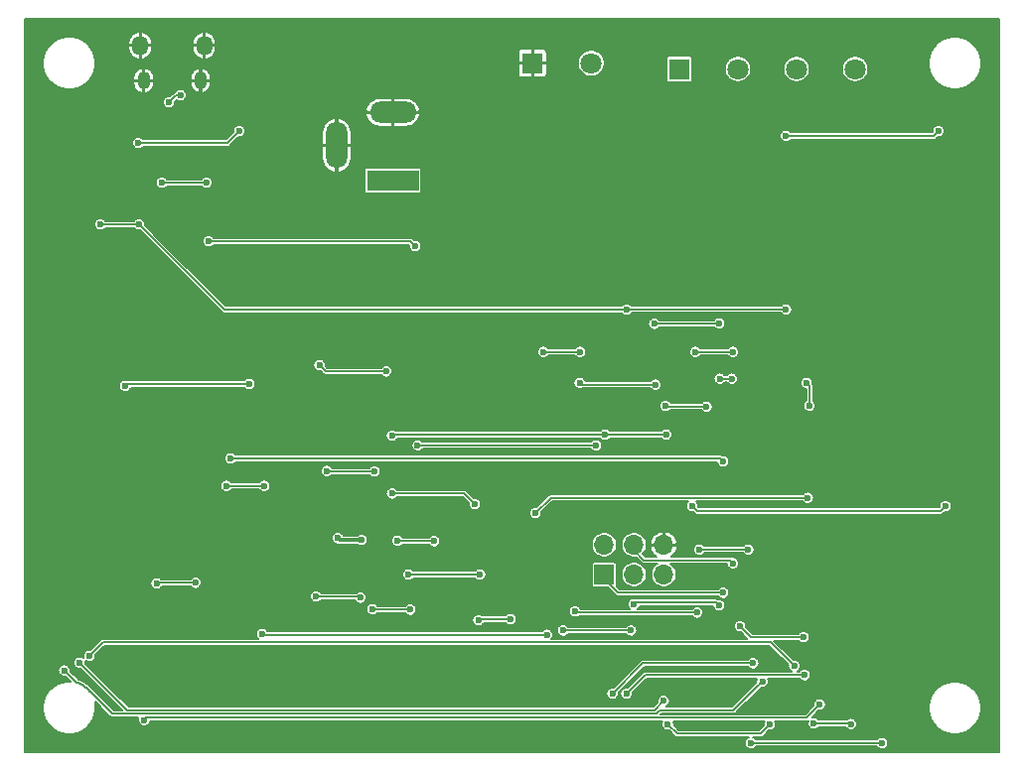
<source format=gbr>
%TF.GenerationSoftware,KiCad,Pcbnew,(5.1.12)-1*%
%TF.CreationDate,2022-11-01T09:45:00-07:00*%
%TF.ProjectId,MPS Tune-o-Matic,4d505320-5475-46e6-952d-6f2d4d617469,rev?*%
%TF.SameCoordinates,Original*%
%TF.FileFunction,Copper,L2,Bot*%
%TF.FilePolarity,Positive*%
%FSLAX46Y46*%
G04 Gerber Fmt 4.6, Leading zero omitted, Abs format (unit mm)*
G04 Created by KiCad (PCBNEW (5.1.12)-1) date 2022-11-01 09:45:00*
%MOMM*%
%LPD*%
G01*
G04 APERTURE LIST*
%TA.AperFunction,ComponentPad*%
%ADD10R,1.800000X1.800000*%
%TD*%
%TA.AperFunction,ComponentPad*%
%ADD11C,1.800000*%
%TD*%
%TA.AperFunction,ComponentPad*%
%ADD12O,1.800000X4.000000*%
%TD*%
%TA.AperFunction,ComponentPad*%
%ADD13O,4.000000X1.800000*%
%TD*%
%TA.AperFunction,ComponentPad*%
%ADD14R,4.400000X1.800000*%
%TD*%
%TA.AperFunction,ComponentPad*%
%ADD15O,1.100000X1.500000*%
%TD*%
%TA.AperFunction,ComponentPad*%
%ADD16O,1.350000X1.700000*%
%TD*%
%TA.AperFunction,ComponentPad*%
%ADD17R,1.700000X1.700000*%
%TD*%
%TA.AperFunction,ComponentPad*%
%ADD18O,1.700000X1.700000*%
%TD*%
%TA.AperFunction,ViaPad*%
%ADD19C,0.600000*%
%TD*%
%TA.AperFunction,Conductor*%
%ADD20C,0.152000*%
%TD*%
%TA.AperFunction,Conductor*%
%ADD21C,0.300000*%
%TD*%
%TA.AperFunction,Conductor*%
%ADD22C,0.100000*%
%TD*%
G04 APERTURE END LIST*
D10*
%TO.P,J5,1*%
%TO.N,GND*%
X93000000Y-20000000D03*
D11*
%TO.P,J5,2*%
%TO.N,+12V*%
X98000000Y-20000000D03*
%TD*%
D12*
%TO.P,J4,3*%
%TO.N,GND*%
X76300000Y-27000000D03*
D13*
%TO.P,J4,2*%
X81100000Y-24200000D03*
D14*
%TO.P,J4,1*%
%TO.N,+12V*%
X81100000Y-30000000D03*
%TD*%
D10*
%TO.P,J2,1*%
%TO.N,/MPS-7*%
X105500000Y-20500000D03*
D11*
%TO.P,J2,2*%
%TO.N,/MPS-8*%
X110500000Y-20500000D03*
%TO.P,J2,3*%
%TO.N,/MPS-10*%
X115500000Y-20500000D03*
%TO.P,J2,4*%
%TO.N,/MPS-15*%
X120500000Y-20500000D03*
%TD*%
D15*
%TO.P,J3,6*%
%TO.N,GND*%
X64695000Y-21485000D03*
X59855000Y-21485000D03*
D16*
X65005000Y-18485000D03*
X59545000Y-18485000D03*
%TD*%
D17*
%TO.P,J1,1*%
%TO.N,/MISO*%
X99100000Y-63640000D03*
D18*
%TO.P,J1,2*%
%TO.N,+5V*%
X99100000Y-61100000D03*
%TO.P,J1,3*%
%TO.N,/SCK*%
X101640000Y-63640000D03*
%TO.P,J1,4*%
%TO.N,/MOSI*%
X101640000Y-61100000D03*
%TO.P,J1,5*%
%TO.N,/~RESET*%
X104180000Y-63640000D03*
%TO.P,J1,6*%
%TO.N,GND*%
X104180000Y-61100000D03*
%TD*%
D19*
%TO.N,GND*%
X123022800Y-63878000D03*
X118806400Y-66214800D03*
X119212800Y-69059600D03*
X122667200Y-61134800D03*
X120736800Y-61033200D03*
X122768800Y-69567600D03*
X122768800Y-72006000D03*
X114800000Y-68400000D03*
X113472400Y-71345600D03*
X101600000Y-70800000D03*
X102600000Y-74400000D03*
X108600000Y-73800000D03*
X106600000Y-73800000D03*
X103000000Y-68400000D03*
X106400000Y-70400000D03*
X98000000Y-73200000D03*
X97200000Y-71200000D03*
X99200000Y-70000000D03*
X99200000Y-67600000D03*
X98600000Y-66000000D03*
X109600000Y-76400000D03*
X50760000Y-16862500D03*
X50760000Y-25886500D03*
X50760000Y-34910500D03*
X50760000Y-43934500D03*
X50760000Y-52958500D03*
X50760000Y-61982500D03*
X50760000Y-71006500D03*
X53016000Y-77774500D03*
X55272000Y-30398500D03*
X56024000Y-21374500D03*
X56776000Y-40926500D03*
X57528000Y-49950500D03*
X57528000Y-58974500D03*
X58280000Y-67246500D03*
X60536000Y-74014500D03*
X61288000Y-33406500D03*
X62040000Y-45438500D03*
X62792000Y-55214500D03*
X63544000Y-25886500D03*
X64296000Y-62734500D03*
X65048000Y-16862500D03*
X65800000Y-37918500D03*
X65800000Y-70254500D03*
X66552000Y-49950500D03*
X67304000Y-77774500D03*
X68056000Y-30398500D03*
X68808000Y-58222500D03*
X69560000Y-21374500D03*
X71064000Y-45438500D03*
X71064000Y-64990500D03*
X71816000Y-73262500D03*
X72568000Y-52958500D03*
X73320000Y-26638500D03*
X73320000Y-36414500D03*
X74072000Y-16862500D03*
X76328000Y-77774500D03*
X77080000Y-41678500D03*
X77080000Y-57470500D03*
X77080000Y-67998500D03*
X77832000Y-22126500D03*
X77832000Y-31150500D03*
X78584000Y-49198500D03*
X80840000Y-73262500D03*
X81592000Y-37166500D03*
X81592000Y-61982500D03*
X82344000Y-17614500D03*
X82344000Y-26638500D03*
X83096000Y-54462500D03*
X83848000Y-43934500D03*
X85352000Y-77774500D03*
X86104000Y-31902500D03*
X86104000Y-67998500D03*
X86856000Y-22126500D03*
X87608000Y-49198500D03*
X88360000Y-39422500D03*
X88360000Y-58974500D03*
X89864000Y-73262500D03*
X90616000Y-16862500D03*
X91368000Y-28142500D03*
X92120000Y-64238500D03*
X93624000Y-34910500D03*
X94376000Y-43182500D03*
X94376000Y-77774500D03*
X95128000Y-21374500D03*
X95880000Y-50702500D03*
X95880000Y-70254500D03*
X96632000Y-59726500D03*
X98136000Y-30398500D03*
X98888000Y-38670500D03*
X99640000Y-16862500D03*
X100392000Y-46190500D03*
X100392000Y-65742500D03*
X101144000Y-24382500D03*
X101896000Y-54462500D03*
X102648000Y-77022500D03*
X103400000Y-34158500D03*
X104904000Y-41678500D03*
X105656000Y-59726500D03*
X106408000Y-28142500D03*
X107160000Y-18366500D03*
X108664000Y-52206500D03*
X109416000Y-37166500D03*
X110920000Y-23630500D03*
X112424000Y-31150500D03*
X112424000Y-67246500D03*
X113176000Y-44686500D03*
X113928000Y-55966500D03*
X114680000Y-16862500D03*
X116936000Y-35662500D03*
X116936000Y-61982500D03*
X117688000Y-27390500D03*
X117688000Y-50702500D03*
X118440000Y-77022500D03*
X119944000Y-41678500D03*
X121448000Y-22126500D03*
X121448000Y-57470500D03*
X122200000Y-31902500D03*
X122952000Y-64990500D03*
X123704000Y-46942500D03*
X124456000Y-74014500D03*
X125208000Y-16862500D03*
X125208000Y-37918500D03*
X126712000Y-27390500D03*
X126712000Y-52958500D03*
X128216000Y-60478500D03*
X128968000Y-69502500D03*
X129720000Y-33406500D03*
X129720000Y-77774500D03*
X131224000Y-22126500D03*
X131224000Y-40926500D03*
X131976000Y-49198500D03*
%TO.N,+5V*%
X59421200Y-33753600D03*
X56170000Y-33753600D03*
X110678400Y-68043600D03*
X107020800Y-66875200D03*
X96606800Y-66773600D03*
X107224000Y-61490400D03*
X111389600Y-61490400D03*
X116096240Y-68975760D03*
X116977600Y-76324000D03*
X120127200Y-76374800D03*
X114600000Y-41000000D03*
X101026400Y-41026400D03*
X59400000Y-26800000D03*
X68000000Y-25800000D03*
X127600000Y-25800000D03*
X114600000Y-26200000D03*
%TO.N,+3V3*%
X101400000Y-68400000D03*
X95600000Y-68400000D03*
X98400000Y-52600000D03*
X83200000Y-52600000D03*
X83000000Y-35600000D03*
X65400000Y-35200000D03*
X65200000Y-30200000D03*
X61400000Y-30200000D03*
%TO.N,/~RESET*%
X104531600Y-76425600D03*
X113218400Y-76425600D03*
X54392000Y-71142400D03*
X104180000Y-74420004D03*
%TO.N,+10V*%
X99197600Y-51686000D03*
X104379200Y-51686000D03*
X82433600Y-63624000D03*
X88529600Y-63624000D03*
X68870000Y-47368000D03*
X58252800Y-47520400D03*
X88072400Y-57629600D03*
X81011200Y-56715200D03*
X80503200Y-46301200D03*
X107833600Y-49298400D03*
X104328400Y-49247600D03*
X81011200Y-51787600D03*
X74821190Y-45761468D03*
%TO.N,/MPS Stimulator/AUX12-TGL*%
X66888800Y-56054800D03*
X70140000Y-56054800D03*
%TO.N,/MPS Stimulator/AUX11-TGL*%
X84618000Y-60779200D03*
X81468400Y-60728400D03*
X78420400Y-60677600D03*
X76388400Y-60525200D03*
%TO.N,/MPS Stimulator/EDGES*%
X91120400Y-67434000D03*
X88377200Y-67535600D03*
X93254000Y-58391600D03*
X116368000Y-47266400D03*
X116469600Y-57071990D03*
X116588960Y-49214560D03*
%TO.N,/MOSI*%
X110068800Y-62658800D03*
%TO.N,/SCK*%
X108900400Y-66265600D03*
X101636000Y-66164000D03*
%TO.N,/MISO*%
X109238240Y-65181040D03*
%TO.N,/MPS-7*%
X97064000Y-44624800D03*
X93914400Y-44624800D03*
X94219200Y-68754800D03*
X69936800Y-68704000D03*
%TO.N,/MPS-15*%
X128200000Y-57800000D03*
X106600000Y-57800000D03*
%TO.N,/MPS_STIMULUS*%
X67244400Y-53718000D03*
X109256000Y-53972000D03*
%TO.N,Net-(Q2-Pad1)*%
X79538000Y-54835600D03*
X75474000Y-54784800D03*
%TO.N,Net-(Q3-Pad2)*%
X110068800Y-44624800D03*
X106868400Y-44624800D03*
%TO.N,Net-(Q5-Pad2)*%
X64247200Y-64335200D03*
X60945200Y-64386000D03*
%TO.N,Net-(R3-Pad1)*%
X115307484Y-71427190D03*
X55232546Y-70560546D03*
%TO.N,Net-(R4-Pad1)*%
X53071200Y-71802800D03*
X112585974Y-72737312D03*
%TO.N,/MPS_PULSE*%
X117485600Y-74718410D03*
X59878400Y-76032021D03*
%TO.N,Net-(C14-Pad2)*%
X82586000Y-66621200D03*
X79334800Y-66570400D03*
X74559600Y-65503600D03*
X78318800Y-65605200D03*
%TO.N,Net-(C16-Pad1)*%
X103464800Y-47418800D03*
X97013200Y-47266400D03*
%TO.N,Net-(D5-Pad2)*%
X109967200Y-46910800D03*
X103363200Y-42237200D03*
X108900400Y-42186400D03*
X108951198Y-46910800D03*
%TO.N,Net-(J3-Pad2)*%
X62977200Y-22730000D03*
X62012000Y-23339600D03*
%TO.N,/STATUS*%
X111600000Y-78000000D03*
X122800000Y-78000000D03*
%TO.N,/INT_PRESSURE*%
X101000000Y-73800000D03*
X116200000Y-72200000D03*
%TO.N,/~CS_PRESSURE*%
X99800000Y-73800000D03*
X111800000Y-71200000D03*
%TD*%
D20*
%TO.N,+5V*%
X59421200Y-33753600D02*
X56170000Y-33753600D01*
X107020800Y-66875200D02*
X96708400Y-66875200D01*
X96708400Y-66875200D02*
X96606800Y-66773600D01*
X107224000Y-61490400D02*
X111389600Y-61490400D01*
X116977600Y-76324000D02*
X120076400Y-76324000D01*
X120076400Y-76324000D02*
X120127200Y-76374800D01*
X111610560Y-68975760D02*
X116096240Y-68975760D01*
X110678400Y-68043600D02*
X111610560Y-68975760D01*
X101052800Y-41000000D02*
X101026400Y-41026400D01*
X114600000Y-41000000D02*
X101052800Y-41000000D01*
X67000000Y-26800000D02*
X68000000Y-25800000D01*
X59400000Y-26800000D02*
X67000000Y-26800000D01*
X66694000Y-41026400D02*
X59421200Y-33753600D01*
X101026400Y-41026400D02*
X66694000Y-41026400D01*
X127200000Y-26200000D02*
X114600000Y-26200000D01*
X127600000Y-25800000D02*
X127200000Y-26200000D01*
%TO.N,+3V3*%
X101400000Y-68400000D02*
X95600000Y-68400000D01*
X98400000Y-52600000D02*
X83200000Y-52600000D01*
X82600000Y-35200000D02*
X65400000Y-35200000D01*
X83000000Y-35600000D02*
X82600000Y-35200000D01*
X65200000Y-30200000D02*
X61400000Y-30200000D01*
%TO.N,/~RESET*%
X103400004Y-75200000D02*
X104180000Y-74420004D01*
X58449600Y-75200000D02*
X103400004Y-75200000D01*
X54392000Y-71142400D02*
X58449600Y-75200000D01*
X105306000Y-77200000D02*
X112444000Y-77200000D01*
X112444000Y-77200000D02*
X113218400Y-76425600D01*
X104531600Y-76425600D02*
X105306000Y-77200000D01*
%TO.N,+10V*%
X99197600Y-51686000D02*
X104379200Y-51686000D01*
X82433600Y-63624000D02*
X88529600Y-63624000D01*
X68870000Y-47368000D02*
X58405200Y-47368000D01*
X58405200Y-47368000D02*
X58252800Y-47520400D01*
X88072400Y-57629600D02*
X87158000Y-56715200D01*
X87158000Y-56715200D02*
X81011200Y-56715200D01*
X107833600Y-49298400D02*
X104379200Y-49298400D01*
X104379200Y-49298400D02*
X104328400Y-49247600D01*
X99197600Y-51686000D02*
X81112800Y-51686000D01*
X81112800Y-51686000D02*
X81011200Y-51787600D01*
X80503200Y-46301200D02*
X75360922Y-46301200D01*
X75360922Y-46301200D02*
X74821190Y-45761468D01*
%TO.N,/MPS Stimulator/AUX12-TGL*%
X66888800Y-56054800D02*
X70140000Y-56054800D01*
%TO.N,/MPS Stimulator/AUX11-TGL*%
X84618000Y-60779200D02*
X81519200Y-60779200D01*
X81519200Y-60779200D02*
X81468400Y-60728400D01*
D21*
X78420400Y-60677600D02*
X76540800Y-60677600D01*
D20*
X76540800Y-60677600D02*
X76388400Y-60525200D01*
%TO.N,/MPS Stimulator/EDGES*%
X91120400Y-67434000D02*
X88478800Y-67434000D01*
X88478800Y-67434000D02*
X88377200Y-67535600D01*
X94573610Y-57071990D02*
X116469600Y-57071990D01*
X93254000Y-58391600D02*
X94573610Y-57071990D01*
X116622000Y-49181520D02*
X116588960Y-49214560D01*
X116368000Y-47266400D02*
X116622000Y-47520400D01*
X116622000Y-47520400D02*
X116622000Y-49181520D01*
%TO.N,/MOSI*%
X102499600Y-62404800D02*
X101636000Y-61541200D01*
X110068800Y-62658800D02*
X109814800Y-62404800D01*
X109814800Y-62404800D02*
X102499600Y-62404800D01*
%TO.N,/SCK*%
X101800000Y-66000000D02*
X101636000Y-66164000D01*
X108634800Y-66000000D02*
X101800000Y-66000000D01*
X108900400Y-66265600D02*
X108634800Y-66000000D01*
%TO.N,/MISO*%
X100297440Y-65181040D02*
X108813976Y-65181040D01*
X99197600Y-64081200D02*
X100297440Y-65181040D01*
X108813976Y-65181040D02*
X109238240Y-65181040D01*
%TO.N,/MPS-7*%
X97064000Y-44624800D02*
X93914400Y-44624800D01*
X94219200Y-68754800D02*
X69987600Y-68754800D01*
X69987600Y-68754800D02*
X69936800Y-68704000D01*
%TO.N,/MPS-15*%
X107000000Y-58200000D02*
X106600000Y-57800000D01*
X127800000Y-58200000D02*
X107000000Y-58200000D01*
X128200000Y-57800000D02*
X127800000Y-58200000D01*
%TO.N,/MPS_STIMULUS*%
X67244400Y-53718000D02*
X109002000Y-53718000D01*
X109002000Y-53718000D02*
X109256000Y-53972000D01*
%TO.N,Net-(Q2-Pad1)*%
X79538000Y-54835600D02*
X75524800Y-54835600D01*
X75524800Y-54835600D02*
X75474000Y-54784800D01*
%TO.N,Net-(Q3-Pad2)*%
X110068800Y-44624800D02*
X106868400Y-44624800D01*
%TO.N,Net-(Q5-Pad2)*%
X64247200Y-64335200D02*
X60996000Y-64335200D01*
X60996000Y-64335200D02*
X60945200Y-64386000D01*
%TO.N,Net-(R3-Pad1)*%
X56393092Y-69400000D02*
X55232546Y-70560546D01*
X113280294Y-69400000D02*
X56393092Y-69400000D01*
X115307484Y-71427190D02*
X113280294Y-69400000D01*
%TO.N,Net-(R4-Pad1)*%
X54475096Y-72968791D02*
X54481452Y-72967036D01*
X54745460Y-73117180D02*
X54822112Y-73175543D01*
X54295268Y-72887244D02*
X54382984Y-72927088D01*
X54986926Y-73301401D02*
X55055051Y-73369526D01*
X53071200Y-71802800D02*
X54092862Y-72824462D01*
X54092862Y-72824462D02*
X54102680Y-72824462D01*
X54102680Y-72824462D02*
X54193616Y-72856283D01*
X54193616Y-72856283D02*
X54199675Y-72853693D01*
X54980332Y-73301401D02*
X54986926Y-73301401D01*
X54199675Y-72853693D02*
X54289094Y-72889561D01*
X55126634Y-73440935D02*
X55133201Y-73441526D01*
X55133201Y-73441526D02*
X55194944Y-73515483D01*
X54382984Y-72927088D02*
X54389252Y-72925051D01*
X55259840Y-73593022D02*
X55266325Y-73594199D01*
X103525930Y-75504010D02*
X103829940Y-75200000D01*
X54902635Y-73236697D02*
X54909219Y-73236401D01*
X55201476Y-73516368D02*
X55259840Y-73593022D01*
X110123286Y-75200000D02*
X112285975Y-73037311D01*
X55266325Y-73594199D02*
X57176136Y-75504010D01*
X112285975Y-73037311D02*
X112585974Y-72737312D01*
X103829940Y-75200000D02*
X110123286Y-75200000D01*
X55194944Y-73515483D02*
X55201476Y-73516368D01*
X54389252Y-72925051D02*
X54475096Y-72968791D01*
X54565245Y-73014583D02*
X54571671Y-73013116D01*
X55061635Y-73369822D02*
X55126634Y-73440935D01*
X55055051Y-73369526D02*
X55061635Y-73369822D01*
X54909219Y-73236401D02*
X54980332Y-73301401D01*
X57176136Y-75504010D02*
X103525930Y-75504010D01*
X54828677Y-73174952D02*
X54902635Y-73236697D01*
X54738929Y-73118065D02*
X54745460Y-73117180D01*
X54822112Y-73175543D02*
X54828677Y-73174952D01*
X54659733Y-73063197D02*
X54738929Y-73118065D01*
X54653247Y-73064375D02*
X54659733Y-73063197D01*
X54481452Y-72967036D02*
X54565245Y-73014583D01*
X54571671Y-73013116D02*
X54653247Y-73064375D01*
X54289094Y-72889561D02*
X54295268Y-72887244D01*
%TO.N,/MPS_PULSE*%
X116371989Y-75832021D02*
X60078400Y-75832021D01*
X117485600Y-74718410D02*
X116371989Y-75832021D01*
X60078400Y-75832021D02*
X59878400Y-76032021D01*
%TO.N,Net-(C14-Pad2)*%
X82586000Y-66621200D02*
X79385600Y-66621200D01*
X79385600Y-66621200D02*
X79334800Y-66570400D01*
X74559600Y-65503600D02*
X78217200Y-65503600D01*
X78217200Y-65503600D02*
X78318800Y-65605200D01*
%TO.N,Net-(C16-Pad1)*%
X103464800Y-47418800D02*
X97165600Y-47418800D01*
X97165600Y-47418800D02*
X97013200Y-47266400D01*
%TO.N,Net-(D5-Pad2)*%
X103363200Y-42237200D02*
X108849600Y-42237200D01*
X108849600Y-42237200D02*
X108900400Y-42186400D01*
X109967200Y-46910800D02*
X108951198Y-46910800D01*
%TO.N,Net-(J3-Pad2)*%
X62977200Y-22730000D02*
X62621600Y-22730000D01*
X62621600Y-22730000D02*
X62012000Y-23339600D01*
%TO.N,/STATUS*%
X111600000Y-78000000D02*
X122800000Y-78000000D01*
%TO.N,/INT_PRESSURE*%
X102600000Y-72200000D02*
X116200000Y-72200000D01*
X101000000Y-73800000D02*
X102600000Y-72200000D01*
%TO.N,/~CS_PRESSURE*%
X102400000Y-71200000D02*
X111800000Y-71200000D01*
X99800000Y-73800000D02*
X102400000Y-71200000D01*
%TD*%
%TO.N,GND*%
X132747000Y-18587573D02*
X132747000Y-18587574D01*
X132747001Y-78747000D01*
X49753000Y-78747000D01*
X49753000Y-74777207D01*
X51237945Y-74777207D01*
X51237945Y-75222793D01*
X51324875Y-75659817D01*
X51495393Y-76071485D01*
X51742947Y-76441976D01*
X52058024Y-76757053D01*
X52428515Y-77004607D01*
X52840183Y-77175125D01*
X53277207Y-77262055D01*
X53722793Y-77262055D01*
X54159817Y-77175125D01*
X54571485Y-77004607D01*
X54941976Y-76757053D01*
X55257053Y-76441976D01*
X55504607Y-76071485D01*
X55675125Y-75659817D01*
X55762055Y-75222793D01*
X55762055Y-74777207D01*
X55698152Y-74455946D01*
X56950622Y-75708417D01*
X56960136Y-75720010D01*
X57006426Y-75757999D01*
X57051178Y-75781919D01*
X57059238Y-75786227D01*
X57116542Y-75803610D01*
X57176136Y-75809480D01*
X57191060Y-75808010D01*
X59399685Y-75808010D01*
X59370691Y-75878009D01*
X59350400Y-75980018D01*
X59350400Y-76084024D01*
X59370691Y-76186033D01*
X59410492Y-76282123D01*
X59468275Y-76368602D01*
X59541819Y-76442146D01*
X59628298Y-76499929D01*
X59724388Y-76539730D01*
X59826397Y-76560021D01*
X59930403Y-76560021D01*
X60032412Y-76539730D01*
X60128502Y-76499929D01*
X60214981Y-76442146D01*
X60288525Y-76368602D01*
X60346308Y-76282123D01*
X60386109Y-76186033D01*
X60396057Y-76136021D01*
X104090069Y-76136021D01*
X104063692Y-76175498D01*
X104023891Y-76271588D01*
X104003600Y-76373597D01*
X104003600Y-76477603D01*
X104023891Y-76579612D01*
X104063692Y-76675702D01*
X104121475Y-76762181D01*
X104195019Y-76835725D01*
X104281498Y-76893508D01*
X104377588Y-76933309D01*
X104479597Y-76953600D01*
X104583603Y-76953600D01*
X104622035Y-76945955D01*
X105080485Y-77404406D01*
X105090000Y-77416000D01*
X105136290Y-77453989D01*
X105189102Y-77482217D01*
X105229022Y-77494327D01*
X105246405Y-77499600D01*
X105306000Y-77505470D01*
X105320924Y-77504000D01*
X111417719Y-77504000D01*
X111349898Y-77532092D01*
X111263419Y-77589875D01*
X111189875Y-77663419D01*
X111132092Y-77749898D01*
X111092291Y-77845988D01*
X111072000Y-77947997D01*
X111072000Y-78052003D01*
X111092291Y-78154012D01*
X111132092Y-78250102D01*
X111189875Y-78336581D01*
X111263419Y-78410125D01*
X111349898Y-78467908D01*
X111445988Y-78507709D01*
X111547997Y-78528000D01*
X111652003Y-78528000D01*
X111754012Y-78507709D01*
X111850102Y-78467908D01*
X111936581Y-78410125D01*
X112010125Y-78336581D01*
X112031895Y-78304000D01*
X122368105Y-78304000D01*
X122389875Y-78336581D01*
X122463419Y-78410125D01*
X122549898Y-78467908D01*
X122645988Y-78507709D01*
X122747997Y-78528000D01*
X122852003Y-78528000D01*
X122954012Y-78507709D01*
X123050102Y-78467908D01*
X123136581Y-78410125D01*
X123210125Y-78336581D01*
X123267908Y-78250102D01*
X123307709Y-78154012D01*
X123328000Y-78052003D01*
X123328000Y-77947997D01*
X123307709Y-77845988D01*
X123267908Y-77749898D01*
X123210125Y-77663419D01*
X123136581Y-77589875D01*
X123050102Y-77532092D01*
X122954012Y-77492291D01*
X122852003Y-77472000D01*
X122747997Y-77472000D01*
X122645988Y-77492291D01*
X122549898Y-77532092D01*
X122463419Y-77589875D01*
X122389875Y-77663419D01*
X122368105Y-77696000D01*
X112031895Y-77696000D01*
X112010125Y-77663419D01*
X111936581Y-77589875D01*
X111850102Y-77532092D01*
X111782281Y-77504000D01*
X112429076Y-77504000D01*
X112444000Y-77505470D01*
X112503594Y-77499600D01*
X112560898Y-77482217D01*
X112613710Y-77453989D01*
X112660000Y-77416000D01*
X112669519Y-77404401D01*
X113127965Y-76945955D01*
X113166397Y-76953600D01*
X113270403Y-76953600D01*
X113372412Y-76933309D01*
X113468502Y-76893508D01*
X113554981Y-76835725D01*
X113628525Y-76762181D01*
X113686308Y-76675702D01*
X113726109Y-76579612D01*
X113746400Y-76477603D01*
X113746400Y-76373597D01*
X113726109Y-76271588D01*
X113686308Y-76175498D01*
X113659931Y-76136021D01*
X116357065Y-76136021D01*
X116371989Y-76137491D01*
X116431583Y-76131621D01*
X116488887Y-76114238D01*
X116494148Y-76111426D01*
X116469891Y-76169988D01*
X116449600Y-76271997D01*
X116449600Y-76376003D01*
X116469891Y-76478012D01*
X116509692Y-76574102D01*
X116567475Y-76660581D01*
X116641019Y-76734125D01*
X116727498Y-76791908D01*
X116823588Y-76831709D01*
X116925597Y-76852000D01*
X117029603Y-76852000D01*
X117131612Y-76831709D01*
X117227702Y-76791908D01*
X117314181Y-76734125D01*
X117387725Y-76660581D01*
X117409495Y-76628000D01*
X119661362Y-76628000D01*
X119717075Y-76711381D01*
X119790619Y-76784925D01*
X119877098Y-76842708D01*
X119973188Y-76882509D01*
X120075197Y-76902800D01*
X120179203Y-76902800D01*
X120281212Y-76882509D01*
X120377302Y-76842708D01*
X120463781Y-76784925D01*
X120537325Y-76711381D01*
X120595108Y-76624902D01*
X120634909Y-76528812D01*
X120655200Y-76426803D01*
X120655200Y-76322797D01*
X120634909Y-76220788D01*
X120595108Y-76124698D01*
X120537325Y-76038219D01*
X120463781Y-75964675D01*
X120377302Y-75906892D01*
X120281212Y-75867091D01*
X120179203Y-75846800D01*
X120075197Y-75846800D01*
X119973188Y-75867091D01*
X119877098Y-75906892D01*
X119790619Y-75964675D01*
X119735294Y-76020000D01*
X117409495Y-76020000D01*
X117387725Y-75987419D01*
X117314181Y-75913875D01*
X117227702Y-75856092D01*
X117131612Y-75816291D01*
X117029603Y-75796000D01*
X116925597Y-75796000D01*
X116823588Y-75816291D01*
X116813433Y-75820497D01*
X117395165Y-75238765D01*
X117433597Y-75246410D01*
X117537603Y-75246410D01*
X117639612Y-75226119D01*
X117735702Y-75186318D01*
X117822181Y-75128535D01*
X117895725Y-75054991D01*
X117953508Y-74968512D01*
X117993309Y-74872422D01*
X118012248Y-74777207D01*
X126737945Y-74777207D01*
X126737945Y-75222793D01*
X126824875Y-75659817D01*
X126995393Y-76071485D01*
X127242947Y-76441976D01*
X127558024Y-76757053D01*
X127928515Y-77004607D01*
X128340183Y-77175125D01*
X128777207Y-77262055D01*
X129222793Y-77262055D01*
X129659817Y-77175125D01*
X130071485Y-77004607D01*
X130441976Y-76757053D01*
X130757053Y-76441976D01*
X131004607Y-76071485D01*
X131175125Y-75659817D01*
X131262055Y-75222793D01*
X131262055Y-74777207D01*
X131175125Y-74340183D01*
X131004607Y-73928515D01*
X130757053Y-73558024D01*
X130441976Y-73242947D01*
X130071485Y-72995393D01*
X129659817Y-72824875D01*
X129222793Y-72737945D01*
X128777207Y-72737945D01*
X128340183Y-72824875D01*
X127928515Y-72995393D01*
X127558024Y-73242947D01*
X127242947Y-73558024D01*
X126995393Y-73928515D01*
X126824875Y-74340183D01*
X126737945Y-74777207D01*
X118012248Y-74777207D01*
X118013600Y-74770413D01*
X118013600Y-74666407D01*
X117993309Y-74564398D01*
X117953508Y-74468308D01*
X117895725Y-74381829D01*
X117822181Y-74308285D01*
X117735702Y-74250502D01*
X117639612Y-74210701D01*
X117537603Y-74190410D01*
X117433597Y-74190410D01*
X117331588Y-74210701D01*
X117235498Y-74250502D01*
X117149019Y-74308285D01*
X117075475Y-74381829D01*
X117017692Y-74468308D01*
X116977891Y-74564398D01*
X116957600Y-74666407D01*
X116957600Y-74770413D01*
X116965245Y-74808845D01*
X116246069Y-75528021D01*
X103931840Y-75528021D01*
X103955861Y-75504000D01*
X110108362Y-75504000D01*
X110123286Y-75505470D01*
X110182880Y-75499600D01*
X110240184Y-75482217D01*
X110292996Y-75453989D01*
X110339286Y-75416000D01*
X110348805Y-75404401D01*
X112495540Y-73257667D01*
X112533971Y-73265312D01*
X112637977Y-73265312D01*
X112739986Y-73245021D01*
X112836076Y-73205220D01*
X112922555Y-73147437D01*
X112996099Y-73073893D01*
X113053882Y-72987414D01*
X113093683Y-72891324D01*
X113113974Y-72789315D01*
X113113974Y-72685309D01*
X113093683Y-72583300D01*
X113060837Y-72504000D01*
X115768105Y-72504000D01*
X115789875Y-72536581D01*
X115863419Y-72610125D01*
X115949898Y-72667908D01*
X116045988Y-72707709D01*
X116147997Y-72728000D01*
X116252003Y-72728000D01*
X116354012Y-72707709D01*
X116450102Y-72667908D01*
X116536581Y-72610125D01*
X116610125Y-72536581D01*
X116667908Y-72450102D01*
X116707709Y-72354012D01*
X116728000Y-72252003D01*
X116728000Y-72147997D01*
X116707709Y-72045988D01*
X116667908Y-71949898D01*
X116610125Y-71863419D01*
X116536581Y-71789875D01*
X116450102Y-71732092D01*
X116354012Y-71692291D01*
X116252003Y-71672000D01*
X116147997Y-71672000D01*
X116045988Y-71692291D01*
X115949898Y-71732092D01*
X115863419Y-71789875D01*
X115789875Y-71863419D01*
X115768105Y-71896000D01*
X115555408Y-71896000D01*
X115557586Y-71895098D01*
X115644065Y-71837315D01*
X115717609Y-71763771D01*
X115775392Y-71677292D01*
X115815193Y-71581202D01*
X115835484Y-71479193D01*
X115835484Y-71375187D01*
X115815193Y-71273178D01*
X115775392Y-71177088D01*
X115717609Y-71090609D01*
X115644065Y-71017065D01*
X115557586Y-70959282D01*
X115461496Y-70919481D01*
X115359487Y-70899190D01*
X115255481Y-70899190D01*
X115217049Y-70906835D01*
X113589974Y-69279760D01*
X115664345Y-69279760D01*
X115686115Y-69312341D01*
X115759659Y-69385885D01*
X115846138Y-69443668D01*
X115942228Y-69483469D01*
X116044237Y-69503760D01*
X116148243Y-69503760D01*
X116250252Y-69483469D01*
X116346342Y-69443668D01*
X116432821Y-69385885D01*
X116506365Y-69312341D01*
X116564148Y-69225862D01*
X116603949Y-69129772D01*
X116624240Y-69027763D01*
X116624240Y-68923757D01*
X116603949Y-68821748D01*
X116564148Y-68725658D01*
X116506365Y-68639179D01*
X116432821Y-68565635D01*
X116346342Y-68507852D01*
X116250252Y-68468051D01*
X116148243Y-68447760D01*
X116044237Y-68447760D01*
X115942228Y-68468051D01*
X115846138Y-68507852D01*
X115759659Y-68565635D01*
X115686115Y-68639179D01*
X115664345Y-68671760D01*
X111736481Y-68671760D01*
X111198755Y-68134035D01*
X111206400Y-68095603D01*
X111206400Y-67991597D01*
X111186109Y-67889588D01*
X111146308Y-67793498D01*
X111088525Y-67707019D01*
X111014981Y-67633475D01*
X110928502Y-67575692D01*
X110832412Y-67535891D01*
X110730403Y-67515600D01*
X110626397Y-67515600D01*
X110524388Y-67535891D01*
X110428298Y-67575692D01*
X110341819Y-67633475D01*
X110268275Y-67707019D01*
X110210492Y-67793498D01*
X110170691Y-67889588D01*
X110150400Y-67991597D01*
X110150400Y-68095603D01*
X110170691Y-68197612D01*
X110210492Y-68293702D01*
X110268275Y-68380181D01*
X110341819Y-68453725D01*
X110428298Y-68511508D01*
X110524388Y-68551309D01*
X110626397Y-68571600D01*
X110730403Y-68571600D01*
X110768835Y-68563955D01*
X111300879Y-69096000D01*
X94624706Y-69096000D01*
X94629325Y-69091381D01*
X94687108Y-69004902D01*
X94726909Y-68908812D01*
X94747200Y-68806803D01*
X94747200Y-68702797D01*
X94726909Y-68600788D01*
X94687108Y-68504698D01*
X94629325Y-68418219D01*
X94559103Y-68347997D01*
X95072000Y-68347997D01*
X95072000Y-68452003D01*
X95092291Y-68554012D01*
X95132092Y-68650102D01*
X95189875Y-68736581D01*
X95263419Y-68810125D01*
X95349898Y-68867908D01*
X95445988Y-68907709D01*
X95547997Y-68928000D01*
X95652003Y-68928000D01*
X95754012Y-68907709D01*
X95850102Y-68867908D01*
X95936581Y-68810125D01*
X96010125Y-68736581D01*
X96031895Y-68704000D01*
X100968105Y-68704000D01*
X100989875Y-68736581D01*
X101063419Y-68810125D01*
X101149898Y-68867908D01*
X101245988Y-68907709D01*
X101347997Y-68928000D01*
X101452003Y-68928000D01*
X101554012Y-68907709D01*
X101650102Y-68867908D01*
X101736581Y-68810125D01*
X101810125Y-68736581D01*
X101867908Y-68650102D01*
X101907709Y-68554012D01*
X101928000Y-68452003D01*
X101928000Y-68347997D01*
X101907709Y-68245988D01*
X101867908Y-68149898D01*
X101810125Y-68063419D01*
X101736581Y-67989875D01*
X101650102Y-67932092D01*
X101554012Y-67892291D01*
X101452003Y-67872000D01*
X101347997Y-67872000D01*
X101245988Y-67892291D01*
X101149898Y-67932092D01*
X101063419Y-67989875D01*
X100989875Y-68063419D01*
X100968105Y-68096000D01*
X96031895Y-68096000D01*
X96010125Y-68063419D01*
X95936581Y-67989875D01*
X95850102Y-67932092D01*
X95754012Y-67892291D01*
X95652003Y-67872000D01*
X95547997Y-67872000D01*
X95445988Y-67892291D01*
X95349898Y-67932092D01*
X95263419Y-67989875D01*
X95189875Y-68063419D01*
X95132092Y-68149898D01*
X95092291Y-68245988D01*
X95072000Y-68347997D01*
X94559103Y-68347997D01*
X94555781Y-68344675D01*
X94469302Y-68286892D01*
X94373212Y-68247091D01*
X94271203Y-68226800D01*
X94167197Y-68226800D01*
X94065188Y-68247091D01*
X93969098Y-68286892D01*
X93882619Y-68344675D01*
X93809075Y-68418219D01*
X93787305Y-68450800D01*
X70402638Y-68450800D01*
X70346925Y-68367419D01*
X70273381Y-68293875D01*
X70186902Y-68236092D01*
X70090812Y-68196291D01*
X69988803Y-68176000D01*
X69884797Y-68176000D01*
X69782788Y-68196291D01*
X69686698Y-68236092D01*
X69600219Y-68293875D01*
X69526675Y-68367419D01*
X69468892Y-68453898D01*
X69429091Y-68549988D01*
X69408800Y-68651997D01*
X69408800Y-68756003D01*
X69429091Y-68858012D01*
X69468892Y-68954102D01*
X69526675Y-69040581D01*
X69582094Y-69096000D01*
X56408016Y-69096000D01*
X56393092Y-69094530D01*
X56333497Y-69100400D01*
X56316114Y-69105673D01*
X56276194Y-69117783D01*
X56223382Y-69146011D01*
X56177092Y-69184000D01*
X56167578Y-69195594D01*
X55322981Y-70040191D01*
X55284549Y-70032546D01*
X55180543Y-70032546D01*
X55078534Y-70052837D01*
X54982444Y-70092638D01*
X54895965Y-70150421D01*
X54822421Y-70223965D01*
X54764638Y-70310444D01*
X54724837Y-70406534D01*
X54704546Y-70508543D01*
X54704546Y-70612549D01*
X54724837Y-70714558D01*
X54734717Y-70738411D01*
X54728581Y-70732275D01*
X54642102Y-70674492D01*
X54546012Y-70634691D01*
X54444003Y-70614400D01*
X54339997Y-70614400D01*
X54237988Y-70634691D01*
X54141898Y-70674492D01*
X54055419Y-70732275D01*
X53981875Y-70805819D01*
X53924092Y-70892298D01*
X53884291Y-70988388D01*
X53864000Y-71090397D01*
X53864000Y-71194403D01*
X53884291Y-71296412D01*
X53924092Y-71392502D01*
X53981875Y-71478981D01*
X54055419Y-71552525D01*
X54141898Y-71610308D01*
X54237988Y-71650109D01*
X54339997Y-71670400D01*
X54444003Y-71670400D01*
X54482435Y-71662755D01*
X58019689Y-75200010D01*
X57302057Y-75200010D01*
X55490028Y-73387982D01*
X55478664Y-73374600D01*
X55470988Y-73368514D01*
X55452391Y-73344089D01*
X55444520Y-73331324D01*
X55403750Y-73287464D01*
X55395805Y-73281726D01*
X55376131Y-73258159D01*
X55367692Y-73245757D01*
X55324994Y-73203772D01*
X55316802Y-73198398D01*
X55296103Y-73175752D01*
X55287118Y-73163741D01*
X55242581Y-73123712D01*
X55242574Y-73123708D01*
X55242571Y-73123705D01*
X55234152Y-73118707D01*
X55212445Y-73097000D01*
X55202926Y-73085401D01*
X55156636Y-73047412D01*
X55147989Y-73042790D01*
X55125336Y-73022084D01*
X55115300Y-73010918D01*
X55073677Y-72979780D01*
X55067362Y-72975055D01*
X55067358Y-72975053D01*
X55067350Y-72975047D01*
X55058527Y-72970829D01*
X55034960Y-72951154D01*
X55024440Y-72940456D01*
X54974931Y-72906770D01*
X54965917Y-72902947D01*
X54941492Y-72884350D01*
X54930499Y-72874132D01*
X54891775Y-72850255D01*
X54879540Y-72842710D01*
X54879536Y-72842708D01*
X54879527Y-72842703D01*
X54870361Y-72839293D01*
X54845109Y-72821798D01*
X54833657Y-72812075D01*
X54805496Y-72796414D01*
X54781366Y-72782989D01*
X54781345Y-72782982D01*
X54781323Y-72782970D01*
X54772030Y-72779981D01*
X54746040Y-72763650D01*
X54734178Y-72754460D01*
X54710344Y-72742569D01*
X54680611Y-72727733D01*
X54680600Y-72727730D01*
X54680594Y-72727727D01*
X54671160Y-72725153D01*
X54644444Y-72709993D01*
X54632170Y-72701338D01*
X54600293Y-72687186D01*
X54577478Y-72677053D01*
X54577463Y-72677050D01*
X54577439Y-72677039D01*
X54567903Y-72674892D01*
X54540560Y-72660960D01*
X54527916Y-72652867D01*
X54478896Y-72633684D01*
X54472169Y-72631051D01*
X54472166Y-72631050D01*
X54472152Y-72631045D01*
X54462525Y-72629327D01*
X54434584Y-72616635D01*
X54421602Y-72609123D01*
X54364916Y-72589821D01*
X54355197Y-72588532D01*
X54326699Y-72577101D01*
X54313389Y-72570178D01*
X54278391Y-72559990D01*
X54255902Y-72553443D01*
X54255898Y-72553443D01*
X54255892Y-72553441D01*
X54251368Y-72553047D01*
X53591555Y-71893235D01*
X53599200Y-71854803D01*
X53599200Y-71750797D01*
X53578909Y-71648788D01*
X53539108Y-71552698D01*
X53481325Y-71466219D01*
X53407781Y-71392675D01*
X53321302Y-71334892D01*
X53225212Y-71295091D01*
X53123203Y-71274800D01*
X53019197Y-71274800D01*
X52917188Y-71295091D01*
X52821098Y-71334892D01*
X52734619Y-71392675D01*
X52661075Y-71466219D01*
X52603292Y-71552698D01*
X52563491Y-71648788D01*
X52543200Y-71750797D01*
X52543200Y-71854803D01*
X52563491Y-71956812D01*
X52603292Y-72052902D01*
X52661075Y-72139381D01*
X52734619Y-72212925D01*
X52821098Y-72270708D01*
X52917188Y-72310509D01*
X53019197Y-72330800D01*
X53123203Y-72330800D01*
X53161635Y-72323155D01*
X53576424Y-72737945D01*
X53277207Y-72737945D01*
X52840183Y-72824875D01*
X52428515Y-72995393D01*
X52058024Y-73242947D01*
X51742947Y-73558024D01*
X51495393Y-73928515D01*
X51324875Y-74340183D01*
X51237945Y-74777207D01*
X49753000Y-74777207D01*
X49753000Y-67483597D01*
X87849200Y-67483597D01*
X87849200Y-67587603D01*
X87869491Y-67689612D01*
X87909292Y-67785702D01*
X87967075Y-67872181D01*
X88040619Y-67945725D01*
X88127098Y-68003508D01*
X88223188Y-68043309D01*
X88325197Y-68063600D01*
X88429203Y-68063600D01*
X88531212Y-68043309D01*
X88627302Y-68003508D01*
X88713781Y-67945725D01*
X88787325Y-67872181D01*
X88845108Y-67785702D01*
X88864866Y-67738000D01*
X90688505Y-67738000D01*
X90710275Y-67770581D01*
X90783819Y-67844125D01*
X90870298Y-67901908D01*
X90966388Y-67941709D01*
X91068397Y-67962000D01*
X91172403Y-67962000D01*
X91274412Y-67941709D01*
X91370502Y-67901908D01*
X91456981Y-67844125D01*
X91530525Y-67770581D01*
X91588308Y-67684102D01*
X91628109Y-67588012D01*
X91648400Y-67486003D01*
X91648400Y-67381997D01*
X91628109Y-67279988D01*
X91588308Y-67183898D01*
X91530525Y-67097419D01*
X91456981Y-67023875D01*
X91370502Y-66966092D01*
X91274412Y-66926291D01*
X91172403Y-66906000D01*
X91068397Y-66906000D01*
X90966388Y-66926291D01*
X90870298Y-66966092D01*
X90783819Y-67023875D01*
X90710275Y-67097419D01*
X90688505Y-67130000D01*
X88718306Y-67130000D01*
X88713781Y-67125475D01*
X88627302Y-67067692D01*
X88531212Y-67027891D01*
X88429203Y-67007600D01*
X88325197Y-67007600D01*
X88223188Y-67027891D01*
X88127098Y-67067692D01*
X88040619Y-67125475D01*
X87967075Y-67199019D01*
X87909292Y-67285498D01*
X87869491Y-67381588D01*
X87849200Y-67483597D01*
X49753000Y-67483597D01*
X49753000Y-66518397D01*
X78806800Y-66518397D01*
X78806800Y-66622403D01*
X78827091Y-66724412D01*
X78866892Y-66820502D01*
X78924675Y-66906981D01*
X78998219Y-66980525D01*
X79084698Y-67038308D01*
X79180788Y-67078109D01*
X79282797Y-67098400D01*
X79386803Y-67098400D01*
X79488812Y-67078109D01*
X79584902Y-67038308D01*
X79671381Y-66980525D01*
X79726706Y-66925200D01*
X82154105Y-66925200D01*
X82175875Y-66957781D01*
X82249419Y-67031325D01*
X82335898Y-67089108D01*
X82431988Y-67128909D01*
X82533997Y-67149200D01*
X82638003Y-67149200D01*
X82740012Y-67128909D01*
X82836102Y-67089108D01*
X82922581Y-67031325D01*
X82996125Y-66957781D01*
X83053908Y-66871302D01*
X83093709Y-66775212D01*
X83104373Y-66721597D01*
X96078800Y-66721597D01*
X96078800Y-66825603D01*
X96099091Y-66927612D01*
X96138892Y-67023702D01*
X96196675Y-67110181D01*
X96270219Y-67183725D01*
X96356698Y-67241508D01*
X96452788Y-67281309D01*
X96554797Y-67301600D01*
X96658803Y-67301600D01*
X96760812Y-67281309D01*
X96856902Y-67241508D01*
X96943381Y-67183725D01*
X96947906Y-67179200D01*
X106588905Y-67179200D01*
X106610675Y-67211781D01*
X106684219Y-67285325D01*
X106770698Y-67343108D01*
X106866788Y-67382909D01*
X106968797Y-67403200D01*
X107072803Y-67403200D01*
X107174812Y-67382909D01*
X107270902Y-67343108D01*
X107357381Y-67285325D01*
X107430925Y-67211781D01*
X107488708Y-67125302D01*
X107528509Y-67029212D01*
X107548800Y-66927203D01*
X107548800Y-66823197D01*
X107528509Y-66721188D01*
X107488708Y-66625098D01*
X107430925Y-66538619D01*
X107357381Y-66465075D01*
X107270902Y-66407292D01*
X107174812Y-66367491D01*
X107072803Y-66347200D01*
X106968797Y-66347200D01*
X106866788Y-66367491D01*
X106770698Y-66407292D01*
X106684219Y-66465075D01*
X106610675Y-66538619D01*
X106588905Y-66571200D01*
X101975506Y-66571200D01*
X102046125Y-66500581D01*
X102103908Y-66414102D01*
X102143709Y-66318012D01*
X102146496Y-66304000D01*
X108372400Y-66304000D01*
X108372400Y-66317603D01*
X108392691Y-66419612D01*
X108432492Y-66515702D01*
X108490275Y-66602181D01*
X108563819Y-66675725D01*
X108650298Y-66733508D01*
X108746388Y-66773309D01*
X108848397Y-66793600D01*
X108952403Y-66793600D01*
X109054412Y-66773309D01*
X109150502Y-66733508D01*
X109236981Y-66675725D01*
X109310525Y-66602181D01*
X109368308Y-66515702D01*
X109408109Y-66419612D01*
X109428400Y-66317603D01*
X109428400Y-66213597D01*
X109408109Y-66111588D01*
X109368308Y-66015498D01*
X109310525Y-65929019D01*
X109236981Y-65855475D01*
X109150502Y-65797692D01*
X109054412Y-65757891D01*
X108952403Y-65737600D01*
X108848397Y-65737600D01*
X108804823Y-65746268D01*
X108804510Y-65746011D01*
X108751698Y-65717783D01*
X108694394Y-65700400D01*
X108649724Y-65696000D01*
X108634800Y-65694530D01*
X108619876Y-65696000D01*
X101885880Y-65696000D01*
X101790012Y-65656291D01*
X101688003Y-65636000D01*
X101583997Y-65636000D01*
X101481988Y-65656291D01*
X101385898Y-65696092D01*
X101299419Y-65753875D01*
X101225875Y-65827419D01*
X101168092Y-65913898D01*
X101128291Y-66009988D01*
X101108000Y-66111997D01*
X101108000Y-66216003D01*
X101128291Y-66318012D01*
X101168092Y-66414102D01*
X101225875Y-66500581D01*
X101296494Y-66571200D01*
X97094466Y-66571200D01*
X97074708Y-66523498D01*
X97016925Y-66437019D01*
X96943381Y-66363475D01*
X96856902Y-66305692D01*
X96760812Y-66265891D01*
X96658803Y-66245600D01*
X96554797Y-66245600D01*
X96452788Y-66265891D01*
X96356698Y-66305692D01*
X96270219Y-66363475D01*
X96196675Y-66437019D01*
X96138892Y-66523498D01*
X96099091Y-66619588D01*
X96078800Y-66721597D01*
X83104373Y-66721597D01*
X83114000Y-66673203D01*
X83114000Y-66569197D01*
X83093709Y-66467188D01*
X83053908Y-66371098D01*
X82996125Y-66284619D01*
X82922581Y-66211075D01*
X82836102Y-66153292D01*
X82740012Y-66113491D01*
X82638003Y-66093200D01*
X82533997Y-66093200D01*
X82431988Y-66113491D01*
X82335898Y-66153292D01*
X82249419Y-66211075D01*
X82175875Y-66284619D01*
X82154105Y-66317200D01*
X79800638Y-66317200D01*
X79744925Y-66233819D01*
X79671381Y-66160275D01*
X79584902Y-66102492D01*
X79488812Y-66062691D01*
X79386803Y-66042400D01*
X79282797Y-66042400D01*
X79180788Y-66062691D01*
X79084698Y-66102492D01*
X78998219Y-66160275D01*
X78924675Y-66233819D01*
X78866892Y-66320298D01*
X78827091Y-66416388D01*
X78806800Y-66518397D01*
X49753000Y-66518397D01*
X49753000Y-65451597D01*
X74031600Y-65451597D01*
X74031600Y-65555603D01*
X74051891Y-65657612D01*
X74091692Y-65753702D01*
X74149475Y-65840181D01*
X74223019Y-65913725D01*
X74309498Y-65971508D01*
X74405588Y-66011309D01*
X74507597Y-66031600D01*
X74611603Y-66031600D01*
X74713612Y-66011309D01*
X74809702Y-65971508D01*
X74896181Y-65913725D01*
X74969725Y-65840181D01*
X74991495Y-65807600D01*
X77831134Y-65807600D01*
X77850892Y-65855302D01*
X77908675Y-65941781D01*
X77982219Y-66015325D01*
X78068698Y-66073108D01*
X78164788Y-66112909D01*
X78266797Y-66133200D01*
X78370803Y-66133200D01*
X78472812Y-66112909D01*
X78568902Y-66073108D01*
X78655381Y-66015325D01*
X78728925Y-65941781D01*
X78786708Y-65855302D01*
X78826509Y-65759212D01*
X78846800Y-65657203D01*
X78846800Y-65553197D01*
X78826509Y-65451188D01*
X78786708Y-65355098D01*
X78728925Y-65268619D01*
X78655381Y-65195075D01*
X78568902Y-65137292D01*
X78472812Y-65097491D01*
X78370803Y-65077200D01*
X78266797Y-65077200D01*
X78164788Y-65097491D01*
X78068698Y-65137292D01*
X77982219Y-65195075D01*
X77977694Y-65199600D01*
X74991495Y-65199600D01*
X74969725Y-65167019D01*
X74896181Y-65093475D01*
X74809702Y-65035692D01*
X74713612Y-64995891D01*
X74611603Y-64975600D01*
X74507597Y-64975600D01*
X74405588Y-64995891D01*
X74309498Y-65035692D01*
X74223019Y-65093475D01*
X74149475Y-65167019D01*
X74091692Y-65253498D01*
X74051891Y-65349588D01*
X74031600Y-65451597D01*
X49753000Y-65451597D01*
X49753000Y-64333997D01*
X60417200Y-64333997D01*
X60417200Y-64438003D01*
X60437491Y-64540012D01*
X60477292Y-64636102D01*
X60535075Y-64722581D01*
X60608619Y-64796125D01*
X60695098Y-64853908D01*
X60791188Y-64893709D01*
X60893197Y-64914000D01*
X60997203Y-64914000D01*
X61099212Y-64893709D01*
X61195302Y-64853908D01*
X61281781Y-64796125D01*
X61355325Y-64722581D01*
X61411038Y-64639200D01*
X63815305Y-64639200D01*
X63837075Y-64671781D01*
X63910619Y-64745325D01*
X63997098Y-64803108D01*
X64093188Y-64842909D01*
X64195197Y-64863200D01*
X64299203Y-64863200D01*
X64401212Y-64842909D01*
X64497302Y-64803108D01*
X64583781Y-64745325D01*
X64657325Y-64671781D01*
X64715108Y-64585302D01*
X64754909Y-64489212D01*
X64775200Y-64387203D01*
X64775200Y-64283197D01*
X64754909Y-64181188D01*
X64715108Y-64085098D01*
X64657325Y-63998619D01*
X64583781Y-63925075D01*
X64497302Y-63867292D01*
X64401212Y-63827491D01*
X64299203Y-63807200D01*
X64195197Y-63807200D01*
X64093188Y-63827491D01*
X63997098Y-63867292D01*
X63910619Y-63925075D01*
X63837075Y-63998619D01*
X63815305Y-64031200D01*
X61337106Y-64031200D01*
X61281781Y-63975875D01*
X61195302Y-63918092D01*
X61099212Y-63878291D01*
X60997203Y-63858000D01*
X60893197Y-63858000D01*
X60791188Y-63878291D01*
X60695098Y-63918092D01*
X60608619Y-63975875D01*
X60535075Y-64049419D01*
X60477292Y-64135898D01*
X60437491Y-64231988D01*
X60417200Y-64333997D01*
X49753000Y-64333997D01*
X49753000Y-63571997D01*
X81905600Y-63571997D01*
X81905600Y-63676003D01*
X81925891Y-63778012D01*
X81965692Y-63874102D01*
X82023475Y-63960581D01*
X82097019Y-64034125D01*
X82183498Y-64091908D01*
X82279588Y-64131709D01*
X82381597Y-64152000D01*
X82485603Y-64152000D01*
X82587612Y-64131709D01*
X82683702Y-64091908D01*
X82770181Y-64034125D01*
X82843725Y-63960581D01*
X82865495Y-63928000D01*
X88097705Y-63928000D01*
X88119475Y-63960581D01*
X88193019Y-64034125D01*
X88279498Y-64091908D01*
X88375588Y-64131709D01*
X88477597Y-64152000D01*
X88581603Y-64152000D01*
X88683612Y-64131709D01*
X88779702Y-64091908D01*
X88866181Y-64034125D01*
X88939725Y-63960581D01*
X88997508Y-63874102D01*
X89037309Y-63778012D01*
X89057600Y-63676003D01*
X89057600Y-63571997D01*
X89037309Y-63469988D01*
X88997508Y-63373898D01*
X88939725Y-63287419D01*
X88866181Y-63213875D01*
X88779702Y-63156092D01*
X88683612Y-63116291D01*
X88581603Y-63096000D01*
X88477597Y-63096000D01*
X88375588Y-63116291D01*
X88279498Y-63156092D01*
X88193019Y-63213875D01*
X88119475Y-63287419D01*
X88097705Y-63320000D01*
X82865495Y-63320000D01*
X82843725Y-63287419D01*
X82770181Y-63213875D01*
X82683702Y-63156092D01*
X82587612Y-63116291D01*
X82485603Y-63096000D01*
X82381597Y-63096000D01*
X82279588Y-63116291D01*
X82183498Y-63156092D01*
X82097019Y-63213875D01*
X82023475Y-63287419D01*
X81965692Y-63373898D01*
X81925891Y-63469988D01*
X81905600Y-63571997D01*
X49753000Y-63571997D01*
X49753000Y-62790000D01*
X98020897Y-62790000D01*
X98020897Y-64490000D01*
X98025299Y-64534696D01*
X98038336Y-64577674D01*
X98059508Y-64617283D01*
X98088000Y-64652000D01*
X98122717Y-64680492D01*
X98162326Y-64701664D01*
X98205304Y-64714701D01*
X98250000Y-64719103D01*
X99405583Y-64719103D01*
X100071926Y-65385446D01*
X100081440Y-65397040D01*
X100127730Y-65435029D01*
X100180542Y-65463257D01*
X100237845Y-65480640D01*
X100297440Y-65486510D01*
X100312364Y-65485040D01*
X108806345Y-65485040D01*
X108828115Y-65517621D01*
X108901659Y-65591165D01*
X108988138Y-65648948D01*
X109084228Y-65688749D01*
X109186237Y-65709040D01*
X109290243Y-65709040D01*
X109392252Y-65688749D01*
X109488342Y-65648948D01*
X109574821Y-65591165D01*
X109648365Y-65517621D01*
X109706148Y-65431142D01*
X109745949Y-65335052D01*
X109766240Y-65233043D01*
X109766240Y-65129037D01*
X109745949Y-65027028D01*
X109706148Y-64930938D01*
X109648365Y-64844459D01*
X109574821Y-64770915D01*
X109488342Y-64713132D01*
X109392252Y-64673331D01*
X109290243Y-64653040D01*
X109186237Y-64653040D01*
X109084228Y-64673331D01*
X108988138Y-64713132D01*
X108901659Y-64770915D01*
X108828115Y-64844459D01*
X108806345Y-64877040D01*
X100423361Y-64877040D01*
X100148543Y-64602222D01*
X100161664Y-64577674D01*
X100174701Y-64534696D01*
X100179103Y-64490000D01*
X100179103Y-63533826D01*
X100562000Y-63533826D01*
X100562000Y-63746174D01*
X100603427Y-63954441D01*
X100684689Y-64150624D01*
X100802663Y-64327185D01*
X100952815Y-64477337D01*
X101129376Y-64595311D01*
X101325559Y-64676573D01*
X101533826Y-64718000D01*
X101746174Y-64718000D01*
X101954441Y-64676573D01*
X102150624Y-64595311D01*
X102327185Y-64477337D01*
X102477337Y-64327185D01*
X102595311Y-64150624D01*
X102676573Y-63954441D01*
X102718000Y-63746174D01*
X102718000Y-63533826D01*
X102676573Y-63325559D01*
X102595311Y-63129376D01*
X102477337Y-62952815D01*
X102327185Y-62802663D01*
X102150624Y-62684689D01*
X101954441Y-62603427D01*
X101746174Y-62562000D01*
X101533826Y-62562000D01*
X101325559Y-62603427D01*
X101129376Y-62684689D01*
X100952815Y-62802663D01*
X100802663Y-62952815D01*
X100684689Y-63129376D01*
X100603427Y-63325559D01*
X100562000Y-63533826D01*
X100179103Y-63533826D01*
X100179103Y-62790000D01*
X100174701Y-62745304D01*
X100161664Y-62702326D01*
X100140492Y-62662717D01*
X100112000Y-62628000D01*
X100077283Y-62599508D01*
X100037674Y-62578336D01*
X99994696Y-62565299D01*
X99950000Y-62560897D01*
X98250000Y-62560897D01*
X98205304Y-62565299D01*
X98162326Y-62578336D01*
X98122717Y-62599508D01*
X98088000Y-62628000D01*
X98059508Y-62662717D01*
X98038336Y-62702326D01*
X98025299Y-62745304D01*
X98020897Y-62790000D01*
X49753000Y-62790000D01*
X49753000Y-60473197D01*
X75860400Y-60473197D01*
X75860400Y-60577203D01*
X75880691Y-60679212D01*
X75920492Y-60775302D01*
X75978275Y-60861781D01*
X76051819Y-60935325D01*
X76138298Y-60993108D01*
X76234388Y-61032909D01*
X76336397Y-61053200D01*
X76440403Y-61053200D01*
X76462397Y-61048825D01*
X76466699Y-61050130D01*
X76522239Y-61055600D01*
X78051694Y-61055600D01*
X78083819Y-61087725D01*
X78170298Y-61145508D01*
X78266388Y-61185309D01*
X78368397Y-61205600D01*
X78472403Y-61205600D01*
X78574412Y-61185309D01*
X78670502Y-61145508D01*
X78756981Y-61087725D01*
X78830525Y-61014181D01*
X78888308Y-60927702D01*
X78928109Y-60831612D01*
X78948400Y-60729603D01*
X78948400Y-60676397D01*
X80940400Y-60676397D01*
X80940400Y-60780403D01*
X80960691Y-60882412D01*
X81000492Y-60978502D01*
X81058275Y-61064981D01*
X81131819Y-61138525D01*
X81218298Y-61196308D01*
X81314388Y-61236109D01*
X81416397Y-61256400D01*
X81520403Y-61256400D01*
X81622412Y-61236109D01*
X81718502Y-61196308D01*
X81804981Y-61138525D01*
X81860306Y-61083200D01*
X84186105Y-61083200D01*
X84207875Y-61115781D01*
X84281419Y-61189325D01*
X84367898Y-61247108D01*
X84463988Y-61286909D01*
X84565997Y-61307200D01*
X84670003Y-61307200D01*
X84772012Y-61286909D01*
X84868102Y-61247108D01*
X84954581Y-61189325D01*
X85028125Y-61115781D01*
X85085908Y-61029302D01*
X85100602Y-60993826D01*
X98022000Y-60993826D01*
X98022000Y-61206174D01*
X98063427Y-61414441D01*
X98144689Y-61610624D01*
X98262663Y-61787185D01*
X98412815Y-61937337D01*
X98589376Y-62055311D01*
X98785559Y-62136573D01*
X98993826Y-62178000D01*
X99206174Y-62178000D01*
X99414441Y-62136573D01*
X99610624Y-62055311D01*
X99787185Y-61937337D01*
X99937337Y-61787185D01*
X100055311Y-61610624D01*
X100136573Y-61414441D01*
X100178000Y-61206174D01*
X100178000Y-60993826D01*
X100562000Y-60993826D01*
X100562000Y-61206174D01*
X100603427Y-61414441D01*
X100684689Y-61610624D01*
X100802663Y-61787185D01*
X100952815Y-61937337D01*
X101129376Y-62055311D01*
X101325559Y-62136573D01*
X101533826Y-62178000D01*
X101746174Y-62178000D01*
X101826835Y-62161955D01*
X102274085Y-62609206D01*
X102283600Y-62620800D01*
X102329890Y-62658789D01*
X102364306Y-62677184D01*
X102382701Y-62687017D01*
X102440005Y-62704400D01*
X102499600Y-62710270D01*
X102514524Y-62708800D01*
X103633291Y-62708800D01*
X103492815Y-62802663D01*
X103342663Y-62952815D01*
X103224689Y-63129376D01*
X103143427Y-63325559D01*
X103102000Y-63533826D01*
X103102000Y-63746174D01*
X103143427Y-63954441D01*
X103224689Y-64150624D01*
X103342663Y-64327185D01*
X103492815Y-64477337D01*
X103669376Y-64595311D01*
X103865559Y-64676573D01*
X104073826Y-64718000D01*
X104286174Y-64718000D01*
X104494441Y-64676573D01*
X104690624Y-64595311D01*
X104867185Y-64477337D01*
X105017337Y-64327185D01*
X105135311Y-64150624D01*
X105216573Y-63954441D01*
X105258000Y-63746174D01*
X105258000Y-63533826D01*
X105216573Y-63325559D01*
X105135311Y-63129376D01*
X105017337Y-62952815D01*
X104867185Y-62802663D01*
X104726709Y-62708800D01*
X109540800Y-62708800D01*
X109540800Y-62710803D01*
X109561091Y-62812812D01*
X109600892Y-62908902D01*
X109658675Y-62995381D01*
X109732219Y-63068925D01*
X109818698Y-63126708D01*
X109914788Y-63166509D01*
X110016797Y-63186800D01*
X110120803Y-63186800D01*
X110222812Y-63166509D01*
X110318902Y-63126708D01*
X110405381Y-63068925D01*
X110478925Y-62995381D01*
X110536708Y-62908902D01*
X110576509Y-62812812D01*
X110596800Y-62710803D01*
X110596800Y-62606797D01*
X110576509Y-62504788D01*
X110536708Y-62408698D01*
X110478925Y-62322219D01*
X110405381Y-62248675D01*
X110318902Y-62190892D01*
X110222812Y-62151091D01*
X110120803Y-62130800D01*
X110016797Y-62130800D01*
X109965982Y-62140908D01*
X109931698Y-62122583D01*
X109874394Y-62105200D01*
X109829724Y-62100800D01*
X109814800Y-62099330D01*
X109799876Y-62100800D01*
X104799434Y-62100800D01*
X104831680Y-62083728D01*
X105011074Y-61937689D01*
X105158530Y-61759459D01*
X105268382Y-61555886D01*
X105304531Y-61438397D01*
X106696000Y-61438397D01*
X106696000Y-61542403D01*
X106716291Y-61644412D01*
X106756092Y-61740502D01*
X106813875Y-61826981D01*
X106887419Y-61900525D01*
X106973898Y-61958308D01*
X107069988Y-61998109D01*
X107171997Y-62018400D01*
X107276003Y-62018400D01*
X107378012Y-61998109D01*
X107474102Y-61958308D01*
X107560581Y-61900525D01*
X107634125Y-61826981D01*
X107655895Y-61794400D01*
X110957705Y-61794400D01*
X110979475Y-61826981D01*
X111053019Y-61900525D01*
X111139498Y-61958308D01*
X111235588Y-61998109D01*
X111337597Y-62018400D01*
X111441603Y-62018400D01*
X111543612Y-61998109D01*
X111639702Y-61958308D01*
X111726181Y-61900525D01*
X111799725Y-61826981D01*
X111857508Y-61740502D01*
X111897309Y-61644412D01*
X111917600Y-61542403D01*
X111917600Y-61438397D01*
X111897309Y-61336388D01*
X111857508Y-61240298D01*
X111799725Y-61153819D01*
X111726181Y-61080275D01*
X111639702Y-61022492D01*
X111543612Y-60982691D01*
X111441603Y-60962400D01*
X111337597Y-60962400D01*
X111235588Y-60982691D01*
X111139498Y-61022492D01*
X111053019Y-61080275D01*
X110979475Y-61153819D01*
X110957705Y-61186400D01*
X107655895Y-61186400D01*
X107634125Y-61153819D01*
X107560581Y-61080275D01*
X107474102Y-61022492D01*
X107378012Y-60982691D01*
X107276003Y-60962400D01*
X107171997Y-60962400D01*
X107069988Y-60982691D01*
X106973898Y-61022492D01*
X106887419Y-61080275D01*
X106813875Y-61153819D01*
X106756092Y-61240298D01*
X106716291Y-61336388D01*
X106696000Y-61438397D01*
X105304531Y-61438397D01*
X105336408Y-61334793D01*
X105276400Y-61151000D01*
X104231000Y-61151000D01*
X104231000Y-61171000D01*
X104129000Y-61171000D01*
X104129000Y-61151000D01*
X103083600Y-61151000D01*
X103023592Y-61334793D01*
X103091618Y-61555886D01*
X103201470Y-61759459D01*
X103348926Y-61937689D01*
X103528320Y-62083728D01*
X103560566Y-62100800D01*
X102625521Y-62100800D01*
X102394621Y-61869901D01*
X102477337Y-61787185D01*
X102595311Y-61610624D01*
X102676573Y-61414441D01*
X102718000Y-61206174D01*
X102718000Y-60993826D01*
X102692417Y-60865207D01*
X103023592Y-60865207D01*
X103083600Y-61049000D01*
X104129000Y-61049000D01*
X104129000Y-60003686D01*
X104231000Y-60003686D01*
X104231000Y-61049000D01*
X105276400Y-61049000D01*
X105336408Y-60865207D01*
X105268382Y-60644114D01*
X105158530Y-60440541D01*
X105011074Y-60262311D01*
X104831680Y-60116272D01*
X104627242Y-60008038D01*
X104414792Y-59943595D01*
X104231000Y-60003686D01*
X104129000Y-60003686D01*
X103945208Y-59943595D01*
X103732758Y-60008038D01*
X103528320Y-60116272D01*
X103348926Y-60262311D01*
X103201470Y-60440541D01*
X103091618Y-60644114D01*
X103023592Y-60865207D01*
X102692417Y-60865207D01*
X102676573Y-60785559D01*
X102595311Y-60589376D01*
X102477337Y-60412815D01*
X102327185Y-60262663D01*
X102150624Y-60144689D01*
X101954441Y-60063427D01*
X101746174Y-60022000D01*
X101533826Y-60022000D01*
X101325559Y-60063427D01*
X101129376Y-60144689D01*
X100952815Y-60262663D01*
X100802663Y-60412815D01*
X100684689Y-60589376D01*
X100603427Y-60785559D01*
X100562000Y-60993826D01*
X100178000Y-60993826D01*
X100136573Y-60785559D01*
X100055311Y-60589376D01*
X99937337Y-60412815D01*
X99787185Y-60262663D01*
X99610624Y-60144689D01*
X99414441Y-60063427D01*
X99206174Y-60022000D01*
X98993826Y-60022000D01*
X98785559Y-60063427D01*
X98589376Y-60144689D01*
X98412815Y-60262663D01*
X98262663Y-60412815D01*
X98144689Y-60589376D01*
X98063427Y-60785559D01*
X98022000Y-60993826D01*
X85100602Y-60993826D01*
X85125709Y-60933212D01*
X85146000Y-60831203D01*
X85146000Y-60727197D01*
X85125709Y-60625188D01*
X85085908Y-60529098D01*
X85028125Y-60442619D01*
X84954581Y-60369075D01*
X84868102Y-60311292D01*
X84772012Y-60271491D01*
X84670003Y-60251200D01*
X84565997Y-60251200D01*
X84463988Y-60271491D01*
X84367898Y-60311292D01*
X84281419Y-60369075D01*
X84207875Y-60442619D01*
X84186105Y-60475200D01*
X81934238Y-60475200D01*
X81878525Y-60391819D01*
X81804981Y-60318275D01*
X81718502Y-60260492D01*
X81622412Y-60220691D01*
X81520403Y-60200400D01*
X81416397Y-60200400D01*
X81314388Y-60220691D01*
X81218298Y-60260492D01*
X81131819Y-60318275D01*
X81058275Y-60391819D01*
X81000492Y-60478298D01*
X80960691Y-60574388D01*
X80940400Y-60676397D01*
X78948400Y-60676397D01*
X78948400Y-60625597D01*
X78928109Y-60523588D01*
X78888308Y-60427498D01*
X78830525Y-60341019D01*
X78756981Y-60267475D01*
X78670502Y-60209692D01*
X78574412Y-60169891D01*
X78472403Y-60149600D01*
X78368397Y-60149600D01*
X78266388Y-60169891D01*
X78170298Y-60209692D01*
X78083819Y-60267475D01*
X78051694Y-60299600D01*
X76866457Y-60299600D01*
X76856308Y-60275098D01*
X76798525Y-60188619D01*
X76724981Y-60115075D01*
X76638502Y-60057292D01*
X76542412Y-60017491D01*
X76440403Y-59997200D01*
X76336397Y-59997200D01*
X76234388Y-60017491D01*
X76138298Y-60057292D01*
X76051819Y-60115075D01*
X75978275Y-60188619D01*
X75920492Y-60275098D01*
X75880691Y-60371188D01*
X75860400Y-60473197D01*
X49753000Y-60473197D01*
X49753000Y-58339597D01*
X92726000Y-58339597D01*
X92726000Y-58443603D01*
X92746291Y-58545612D01*
X92786092Y-58641702D01*
X92843875Y-58728181D01*
X92917419Y-58801725D01*
X93003898Y-58859508D01*
X93099988Y-58899309D01*
X93201997Y-58919600D01*
X93306003Y-58919600D01*
X93408012Y-58899309D01*
X93504102Y-58859508D01*
X93590581Y-58801725D01*
X93664125Y-58728181D01*
X93721908Y-58641702D01*
X93761709Y-58545612D01*
X93782000Y-58443603D01*
X93782000Y-58339597D01*
X93774355Y-58301165D01*
X94699531Y-57375990D01*
X106284200Y-57375990D01*
X106263419Y-57389875D01*
X106189875Y-57463419D01*
X106132092Y-57549898D01*
X106092291Y-57645988D01*
X106072000Y-57747997D01*
X106072000Y-57852003D01*
X106092291Y-57954012D01*
X106132092Y-58050102D01*
X106189875Y-58136581D01*
X106263419Y-58210125D01*
X106349898Y-58267908D01*
X106445988Y-58307709D01*
X106547997Y-58328000D01*
X106652003Y-58328000D01*
X106690435Y-58320355D01*
X106774485Y-58404406D01*
X106784000Y-58416000D01*
X106830290Y-58453989D01*
X106883102Y-58482217D01*
X106923022Y-58494327D01*
X106940405Y-58499600D01*
X106946184Y-58500169D01*
X106985076Y-58504000D01*
X106985083Y-58504000D01*
X106999999Y-58505469D01*
X107014915Y-58504000D01*
X127785076Y-58504000D01*
X127800000Y-58505470D01*
X127859594Y-58499600D01*
X127916898Y-58482217D01*
X127969710Y-58453989D01*
X128016000Y-58416000D01*
X128025519Y-58404401D01*
X128109565Y-58320355D01*
X128147997Y-58328000D01*
X128252003Y-58328000D01*
X128354012Y-58307709D01*
X128450102Y-58267908D01*
X128536581Y-58210125D01*
X128610125Y-58136581D01*
X128667908Y-58050102D01*
X128707709Y-57954012D01*
X128728000Y-57852003D01*
X128728000Y-57747997D01*
X128707709Y-57645988D01*
X128667908Y-57549898D01*
X128610125Y-57463419D01*
X128536581Y-57389875D01*
X128450102Y-57332092D01*
X128354012Y-57292291D01*
X128252003Y-57272000D01*
X128147997Y-57272000D01*
X128045988Y-57292291D01*
X127949898Y-57332092D01*
X127863419Y-57389875D01*
X127789875Y-57463419D01*
X127732092Y-57549898D01*
X127692291Y-57645988D01*
X127672000Y-57747997D01*
X127672000Y-57852003D01*
X127679645Y-57890435D01*
X127674080Y-57896000D01*
X107125921Y-57896000D01*
X107120355Y-57890435D01*
X107128000Y-57852003D01*
X107128000Y-57747997D01*
X107107709Y-57645988D01*
X107067908Y-57549898D01*
X107010125Y-57463419D01*
X106936581Y-57389875D01*
X106915800Y-57375990D01*
X116037705Y-57375990D01*
X116059475Y-57408571D01*
X116133019Y-57482115D01*
X116219498Y-57539898D01*
X116315588Y-57579699D01*
X116417597Y-57599990D01*
X116521603Y-57599990D01*
X116623612Y-57579699D01*
X116719702Y-57539898D01*
X116806181Y-57482115D01*
X116879725Y-57408571D01*
X116937508Y-57322092D01*
X116977309Y-57226002D01*
X116997600Y-57123993D01*
X116997600Y-57019987D01*
X116977309Y-56917978D01*
X116937508Y-56821888D01*
X116879725Y-56735409D01*
X116806181Y-56661865D01*
X116719702Y-56604082D01*
X116623612Y-56564281D01*
X116521603Y-56543990D01*
X116417597Y-56543990D01*
X116315588Y-56564281D01*
X116219498Y-56604082D01*
X116133019Y-56661865D01*
X116059475Y-56735409D01*
X116037705Y-56767990D01*
X94588525Y-56767990D01*
X94573609Y-56766521D01*
X94558693Y-56767990D01*
X94558686Y-56767990D01*
X94519794Y-56771821D01*
X94514015Y-56772390D01*
X94506091Y-56774794D01*
X94456712Y-56789773D01*
X94403900Y-56818001D01*
X94357610Y-56855990D01*
X94348096Y-56867583D01*
X93344435Y-57871245D01*
X93306003Y-57863600D01*
X93201997Y-57863600D01*
X93099988Y-57883891D01*
X93003898Y-57923692D01*
X92917419Y-57981475D01*
X92843875Y-58055019D01*
X92786092Y-58141498D01*
X92746291Y-58237588D01*
X92726000Y-58339597D01*
X49753000Y-58339597D01*
X49753000Y-56663197D01*
X80483200Y-56663197D01*
X80483200Y-56767203D01*
X80503491Y-56869212D01*
X80543292Y-56965302D01*
X80601075Y-57051781D01*
X80674619Y-57125325D01*
X80761098Y-57183108D01*
X80857188Y-57222909D01*
X80959197Y-57243200D01*
X81063203Y-57243200D01*
X81165212Y-57222909D01*
X81261302Y-57183108D01*
X81347781Y-57125325D01*
X81421325Y-57051781D01*
X81443095Y-57019200D01*
X87032080Y-57019200D01*
X87552045Y-57539165D01*
X87544400Y-57577597D01*
X87544400Y-57681603D01*
X87564691Y-57783612D01*
X87604492Y-57879702D01*
X87662275Y-57966181D01*
X87735819Y-58039725D01*
X87822298Y-58097508D01*
X87918388Y-58137309D01*
X88020397Y-58157600D01*
X88124403Y-58157600D01*
X88226412Y-58137309D01*
X88322502Y-58097508D01*
X88408981Y-58039725D01*
X88482525Y-57966181D01*
X88540308Y-57879702D01*
X88580109Y-57783612D01*
X88600400Y-57681603D01*
X88600400Y-57577597D01*
X88580109Y-57475588D01*
X88540308Y-57379498D01*
X88482525Y-57293019D01*
X88408981Y-57219475D01*
X88322502Y-57161692D01*
X88226412Y-57121891D01*
X88124403Y-57101600D01*
X88020397Y-57101600D01*
X87981965Y-57109245D01*
X87383519Y-56510799D01*
X87374000Y-56499200D01*
X87327710Y-56461211D01*
X87274898Y-56432983D01*
X87217594Y-56415600D01*
X87172924Y-56411200D01*
X87158000Y-56409730D01*
X87143076Y-56411200D01*
X81443095Y-56411200D01*
X81421325Y-56378619D01*
X81347781Y-56305075D01*
X81261302Y-56247292D01*
X81165212Y-56207491D01*
X81063203Y-56187200D01*
X80959197Y-56187200D01*
X80857188Y-56207491D01*
X80761098Y-56247292D01*
X80674619Y-56305075D01*
X80601075Y-56378619D01*
X80543292Y-56465098D01*
X80503491Y-56561188D01*
X80483200Y-56663197D01*
X49753000Y-56663197D01*
X49753000Y-56002797D01*
X66360800Y-56002797D01*
X66360800Y-56106803D01*
X66381091Y-56208812D01*
X66420892Y-56304902D01*
X66478675Y-56391381D01*
X66552219Y-56464925D01*
X66638698Y-56522708D01*
X66734788Y-56562509D01*
X66836797Y-56582800D01*
X66940803Y-56582800D01*
X67042812Y-56562509D01*
X67138902Y-56522708D01*
X67225381Y-56464925D01*
X67298925Y-56391381D01*
X67320695Y-56358800D01*
X69708105Y-56358800D01*
X69729875Y-56391381D01*
X69803419Y-56464925D01*
X69889898Y-56522708D01*
X69985988Y-56562509D01*
X70087997Y-56582800D01*
X70192003Y-56582800D01*
X70294012Y-56562509D01*
X70390102Y-56522708D01*
X70476581Y-56464925D01*
X70550125Y-56391381D01*
X70607908Y-56304902D01*
X70647709Y-56208812D01*
X70668000Y-56106803D01*
X70668000Y-56002797D01*
X70647709Y-55900788D01*
X70607908Y-55804698D01*
X70550125Y-55718219D01*
X70476581Y-55644675D01*
X70390102Y-55586892D01*
X70294012Y-55547091D01*
X70192003Y-55526800D01*
X70087997Y-55526800D01*
X69985988Y-55547091D01*
X69889898Y-55586892D01*
X69803419Y-55644675D01*
X69729875Y-55718219D01*
X69708105Y-55750800D01*
X67320695Y-55750800D01*
X67298925Y-55718219D01*
X67225381Y-55644675D01*
X67138902Y-55586892D01*
X67042812Y-55547091D01*
X66940803Y-55526800D01*
X66836797Y-55526800D01*
X66734788Y-55547091D01*
X66638698Y-55586892D01*
X66552219Y-55644675D01*
X66478675Y-55718219D01*
X66420892Y-55804698D01*
X66381091Y-55900788D01*
X66360800Y-56002797D01*
X49753000Y-56002797D01*
X49753000Y-54732797D01*
X74946000Y-54732797D01*
X74946000Y-54836803D01*
X74966291Y-54938812D01*
X75006092Y-55034902D01*
X75063875Y-55121381D01*
X75137419Y-55194925D01*
X75223898Y-55252708D01*
X75319988Y-55292509D01*
X75421997Y-55312800D01*
X75526003Y-55312800D01*
X75628012Y-55292509D01*
X75724102Y-55252708D01*
X75810581Y-55194925D01*
X75865906Y-55139600D01*
X79106105Y-55139600D01*
X79127875Y-55172181D01*
X79201419Y-55245725D01*
X79287898Y-55303508D01*
X79383988Y-55343309D01*
X79485997Y-55363600D01*
X79590003Y-55363600D01*
X79692012Y-55343309D01*
X79788102Y-55303508D01*
X79874581Y-55245725D01*
X79948125Y-55172181D01*
X80005908Y-55085702D01*
X80045709Y-54989612D01*
X80066000Y-54887603D01*
X80066000Y-54783597D01*
X80045709Y-54681588D01*
X80005908Y-54585498D01*
X79948125Y-54499019D01*
X79874581Y-54425475D01*
X79788102Y-54367692D01*
X79692012Y-54327891D01*
X79590003Y-54307600D01*
X79485997Y-54307600D01*
X79383988Y-54327891D01*
X79287898Y-54367692D01*
X79201419Y-54425475D01*
X79127875Y-54499019D01*
X79106105Y-54531600D01*
X75939838Y-54531600D01*
X75884125Y-54448219D01*
X75810581Y-54374675D01*
X75724102Y-54316892D01*
X75628012Y-54277091D01*
X75526003Y-54256800D01*
X75421997Y-54256800D01*
X75319988Y-54277091D01*
X75223898Y-54316892D01*
X75137419Y-54374675D01*
X75063875Y-54448219D01*
X75006092Y-54534698D01*
X74966291Y-54630788D01*
X74946000Y-54732797D01*
X49753000Y-54732797D01*
X49753000Y-53665997D01*
X66716400Y-53665997D01*
X66716400Y-53770003D01*
X66736691Y-53872012D01*
X66776492Y-53968102D01*
X66834275Y-54054581D01*
X66907819Y-54128125D01*
X66994298Y-54185908D01*
X67090388Y-54225709D01*
X67192397Y-54246000D01*
X67296403Y-54246000D01*
X67398412Y-54225709D01*
X67494502Y-54185908D01*
X67580981Y-54128125D01*
X67654525Y-54054581D01*
X67676295Y-54022000D01*
X108728000Y-54022000D01*
X108728000Y-54024003D01*
X108748291Y-54126012D01*
X108788092Y-54222102D01*
X108845875Y-54308581D01*
X108919419Y-54382125D01*
X109005898Y-54439908D01*
X109101988Y-54479709D01*
X109203997Y-54500000D01*
X109308003Y-54500000D01*
X109410012Y-54479709D01*
X109506102Y-54439908D01*
X109592581Y-54382125D01*
X109666125Y-54308581D01*
X109723908Y-54222102D01*
X109763709Y-54126012D01*
X109784000Y-54024003D01*
X109784000Y-53919997D01*
X109763709Y-53817988D01*
X109723908Y-53721898D01*
X109666125Y-53635419D01*
X109592581Y-53561875D01*
X109506102Y-53504092D01*
X109410012Y-53464291D01*
X109308003Y-53444000D01*
X109203997Y-53444000D01*
X109153182Y-53454108D01*
X109118898Y-53435783D01*
X109061594Y-53418400D01*
X109016924Y-53414000D01*
X109002000Y-53412530D01*
X108987076Y-53414000D01*
X67676295Y-53414000D01*
X67654525Y-53381419D01*
X67580981Y-53307875D01*
X67494502Y-53250092D01*
X67398412Y-53210291D01*
X67296403Y-53190000D01*
X67192397Y-53190000D01*
X67090388Y-53210291D01*
X66994298Y-53250092D01*
X66907819Y-53307875D01*
X66834275Y-53381419D01*
X66776492Y-53467898D01*
X66736691Y-53563988D01*
X66716400Y-53665997D01*
X49753000Y-53665997D01*
X49753000Y-52547997D01*
X82672000Y-52547997D01*
X82672000Y-52652003D01*
X82692291Y-52754012D01*
X82732092Y-52850102D01*
X82789875Y-52936581D01*
X82863419Y-53010125D01*
X82949898Y-53067908D01*
X83045988Y-53107709D01*
X83147997Y-53128000D01*
X83252003Y-53128000D01*
X83354012Y-53107709D01*
X83450102Y-53067908D01*
X83536581Y-53010125D01*
X83610125Y-52936581D01*
X83631895Y-52904000D01*
X97968105Y-52904000D01*
X97989875Y-52936581D01*
X98063419Y-53010125D01*
X98149898Y-53067908D01*
X98245988Y-53107709D01*
X98347997Y-53128000D01*
X98452003Y-53128000D01*
X98554012Y-53107709D01*
X98650102Y-53067908D01*
X98736581Y-53010125D01*
X98810125Y-52936581D01*
X98867908Y-52850102D01*
X98907709Y-52754012D01*
X98928000Y-52652003D01*
X98928000Y-52547997D01*
X98907709Y-52445988D01*
X98867908Y-52349898D01*
X98810125Y-52263419D01*
X98736581Y-52189875D01*
X98650102Y-52132092D01*
X98554012Y-52092291D01*
X98452003Y-52072000D01*
X98347997Y-52072000D01*
X98245988Y-52092291D01*
X98149898Y-52132092D01*
X98063419Y-52189875D01*
X97989875Y-52263419D01*
X97968105Y-52296000D01*
X83631895Y-52296000D01*
X83610125Y-52263419D01*
X83536581Y-52189875D01*
X83450102Y-52132092D01*
X83354012Y-52092291D01*
X83252003Y-52072000D01*
X83147997Y-52072000D01*
X83045988Y-52092291D01*
X82949898Y-52132092D01*
X82863419Y-52189875D01*
X82789875Y-52263419D01*
X82732092Y-52349898D01*
X82692291Y-52445988D01*
X82672000Y-52547997D01*
X49753000Y-52547997D01*
X49753000Y-51735597D01*
X80483200Y-51735597D01*
X80483200Y-51839603D01*
X80503491Y-51941612D01*
X80543292Y-52037702D01*
X80601075Y-52124181D01*
X80674619Y-52197725D01*
X80761098Y-52255508D01*
X80857188Y-52295309D01*
X80959197Y-52315600D01*
X81063203Y-52315600D01*
X81165212Y-52295309D01*
X81261302Y-52255508D01*
X81347781Y-52197725D01*
X81421325Y-52124181D01*
X81479108Y-52037702D01*
X81498866Y-51990000D01*
X98765705Y-51990000D01*
X98787475Y-52022581D01*
X98861019Y-52096125D01*
X98947498Y-52153908D01*
X99043588Y-52193709D01*
X99145597Y-52214000D01*
X99249603Y-52214000D01*
X99351612Y-52193709D01*
X99447702Y-52153908D01*
X99534181Y-52096125D01*
X99607725Y-52022581D01*
X99629495Y-51990000D01*
X103947305Y-51990000D01*
X103969075Y-52022581D01*
X104042619Y-52096125D01*
X104129098Y-52153908D01*
X104225188Y-52193709D01*
X104327197Y-52214000D01*
X104431203Y-52214000D01*
X104533212Y-52193709D01*
X104629302Y-52153908D01*
X104715781Y-52096125D01*
X104789325Y-52022581D01*
X104847108Y-51936102D01*
X104886909Y-51840012D01*
X104907200Y-51738003D01*
X104907200Y-51633997D01*
X104886909Y-51531988D01*
X104847108Y-51435898D01*
X104789325Y-51349419D01*
X104715781Y-51275875D01*
X104629302Y-51218092D01*
X104533212Y-51178291D01*
X104431203Y-51158000D01*
X104327197Y-51158000D01*
X104225188Y-51178291D01*
X104129098Y-51218092D01*
X104042619Y-51275875D01*
X103969075Y-51349419D01*
X103947305Y-51382000D01*
X99629495Y-51382000D01*
X99607725Y-51349419D01*
X99534181Y-51275875D01*
X99447702Y-51218092D01*
X99351612Y-51178291D01*
X99249603Y-51158000D01*
X99145597Y-51158000D01*
X99043588Y-51178291D01*
X98947498Y-51218092D01*
X98861019Y-51275875D01*
X98787475Y-51349419D01*
X98765705Y-51382000D01*
X81352306Y-51382000D01*
X81347781Y-51377475D01*
X81261302Y-51319692D01*
X81165212Y-51279891D01*
X81063203Y-51259600D01*
X80959197Y-51259600D01*
X80857188Y-51279891D01*
X80761098Y-51319692D01*
X80674619Y-51377475D01*
X80601075Y-51451019D01*
X80543292Y-51537498D01*
X80503491Y-51633588D01*
X80483200Y-51735597D01*
X49753000Y-51735597D01*
X49753000Y-49195597D01*
X103800400Y-49195597D01*
X103800400Y-49299603D01*
X103820691Y-49401612D01*
X103860492Y-49497702D01*
X103918275Y-49584181D01*
X103991819Y-49657725D01*
X104078298Y-49715508D01*
X104174388Y-49755309D01*
X104276397Y-49775600D01*
X104380403Y-49775600D01*
X104482412Y-49755309D01*
X104578502Y-49715508D01*
X104664981Y-49657725D01*
X104720306Y-49602400D01*
X107401705Y-49602400D01*
X107423475Y-49634981D01*
X107497019Y-49708525D01*
X107583498Y-49766308D01*
X107679588Y-49806109D01*
X107781597Y-49826400D01*
X107885603Y-49826400D01*
X107987612Y-49806109D01*
X108083702Y-49766308D01*
X108170181Y-49708525D01*
X108243725Y-49634981D01*
X108301508Y-49548502D01*
X108341309Y-49452412D01*
X108361600Y-49350403D01*
X108361600Y-49246397D01*
X108341309Y-49144388D01*
X108301508Y-49048298D01*
X108243725Y-48961819D01*
X108170181Y-48888275D01*
X108083702Y-48830492D01*
X107987612Y-48790691D01*
X107885603Y-48770400D01*
X107781597Y-48770400D01*
X107679588Y-48790691D01*
X107583498Y-48830492D01*
X107497019Y-48888275D01*
X107423475Y-48961819D01*
X107401705Y-48994400D01*
X104794238Y-48994400D01*
X104738525Y-48911019D01*
X104664981Y-48837475D01*
X104578502Y-48779692D01*
X104482412Y-48739891D01*
X104380403Y-48719600D01*
X104276397Y-48719600D01*
X104174388Y-48739891D01*
X104078298Y-48779692D01*
X103991819Y-48837475D01*
X103918275Y-48911019D01*
X103860492Y-48997498D01*
X103820691Y-49093588D01*
X103800400Y-49195597D01*
X49753000Y-49195597D01*
X49753000Y-47468397D01*
X57724800Y-47468397D01*
X57724800Y-47572403D01*
X57745091Y-47674412D01*
X57784892Y-47770502D01*
X57842675Y-47856981D01*
X57916219Y-47930525D01*
X58002698Y-47988308D01*
X58098788Y-48028109D01*
X58200797Y-48048400D01*
X58304803Y-48048400D01*
X58406812Y-48028109D01*
X58502902Y-47988308D01*
X58589381Y-47930525D01*
X58662925Y-47856981D01*
X58720708Y-47770502D01*
X58760509Y-47674412D01*
X58760989Y-47672000D01*
X68438105Y-47672000D01*
X68459875Y-47704581D01*
X68533419Y-47778125D01*
X68619898Y-47835908D01*
X68715988Y-47875709D01*
X68817997Y-47896000D01*
X68922003Y-47896000D01*
X69024012Y-47875709D01*
X69120102Y-47835908D01*
X69206581Y-47778125D01*
X69280125Y-47704581D01*
X69337908Y-47618102D01*
X69377709Y-47522012D01*
X69398000Y-47420003D01*
X69398000Y-47315997D01*
X69377791Y-47214397D01*
X96485200Y-47214397D01*
X96485200Y-47318403D01*
X96505491Y-47420412D01*
X96545292Y-47516502D01*
X96603075Y-47602981D01*
X96676619Y-47676525D01*
X96763098Y-47734308D01*
X96859188Y-47774109D01*
X96961197Y-47794400D01*
X97065203Y-47794400D01*
X97167212Y-47774109D01*
X97263302Y-47734308D01*
X97280525Y-47722800D01*
X103032905Y-47722800D01*
X103054675Y-47755381D01*
X103128219Y-47828925D01*
X103214698Y-47886708D01*
X103310788Y-47926509D01*
X103412797Y-47946800D01*
X103516803Y-47946800D01*
X103618812Y-47926509D01*
X103714902Y-47886708D01*
X103801381Y-47828925D01*
X103874925Y-47755381D01*
X103932708Y-47668902D01*
X103972509Y-47572812D01*
X103992800Y-47470803D01*
X103992800Y-47366797D01*
X103972509Y-47264788D01*
X103932708Y-47168698D01*
X103874925Y-47082219D01*
X103801381Y-47008675D01*
X103714902Y-46950892D01*
X103618812Y-46911091D01*
X103516803Y-46890800D01*
X103412797Y-46890800D01*
X103310788Y-46911091D01*
X103214698Y-46950892D01*
X103128219Y-47008675D01*
X103054675Y-47082219D01*
X103032905Y-47114800D01*
X97521389Y-47114800D01*
X97520909Y-47112388D01*
X97481108Y-47016298D01*
X97423325Y-46929819D01*
X97352303Y-46858797D01*
X108423198Y-46858797D01*
X108423198Y-46962803D01*
X108443489Y-47064812D01*
X108483290Y-47160902D01*
X108541073Y-47247381D01*
X108614617Y-47320925D01*
X108701096Y-47378708D01*
X108797186Y-47418509D01*
X108899195Y-47438800D01*
X109003201Y-47438800D01*
X109105210Y-47418509D01*
X109201300Y-47378708D01*
X109287779Y-47320925D01*
X109361323Y-47247381D01*
X109383093Y-47214800D01*
X109535305Y-47214800D01*
X109557075Y-47247381D01*
X109630619Y-47320925D01*
X109717098Y-47378708D01*
X109813188Y-47418509D01*
X109915197Y-47438800D01*
X110019203Y-47438800D01*
X110121212Y-47418509D01*
X110217302Y-47378708D01*
X110303781Y-47320925D01*
X110377325Y-47247381D01*
X110399364Y-47214397D01*
X115840000Y-47214397D01*
X115840000Y-47318403D01*
X115860291Y-47420412D01*
X115900092Y-47516502D01*
X115957875Y-47602981D01*
X116031419Y-47676525D01*
X116117898Y-47734308D01*
X116213988Y-47774109D01*
X116315997Y-47794400D01*
X116318000Y-47794400D01*
X116318001Y-48760588D01*
X116252379Y-48804435D01*
X116178835Y-48877979D01*
X116121052Y-48964458D01*
X116081251Y-49060548D01*
X116060960Y-49162557D01*
X116060960Y-49266563D01*
X116081251Y-49368572D01*
X116121052Y-49464662D01*
X116178835Y-49551141D01*
X116252379Y-49624685D01*
X116338858Y-49682468D01*
X116434948Y-49722269D01*
X116536957Y-49742560D01*
X116640963Y-49742560D01*
X116742972Y-49722269D01*
X116839062Y-49682468D01*
X116925541Y-49624685D01*
X116999085Y-49551141D01*
X117056868Y-49464662D01*
X117096669Y-49368572D01*
X117116960Y-49266563D01*
X117116960Y-49162557D01*
X117096669Y-49060548D01*
X117056868Y-48964458D01*
X116999085Y-48877979D01*
X116926000Y-48804894D01*
X116926000Y-47535316D01*
X116927469Y-47520399D01*
X116926000Y-47505483D01*
X116926000Y-47505476D01*
X116921600Y-47460806D01*
X116904217Y-47403502D01*
X116885892Y-47369218D01*
X116896000Y-47318403D01*
X116896000Y-47214397D01*
X116875709Y-47112388D01*
X116835908Y-47016298D01*
X116778125Y-46929819D01*
X116704581Y-46856275D01*
X116618102Y-46798492D01*
X116522012Y-46758691D01*
X116420003Y-46738400D01*
X116315997Y-46738400D01*
X116213988Y-46758691D01*
X116117898Y-46798492D01*
X116031419Y-46856275D01*
X115957875Y-46929819D01*
X115900092Y-47016298D01*
X115860291Y-47112388D01*
X115840000Y-47214397D01*
X110399364Y-47214397D01*
X110435108Y-47160902D01*
X110474909Y-47064812D01*
X110495200Y-46962803D01*
X110495200Y-46858797D01*
X110474909Y-46756788D01*
X110435108Y-46660698D01*
X110377325Y-46574219D01*
X110303781Y-46500675D01*
X110217302Y-46442892D01*
X110121212Y-46403091D01*
X110019203Y-46382800D01*
X109915197Y-46382800D01*
X109813188Y-46403091D01*
X109717098Y-46442892D01*
X109630619Y-46500675D01*
X109557075Y-46574219D01*
X109535305Y-46606800D01*
X109383093Y-46606800D01*
X109361323Y-46574219D01*
X109287779Y-46500675D01*
X109201300Y-46442892D01*
X109105210Y-46403091D01*
X109003201Y-46382800D01*
X108899195Y-46382800D01*
X108797186Y-46403091D01*
X108701096Y-46442892D01*
X108614617Y-46500675D01*
X108541073Y-46574219D01*
X108483290Y-46660698D01*
X108443489Y-46756788D01*
X108423198Y-46858797D01*
X97352303Y-46858797D01*
X97349781Y-46856275D01*
X97263302Y-46798492D01*
X97167212Y-46758691D01*
X97065203Y-46738400D01*
X96961197Y-46738400D01*
X96859188Y-46758691D01*
X96763098Y-46798492D01*
X96676619Y-46856275D01*
X96603075Y-46929819D01*
X96545292Y-47016298D01*
X96505491Y-47112388D01*
X96485200Y-47214397D01*
X69377791Y-47214397D01*
X69377709Y-47213988D01*
X69337908Y-47117898D01*
X69280125Y-47031419D01*
X69206581Y-46957875D01*
X69120102Y-46900092D01*
X69024012Y-46860291D01*
X68922003Y-46840000D01*
X68817997Y-46840000D01*
X68715988Y-46860291D01*
X68619898Y-46900092D01*
X68533419Y-46957875D01*
X68459875Y-47031419D01*
X68438105Y-47064000D01*
X58520125Y-47064000D01*
X58502902Y-47052492D01*
X58406812Y-47012691D01*
X58304803Y-46992400D01*
X58200797Y-46992400D01*
X58098788Y-47012691D01*
X58002698Y-47052492D01*
X57916219Y-47110275D01*
X57842675Y-47183819D01*
X57784892Y-47270298D01*
X57745091Y-47366388D01*
X57724800Y-47468397D01*
X49753000Y-47468397D01*
X49753000Y-45709465D01*
X74293190Y-45709465D01*
X74293190Y-45813471D01*
X74313481Y-45915480D01*
X74353282Y-46011570D01*
X74411065Y-46098049D01*
X74484609Y-46171593D01*
X74571088Y-46229376D01*
X74667178Y-46269177D01*
X74769187Y-46289468D01*
X74873193Y-46289468D01*
X74911625Y-46281823D01*
X75135407Y-46505606D01*
X75144922Y-46517200D01*
X75191212Y-46555189D01*
X75244024Y-46583417D01*
X75283944Y-46595527D01*
X75301327Y-46600800D01*
X75307106Y-46601369D01*
X75345998Y-46605200D01*
X75346005Y-46605200D01*
X75360921Y-46606669D01*
X75375838Y-46605200D01*
X80071305Y-46605200D01*
X80093075Y-46637781D01*
X80166619Y-46711325D01*
X80253098Y-46769108D01*
X80349188Y-46808909D01*
X80451197Y-46829200D01*
X80555203Y-46829200D01*
X80657212Y-46808909D01*
X80753302Y-46769108D01*
X80839781Y-46711325D01*
X80913325Y-46637781D01*
X80971108Y-46551302D01*
X81010909Y-46455212D01*
X81031200Y-46353203D01*
X81031200Y-46249197D01*
X81010909Y-46147188D01*
X80971108Y-46051098D01*
X80913325Y-45964619D01*
X80839781Y-45891075D01*
X80753302Y-45833292D01*
X80657212Y-45793491D01*
X80555203Y-45773200D01*
X80451197Y-45773200D01*
X80349188Y-45793491D01*
X80253098Y-45833292D01*
X80166619Y-45891075D01*
X80093075Y-45964619D01*
X80071305Y-45997200D01*
X75486843Y-45997200D01*
X75341545Y-45851903D01*
X75349190Y-45813471D01*
X75349190Y-45709465D01*
X75328899Y-45607456D01*
X75289098Y-45511366D01*
X75231315Y-45424887D01*
X75157771Y-45351343D01*
X75071292Y-45293560D01*
X74975202Y-45253759D01*
X74873193Y-45233468D01*
X74769187Y-45233468D01*
X74667178Y-45253759D01*
X74571088Y-45293560D01*
X74484609Y-45351343D01*
X74411065Y-45424887D01*
X74353282Y-45511366D01*
X74313481Y-45607456D01*
X74293190Y-45709465D01*
X49753000Y-45709465D01*
X49753000Y-44572797D01*
X93386400Y-44572797D01*
X93386400Y-44676803D01*
X93406691Y-44778812D01*
X93446492Y-44874902D01*
X93504275Y-44961381D01*
X93577819Y-45034925D01*
X93664298Y-45092708D01*
X93760388Y-45132509D01*
X93862397Y-45152800D01*
X93966403Y-45152800D01*
X94068412Y-45132509D01*
X94164502Y-45092708D01*
X94250981Y-45034925D01*
X94324525Y-44961381D01*
X94346295Y-44928800D01*
X96632105Y-44928800D01*
X96653875Y-44961381D01*
X96727419Y-45034925D01*
X96813898Y-45092708D01*
X96909988Y-45132509D01*
X97011997Y-45152800D01*
X97116003Y-45152800D01*
X97218012Y-45132509D01*
X97314102Y-45092708D01*
X97400581Y-45034925D01*
X97474125Y-44961381D01*
X97531908Y-44874902D01*
X97571709Y-44778812D01*
X97592000Y-44676803D01*
X97592000Y-44572797D01*
X106340400Y-44572797D01*
X106340400Y-44676803D01*
X106360691Y-44778812D01*
X106400492Y-44874902D01*
X106458275Y-44961381D01*
X106531819Y-45034925D01*
X106618298Y-45092708D01*
X106714388Y-45132509D01*
X106816397Y-45152800D01*
X106920403Y-45152800D01*
X107022412Y-45132509D01*
X107118502Y-45092708D01*
X107204981Y-45034925D01*
X107278525Y-44961381D01*
X107300295Y-44928800D01*
X109636905Y-44928800D01*
X109658675Y-44961381D01*
X109732219Y-45034925D01*
X109818698Y-45092708D01*
X109914788Y-45132509D01*
X110016797Y-45152800D01*
X110120803Y-45152800D01*
X110222812Y-45132509D01*
X110318902Y-45092708D01*
X110405381Y-45034925D01*
X110478925Y-44961381D01*
X110536708Y-44874902D01*
X110576509Y-44778812D01*
X110596800Y-44676803D01*
X110596800Y-44572797D01*
X110576509Y-44470788D01*
X110536708Y-44374698D01*
X110478925Y-44288219D01*
X110405381Y-44214675D01*
X110318902Y-44156892D01*
X110222812Y-44117091D01*
X110120803Y-44096800D01*
X110016797Y-44096800D01*
X109914788Y-44117091D01*
X109818698Y-44156892D01*
X109732219Y-44214675D01*
X109658675Y-44288219D01*
X109636905Y-44320800D01*
X107300295Y-44320800D01*
X107278525Y-44288219D01*
X107204981Y-44214675D01*
X107118502Y-44156892D01*
X107022412Y-44117091D01*
X106920403Y-44096800D01*
X106816397Y-44096800D01*
X106714388Y-44117091D01*
X106618298Y-44156892D01*
X106531819Y-44214675D01*
X106458275Y-44288219D01*
X106400492Y-44374698D01*
X106360691Y-44470788D01*
X106340400Y-44572797D01*
X97592000Y-44572797D01*
X97571709Y-44470788D01*
X97531908Y-44374698D01*
X97474125Y-44288219D01*
X97400581Y-44214675D01*
X97314102Y-44156892D01*
X97218012Y-44117091D01*
X97116003Y-44096800D01*
X97011997Y-44096800D01*
X96909988Y-44117091D01*
X96813898Y-44156892D01*
X96727419Y-44214675D01*
X96653875Y-44288219D01*
X96632105Y-44320800D01*
X94346295Y-44320800D01*
X94324525Y-44288219D01*
X94250981Y-44214675D01*
X94164502Y-44156892D01*
X94068412Y-44117091D01*
X93966403Y-44096800D01*
X93862397Y-44096800D01*
X93760388Y-44117091D01*
X93664298Y-44156892D01*
X93577819Y-44214675D01*
X93504275Y-44288219D01*
X93446492Y-44374698D01*
X93406691Y-44470788D01*
X93386400Y-44572797D01*
X49753000Y-44572797D01*
X49753000Y-42185197D01*
X102835200Y-42185197D01*
X102835200Y-42289203D01*
X102855491Y-42391212D01*
X102895292Y-42487302D01*
X102953075Y-42573781D01*
X103026619Y-42647325D01*
X103113098Y-42705108D01*
X103209188Y-42744909D01*
X103311197Y-42765200D01*
X103415203Y-42765200D01*
X103517212Y-42744909D01*
X103613302Y-42705108D01*
X103699781Y-42647325D01*
X103773325Y-42573781D01*
X103795095Y-42541200D01*
X108508494Y-42541200D01*
X108563819Y-42596525D01*
X108650298Y-42654308D01*
X108746388Y-42694109D01*
X108848397Y-42714400D01*
X108952403Y-42714400D01*
X109054412Y-42694109D01*
X109150502Y-42654308D01*
X109236981Y-42596525D01*
X109310525Y-42522981D01*
X109368308Y-42436502D01*
X109408109Y-42340412D01*
X109428400Y-42238403D01*
X109428400Y-42134397D01*
X109408109Y-42032388D01*
X109368308Y-41936298D01*
X109310525Y-41849819D01*
X109236981Y-41776275D01*
X109150502Y-41718492D01*
X109054412Y-41678691D01*
X108952403Y-41658400D01*
X108848397Y-41658400D01*
X108746388Y-41678691D01*
X108650298Y-41718492D01*
X108563819Y-41776275D01*
X108490275Y-41849819D01*
X108434562Y-41933200D01*
X103795095Y-41933200D01*
X103773325Y-41900619D01*
X103699781Y-41827075D01*
X103613302Y-41769292D01*
X103517212Y-41729491D01*
X103415203Y-41709200D01*
X103311197Y-41709200D01*
X103209188Y-41729491D01*
X103113098Y-41769292D01*
X103026619Y-41827075D01*
X102953075Y-41900619D01*
X102895292Y-41987098D01*
X102855491Y-42083188D01*
X102835200Y-42185197D01*
X49753000Y-42185197D01*
X49753000Y-33701597D01*
X55642000Y-33701597D01*
X55642000Y-33805603D01*
X55662291Y-33907612D01*
X55702092Y-34003702D01*
X55759875Y-34090181D01*
X55833419Y-34163725D01*
X55919898Y-34221508D01*
X56015988Y-34261309D01*
X56117997Y-34281600D01*
X56222003Y-34281600D01*
X56324012Y-34261309D01*
X56420102Y-34221508D01*
X56506581Y-34163725D01*
X56580125Y-34090181D01*
X56601895Y-34057600D01*
X58989305Y-34057600D01*
X59011075Y-34090181D01*
X59084619Y-34163725D01*
X59171098Y-34221508D01*
X59267188Y-34261309D01*
X59369197Y-34281600D01*
X59473203Y-34281600D01*
X59511635Y-34273955D01*
X66468486Y-41230807D01*
X66478000Y-41242400D01*
X66524290Y-41280389D01*
X66577102Y-41308617D01*
X66617022Y-41320727D01*
X66634405Y-41326000D01*
X66640184Y-41326569D01*
X66679076Y-41330400D01*
X66679083Y-41330400D01*
X66693999Y-41331869D01*
X66708915Y-41330400D01*
X100594505Y-41330400D01*
X100616275Y-41362981D01*
X100689819Y-41436525D01*
X100776298Y-41494308D01*
X100872388Y-41534109D01*
X100974397Y-41554400D01*
X101078403Y-41554400D01*
X101180412Y-41534109D01*
X101276502Y-41494308D01*
X101362981Y-41436525D01*
X101436525Y-41362981D01*
X101475935Y-41304000D01*
X114168105Y-41304000D01*
X114189875Y-41336581D01*
X114263419Y-41410125D01*
X114349898Y-41467908D01*
X114445988Y-41507709D01*
X114547997Y-41528000D01*
X114652003Y-41528000D01*
X114754012Y-41507709D01*
X114850102Y-41467908D01*
X114936581Y-41410125D01*
X115010125Y-41336581D01*
X115067908Y-41250102D01*
X115107709Y-41154012D01*
X115128000Y-41052003D01*
X115128000Y-40947997D01*
X115107709Y-40845988D01*
X115067908Y-40749898D01*
X115010125Y-40663419D01*
X114936581Y-40589875D01*
X114850102Y-40532092D01*
X114754012Y-40492291D01*
X114652003Y-40472000D01*
X114547997Y-40472000D01*
X114445988Y-40492291D01*
X114349898Y-40532092D01*
X114263419Y-40589875D01*
X114189875Y-40663419D01*
X114168105Y-40696000D01*
X101440655Y-40696000D01*
X101436525Y-40689819D01*
X101362981Y-40616275D01*
X101276502Y-40558492D01*
X101180412Y-40518691D01*
X101078403Y-40498400D01*
X100974397Y-40498400D01*
X100872388Y-40518691D01*
X100776298Y-40558492D01*
X100689819Y-40616275D01*
X100616275Y-40689819D01*
X100594505Y-40722400D01*
X66819921Y-40722400D01*
X61245518Y-35147997D01*
X64872000Y-35147997D01*
X64872000Y-35252003D01*
X64892291Y-35354012D01*
X64932092Y-35450102D01*
X64989875Y-35536581D01*
X65063419Y-35610125D01*
X65149898Y-35667908D01*
X65245988Y-35707709D01*
X65347997Y-35728000D01*
X65452003Y-35728000D01*
X65554012Y-35707709D01*
X65650102Y-35667908D01*
X65736581Y-35610125D01*
X65810125Y-35536581D01*
X65831895Y-35504000D01*
X82474080Y-35504000D01*
X82479645Y-35509565D01*
X82472000Y-35547997D01*
X82472000Y-35652003D01*
X82492291Y-35754012D01*
X82532092Y-35850102D01*
X82589875Y-35936581D01*
X82663419Y-36010125D01*
X82749898Y-36067908D01*
X82845988Y-36107709D01*
X82947997Y-36128000D01*
X83052003Y-36128000D01*
X83154012Y-36107709D01*
X83250102Y-36067908D01*
X83336581Y-36010125D01*
X83410125Y-35936581D01*
X83467908Y-35850102D01*
X83507709Y-35754012D01*
X83528000Y-35652003D01*
X83528000Y-35547997D01*
X83507709Y-35445988D01*
X83467908Y-35349898D01*
X83410125Y-35263419D01*
X83336581Y-35189875D01*
X83250102Y-35132092D01*
X83154012Y-35092291D01*
X83052003Y-35072000D01*
X82947997Y-35072000D01*
X82909565Y-35079645D01*
X82825519Y-34995599D01*
X82816000Y-34984000D01*
X82769710Y-34946011D01*
X82716898Y-34917783D01*
X82659594Y-34900400D01*
X82614924Y-34896000D01*
X82600000Y-34894530D01*
X82585076Y-34896000D01*
X65831895Y-34896000D01*
X65810125Y-34863419D01*
X65736581Y-34789875D01*
X65650102Y-34732092D01*
X65554012Y-34692291D01*
X65452003Y-34672000D01*
X65347997Y-34672000D01*
X65245988Y-34692291D01*
X65149898Y-34732092D01*
X65063419Y-34789875D01*
X64989875Y-34863419D01*
X64932092Y-34949898D01*
X64892291Y-35045988D01*
X64872000Y-35147997D01*
X61245518Y-35147997D01*
X59941555Y-33844035D01*
X59949200Y-33805603D01*
X59949200Y-33701597D01*
X59928909Y-33599588D01*
X59889108Y-33503498D01*
X59831325Y-33417019D01*
X59757781Y-33343475D01*
X59671302Y-33285692D01*
X59575212Y-33245891D01*
X59473203Y-33225600D01*
X59369197Y-33225600D01*
X59267188Y-33245891D01*
X59171098Y-33285692D01*
X59084619Y-33343475D01*
X59011075Y-33417019D01*
X58989305Y-33449600D01*
X56601895Y-33449600D01*
X56580125Y-33417019D01*
X56506581Y-33343475D01*
X56420102Y-33285692D01*
X56324012Y-33245891D01*
X56222003Y-33225600D01*
X56117997Y-33225600D01*
X56015988Y-33245891D01*
X55919898Y-33285692D01*
X55833419Y-33343475D01*
X55759875Y-33417019D01*
X55702092Y-33503498D01*
X55662291Y-33599588D01*
X55642000Y-33701597D01*
X49753000Y-33701597D01*
X49753000Y-30147997D01*
X60872000Y-30147997D01*
X60872000Y-30252003D01*
X60892291Y-30354012D01*
X60932092Y-30450102D01*
X60989875Y-30536581D01*
X61063419Y-30610125D01*
X61149898Y-30667908D01*
X61245988Y-30707709D01*
X61347997Y-30728000D01*
X61452003Y-30728000D01*
X61554012Y-30707709D01*
X61650102Y-30667908D01*
X61736581Y-30610125D01*
X61810125Y-30536581D01*
X61831895Y-30504000D01*
X64768105Y-30504000D01*
X64789875Y-30536581D01*
X64863419Y-30610125D01*
X64949898Y-30667908D01*
X65045988Y-30707709D01*
X65147997Y-30728000D01*
X65252003Y-30728000D01*
X65354012Y-30707709D01*
X65450102Y-30667908D01*
X65536581Y-30610125D01*
X65610125Y-30536581D01*
X65667908Y-30450102D01*
X65707709Y-30354012D01*
X65728000Y-30252003D01*
X65728000Y-30147997D01*
X65707709Y-30045988D01*
X65667908Y-29949898D01*
X65610125Y-29863419D01*
X65536581Y-29789875D01*
X65450102Y-29732092D01*
X65354012Y-29692291D01*
X65252003Y-29672000D01*
X65147997Y-29672000D01*
X65045988Y-29692291D01*
X64949898Y-29732092D01*
X64863419Y-29789875D01*
X64789875Y-29863419D01*
X64768105Y-29896000D01*
X61831895Y-29896000D01*
X61810125Y-29863419D01*
X61736581Y-29789875D01*
X61650102Y-29732092D01*
X61554012Y-29692291D01*
X61452003Y-29672000D01*
X61347997Y-29672000D01*
X61245988Y-29692291D01*
X61149898Y-29732092D01*
X61063419Y-29789875D01*
X60989875Y-29863419D01*
X60932092Y-29949898D01*
X60892291Y-30045988D01*
X60872000Y-30147997D01*
X49753000Y-30147997D01*
X49753000Y-26747997D01*
X58872000Y-26747997D01*
X58872000Y-26852003D01*
X58892291Y-26954012D01*
X58932092Y-27050102D01*
X58989875Y-27136581D01*
X59063419Y-27210125D01*
X59149898Y-27267908D01*
X59245988Y-27307709D01*
X59347997Y-27328000D01*
X59452003Y-27328000D01*
X59554012Y-27307709D01*
X59650102Y-27267908D01*
X59736581Y-27210125D01*
X59810125Y-27136581D01*
X59831895Y-27104000D01*
X66985076Y-27104000D01*
X67000000Y-27105470D01*
X67059594Y-27099600D01*
X67116898Y-27082217D01*
X67169710Y-27053989D01*
X67173352Y-27051000D01*
X75070000Y-27051000D01*
X75070000Y-28151000D01*
X75103584Y-28389981D01*
X75183145Y-28617818D01*
X75305626Y-28825756D01*
X75466321Y-29005804D01*
X75659054Y-29151042D01*
X75876418Y-29255889D01*
X76057379Y-29305834D01*
X76249000Y-29246366D01*
X76249000Y-27051000D01*
X76351000Y-27051000D01*
X76351000Y-29246366D01*
X76542621Y-29305834D01*
X76723582Y-29255889D01*
X76940946Y-29151042D01*
X77008679Y-29100000D01*
X78670897Y-29100000D01*
X78670897Y-30900000D01*
X78675299Y-30944696D01*
X78688336Y-30987674D01*
X78709508Y-31027283D01*
X78738000Y-31062000D01*
X78772717Y-31090492D01*
X78812326Y-31111664D01*
X78855304Y-31124701D01*
X78900000Y-31129103D01*
X83300000Y-31129103D01*
X83344696Y-31124701D01*
X83387674Y-31111664D01*
X83427283Y-31090492D01*
X83462000Y-31062000D01*
X83490492Y-31027283D01*
X83511664Y-30987674D01*
X83524701Y-30944696D01*
X83529103Y-30900000D01*
X83529103Y-29100000D01*
X83524701Y-29055304D01*
X83511664Y-29012326D01*
X83490492Y-28972717D01*
X83462000Y-28938000D01*
X83427283Y-28909508D01*
X83387674Y-28888336D01*
X83344696Y-28875299D01*
X83300000Y-28870897D01*
X78900000Y-28870897D01*
X78855304Y-28875299D01*
X78812326Y-28888336D01*
X78772717Y-28909508D01*
X78738000Y-28938000D01*
X78709508Y-28972717D01*
X78688336Y-29012326D01*
X78675299Y-29055304D01*
X78670897Y-29100000D01*
X77008679Y-29100000D01*
X77133679Y-29005804D01*
X77294374Y-28825756D01*
X77416855Y-28617818D01*
X77496416Y-28389981D01*
X77530000Y-28151000D01*
X77530000Y-27051000D01*
X76351000Y-27051000D01*
X76249000Y-27051000D01*
X75070000Y-27051000D01*
X67173352Y-27051000D01*
X67216000Y-27016000D01*
X67225519Y-27004401D01*
X67909565Y-26320355D01*
X67947997Y-26328000D01*
X68052003Y-26328000D01*
X68154012Y-26307709D01*
X68250102Y-26267908D01*
X68336581Y-26210125D01*
X68410125Y-26136581D01*
X68467908Y-26050102D01*
X68507709Y-25954012D01*
X68528000Y-25852003D01*
X68528000Y-25849000D01*
X75070000Y-25849000D01*
X75070000Y-26949000D01*
X76249000Y-26949000D01*
X76249000Y-24753634D01*
X76351000Y-24753634D01*
X76351000Y-26949000D01*
X77530000Y-26949000D01*
X77530000Y-26147997D01*
X114072000Y-26147997D01*
X114072000Y-26252003D01*
X114092291Y-26354012D01*
X114132092Y-26450102D01*
X114189875Y-26536581D01*
X114263419Y-26610125D01*
X114349898Y-26667908D01*
X114445988Y-26707709D01*
X114547997Y-26728000D01*
X114652003Y-26728000D01*
X114754012Y-26707709D01*
X114850102Y-26667908D01*
X114936581Y-26610125D01*
X115010125Y-26536581D01*
X115031895Y-26504000D01*
X127185076Y-26504000D01*
X127200000Y-26505470D01*
X127259594Y-26499600D01*
X127316898Y-26482217D01*
X127369710Y-26453989D01*
X127416000Y-26416000D01*
X127425519Y-26404401D01*
X127509565Y-26320355D01*
X127547997Y-26328000D01*
X127652003Y-26328000D01*
X127754012Y-26307709D01*
X127850102Y-26267908D01*
X127936581Y-26210125D01*
X128010125Y-26136581D01*
X128067908Y-26050102D01*
X128107709Y-25954012D01*
X128128000Y-25852003D01*
X128128000Y-25747997D01*
X128107709Y-25645988D01*
X128067908Y-25549898D01*
X128010125Y-25463419D01*
X127936581Y-25389875D01*
X127850102Y-25332092D01*
X127754012Y-25292291D01*
X127652003Y-25272000D01*
X127547997Y-25272000D01*
X127445988Y-25292291D01*
X127349898Y-25332092D01*
X127263419Y-25389875D01*
X127189875Y-25463419D01*
X127132092Y-25549898D01*
X127092291Y-25645988D01*
X127072000Y-25747997D01*
X127072000Y-25852003D01*
X127079645Y-25890435D01*
X127074080Y-25896000D01*
X115031895Y-25896000D01*
X115010125Y-25863419D01*
X114936581Y-25789875D01*
X114850102Y-25732092D01*
X114754012Y-25692291D01*
X114652003Y-25672000D01*
X114547997Y-25672000D01*
X114445988Y-25692291D01*
X114349898Y-25732092D01*
X114263419Y-25789875D01*
X114189875Y-25863419D01*
X114132092Y-25949898D01*
X114092291Y-26045988D01*
X114072000Y-26147997D01*
X77530000Y-26147997D01*
X77530000Y-25849000D01*
X77496416Y-25610019D01*
X77416855Y-25382182D01*
X77294374Y-25174244D01*
X77133679Y-24994196D01*
X76940946Y-24848958D01*
X76723582Y-24744111D01*
X76542621Y-24694166D01*
X76351000Y-24753634D01*
X76249000Y-24753634D01*
X76057379Y-24694166D01*
X75876418Y-24744111D01*
X75659054Y-24848958D01*
X75466321Y-24994196D01*
X75305626Y-25174244D01*
X75183145Y-25382182D01*
X75103584Y-25610019D01*
X75070000Y-25849000D01*
X68528000Y-25849000D01*
X68528000Y-25747997D01*
X68507709Y-25645988D01*
X68467908Y-25549898D01*
X68410125Y-25463419D01*
X68336581Y-25389875D01*
X68250102Y-25332092D01*
X68154012Y-25292291D01*
X68052003Y-25272000D01*
X67947997Y-25272000D01*
X67845988Y-25292291D01*
X67749898Y-25332092D01*
X67663419Y-25389875D01*
X67589875Y-25463419D01*
X67532092Y-25549898D01*
X67492291Y-25645988D01*
X67472000Y-25747997D01*
X67472000Y-25852003D01*
X67479645Y-25890435D01*
X66874080Y-26496000D01*
X59831895Y-26496000D01*
X59810125Y-26463419D01*
X59736581Y-26389875D01*
X59650102Y-26332092D01*
X59554012Y-26292291D01*
X59452003Y-26272000D01*
X59347997Y-26272000D01*
X59245988Y-26292291D01*
X59149898Y-26332092D01*
X59063419Y-26389875D01*
X58989875Y-26463419D01*
X58932092Y-26549898D01*
X58892291Y-26645988D01*
X58872000Y-26747997D01*
X49753000Y-26747997D01*
X49753000Y-24442621D01*
X78794166Y-24442621D01*
X78844111Y-24623582D01*
X78948958Y-24840946D01*
X79094196Y-25033679D01*
X79274244Y-25194374D01*
X79482182Y-25316855D01*
X79710019Y-25396416D01*
X79949000Y-25430000D01*
X81049000Y-25430000D01*
X81049000Y-24251000D01*
X81151000Y-24251000D01*
X81151000Y-25430000D01*
X82251000Y-25430000D01*
X82489981Y-25396416D01*
X82717818Y-25316855D01*
X82925756Y-25194374D01*
X83105804Y-25033679D01*
X83251042Y-24840946D01*
X83355889Y-24623582D01*
X83405834Y-24442621D01*
X83346366Y-24251000D01*
X81151000Y-24251000D01*
X81049000Y-24251000D01*
X78853634Y-24251000D01*
X78794166Y-24442621D01*
X49753000Y-24442621D01*
X49753000Y-23957379D01*
X78794166Y-23957379D01*
X78853634Y-24149000D01*
X81049000Y-24149000D01*
X81049000Y-22970000D01*
X81151000Y-22970000D01*
X81151000Y-24149000D01*
X83346366Y-24149000D01*
X83405834Y-23957379D01*
X83355889Y-23776418D01*
X83251042Y-23559054D01*
X83105804Y-23366321D01*
X82925756Y-23205626D01*
X82717818Y-23083145D01*
X82489981Y-23003584D01*
X82251000Y-22970000D01*
X81151000Y-22970000D01*
X81049000Y-22970000D01*
X79949000Y-22970000D01*
X79710019Y-23003584D01*
X79482182Y-23083145D01*
X79274244Y-23205626D01*
X79094196Y-23366321D01*
X78948958Y-23559054D01*
X78844111Y-23776418D01*
X78794166Y-23957379D01*
X49753000Y-23957379D01*
X49753000Y-23287597D01*
X61484000Y-23287597D01*
X61484000Y-23391603D01*
X61504291Y-23493612D01*
X61544092Y-23589702D01*
X61601875Y-23676181D01*
X61675419Y-23749725D01*
X61761898Y-23807508D01*
X61857988Y-23847309D01*
X61959997Y-23867600D01*
X62064003Y-23867600D01*
X62166012Y-23847309D01*
X62262102Y-23807508D01*
X62348581Y-23749725D01*
X62422125Y-23676181D01*
X62479908Y-23589702D01*
X62519709Y-23493612D01*
X62540000Y-23391603D01*
X62540000Y-23287597D01*
X62532355Y-23249165D01*
X62641085Y-23140436D01*
X62727098Y-23197908D01*
X62823188Y-23237709D01*
X62925197Y-23258000D01*
X63029203Y-23258000D01*
X63131212Y-23237709D01*
X63227302Y-23197908D01*
X63313781Y-23140125D01*
X63387325Y-23066581D01*
X63445108Y-22980102D01*
X63484909Y-22884012D01*
X63505200Y-22782003D01*
X63505200Y-22677997D01*
X63484909Y-22575988D01*
X63445108Y-22479898D01*
X63387325Y-22393419D01*
X63313781Y-22319875D01*
X63227302Y-22262092D01*
X63131212Y-22222291D01*
X63029203Y-22202000D01*
X62925197Y-22202000D01*
X62823188Y-22222291D01*
X62727098Y-22262092D01*
X62640619Y-22319875D01*
X62567075Y-22393419D01*
X62537372Y-22437873D01*
X62504702Y-22447783D01*
X62451890Y-22476011D01*
X62405600Y-22514000D01*
X62396085Y-22525594D01*
X62102435Y-22819245D01*
X62064003Y-22811600D01*
X61959997Y-22811600D01*
X61857988Y-22831891D01*
X61761898Y-22871692D01*
X61675419Y-22929475D01*
X61601875Y-23003019D01*
X61544092Y-23089498D01*
X61504291Y-23185588D01*
X61484000Y-23287597D01*
X49753000Y-23287597D01*
X49753000Y-19777207D01*
X51237945Y-19777207D01*
X51237945Y-20222793D01*
X51324875Y-20659817D01*
X51495393Y-21071485D01*
X51742947Y-21441976D01*
X52058024Y-21757053D01*
X52428515Y-22004607D01*
X52840183Y-22175125D01*
X53277207Y-22262055D01*
X53722793Y-22262055D01*
X54159817Y-22175125D01*
X54571485Y-22004607D01*
X54941976Y-21757053D01*
X55163029Y-21536000D01*
X58975000Y-21536000D01*
X58975000Y-21736000D01*
X59001859Y-21906700D01*
X59061503Y-22068880D01*
X59151641Y-22216307D01*
X59268809Y-22343317D01*
X59408504Y-22445028D01*
X59565357Y-22517531D01*
X59667197Y-22544727D01*
X59804000Y-22480868D01*
X59804000Y-21536000D01*
X59906000Y-21536000D01*
X59906000Y-22480868D01*
X60042803Y-22544727D01*
X60144643Y-22517531D01*
X60301496Y-22445028D01*
X60441191Y-22343317D01*
X60558359Y-22216307D01*
X60648497Y-22068880D01*
X60708141Y-21906700D01*
X60735000Y-21736000D01*
X60735000Y-21536000D01*
X63815000Y-21536000D01*
X63815000Y-21736000D01*
X63841859Y-21906700D01*
X63901503Y-22068880D01*
X63991641Y-22216307D01*
X64108809Y-22343317D01*
X64248504Y-22445028D01*
X64405357Y-22517531D01*
X64507197Y-22544727D01*
X64644000Y-22480868D01*
X64644000Y-21536000D01*
X64746000Y-21536000D01*
X64746000Y-22480868D01*
X64882803Y-22544727D01*
X64984643Y-22517531D01*
X65141496Y-22445028D01*
X65281191Y-22343317D01*
X65398359Y-22216307D01*
X65488497Y-22068880D01*
X65548141Y-21906700D01*
X65575000Y-21736000D01*
X65575000Y-21536000D01*
X64746000Y-21536000D01*
X64644000Y-21536000D01*
X63815000Y-21536000D01*
X60735000Y-21536000D01*
X59906000Y-21536000D01*
X59804000Y-21536000D01*
X58975000Y-21536000D01*
X55163029Y-21536000D01*
X55257053Y-21441976D01*
X55396018Y-21234000D01*
X58975000Y-21234000D01*
X58975000Y-21434000D01*
X59804000Y-21434000D01*
X59804000Y-20489132D01*
X59906000Y-20489132D01*
X59906000Y-21434000D01*
X60735000Y-21434000D01*
X60735000Y-21234000D01*
X63815000Y-21234000D01*
X63815000Y-21434000D01*
X64644000Y-21434000D01*
X64644000Y-20489132D01*
X64746000Y-20489132D01*
X64746000Y-21434000D01*
X65575000Y-21434000D01*
X65575000Y-21234000D01*
X65548141Y-21063300D01*
X65488497Y-20901120D01*
X65487813Y-20900000D01*
X91768403Y-20900000D01*
X91774775Y-20964691D01*
X91793644Y-21026897D01*
X91824287Y-21084225D01*
X91865526Y-21134474D01*
X91915775Y-21175713D01*
X91973103Y-21206356D01*
X92035309Y-21225225D01*
X92100000Y-21231597D01*
X92866500Y-21230000D01*
X92949000Y-21147500D01*
X92949000Y-20051000D01*
X93051000Y-20051000D01*
X93051000Y-21147500D01*
X93133500Y-21230000D01*
X93900000Y-21231597D01*
X93964691Y-21225225D01*
X94026897Y-21206356D01*
X94084225Y-21175713D01*
X94134474Y-21134474D01*
X94175713Y-21084225D01*
X94206356Y-21026897D01*
X94225225Y-20964691D01*
X94231597Y-20900000D01*
X94230000Y-20133500D01*
X94147500Y-20051000D01*
X93051000Y-20051000D01*
X92949000Y-20051000D01*
X91852500Y-20051000D01*
X91770000Y-20133500D01*
X91768403Y-20900000D01*
X65487813Y-20900000D01*
X65398359Y-20753693D01*
X65281191Y-20626683D01*
X65141496Y-20524972D01*
X64984643Y-20452469D01*
X64882803Y-20425273D01*
X64746000Y-20489132D01*
X64644000Y-20489132D01*
X64507197Y-20425273D01*
X64405357Y-20452469D01*
X64248504Y-20524972D01*
X64108809Y-20626683D01*
X63991641Y-20753693D01*
X63901503Y-20901120D01*
X63841859Y-21063300D01*
X63815000Y-21234000D01*
X60735000Y-21234000D01*
X60708141Y-21063300D01*
X60648497Y-20901120D01*
X60558359Y-20753693D01*
X60441191Y-20626683D01*
X60301496Y-20524972D01*
X60144643Y-20452469D01*
X60042803Y-20425273D01*
X59906000Y-20489132D01*
X59804000Y-20489132D01*
X59667197Y-20425273D01*
X59565357Y-20452469D01*
X59408504Y-20524972D01*
X59268809Y-20626683D01*
X59151641Y-20753693D01*
X59061503Y-20901120D01*
X59001859Y-21063300D01*
X58975000Y-21234000D01*
X55396018Y-21234000D01*
X55504607Y-21071485D01*
X55675125Y-20659817D01*
X55762055Y-20222793D01*
X55762055Y-19777207D01*
X55675125Y-19340183D01*
X55504607Y-18928515D01*
X55257053Y-18558024D01*
X55235029Y-18536000D01*
X58540000Y-18536000D01*
X58540000Y-18711000D01*
X58569260Y-18906086D01*
X58636018Y-19091715D01*
X58737707Y-19260753D01*
X58870420Y-19406705D01*
X59029057Y-19523961D01*
X59207521Y-19608016D01*
X59337614Y-19643370D01*
X59494000Y-19581089D01*
X59494000Y-18536000D01*
X59596000Y-18536000D01*
X59596000Y-19581089D01*
X59752386Y-19643370D01*
X59882479Y-19608016D01*
X60060943Y-19523961D01*
X60219580Y-19406705D01*
X60352293Y-19260753D01*
X60453982Y-19091715D01*
X60520740Y-18906086D01*
X60550000Y-18711000D01*
X60550000Y-18536000D01*
X64000000Y-18536000D01*
X64000000Y-18711000D01*
X64029260Y-18906086D01*
X64096018Y-19091715D01*
X64197707Y-19260753D01*
X64330420Y-19406705D01*
X64489057Y-19523961D01*
X64667521Y-19608016D01*
X64797614Y-19643370D01*
X64954000Y-19581089D01*
X64954000Y-18536000D01*
X65056000Y-18536000D01*
X65056000Y-19581089D01*
X65212386Y-19643370D01*
X65342479Y-19608016D01*
X65520943Y-19523961D01*
X65679580Y-19406705D01*
X65812293Y-19260753D01*
X65908997Y-19100000D01*
X91768403Y-19100000D01*
X91770000Y-19866500D01*
X91852500Y-19949000D01*
X92949000Y-19949000D01*
X92949000Y-18852500D01*
X93051000Y-18852500D01*
X93051000Y-19949000D01*
X94147500Y-19949000D01*
X94207598Y-19888902D01*
X96872000Y-19888902D01*
X96872000Y-20111098D01*
X96915348Y-20329025D01*
X97000379Y-20534308D01*
X97123825Y-20719058D01*
X97280942Y-20876175D01*
X97465692Y-20999621D01*
X97670975Y-21084652D01*
X97888902Y-21128000D01*
X98111098Y-21128000D01*
X98329025Y-21084652D01*
X98534308Y-20999621D01*
X98719058Y-20876175D01*
X98876175Y-20719058D01*
X98999621Y-20534308D01*
X99084652Y-20329025D01*
X99128000Y-20111098D01*
X99128000Y-19888902D01*
X99084652Y-19670975D01*
X99055254Y-19600000D01*
X104370897Y-19600000D01*
X104370897Y-21400000D01*
X104375299Y-21444696D01*
X104388336Y-21487674D01*
X104409508Y-21527283D01*
X104438000Y-21562000D01*
X104472717Y-21590492D01*
X104512326Y-21611664D01*
X104555304Y-21624701D01*
X104600000Y-21629103D01*
X106400000Y-21629103D01*
X106444696Y-21624701D01*
X106487674Y-21611664D01*
X106527283Y-21590492D01*
X106562000Y-21562000D01*
X106590492Y-21527283D01*
X106611664Y-21487674D01*
X106624701Y-21444696D01*
X106629103Y-21400000D01*
X106629103Y-20388902D01*
X109372000Y-20388902D01*
X109372000Y-20611098D01*
X109415348Y-20829025D01*
X109500379Y-21034308D01*
X109623825Y-21219058D01*
X109780942Y-21376175D01*
X109965692Y-21499621D01*
X110170975Y-21584652D01*
X110388902Y-21628000D01*
X110611098Y-21628000D01*
X110829025Y-21584652D01*
X111034308Y-21499621D01*
X111219058Y-21376175D01*
X111376175Y-21219058D01*
X111499621Y-21034308D01*
X111584652Y-20829025D01*
X111628000Y-20611098D01*
X111628000Y-20388902D01*
X114372000Y-20388902D01*
X114372000Y-20611098D01*
X114415348Y-20829025D01*
X114500379Y-21034308D01*
X114623825Y-21219058D01*
X114780942Y-21376175D01*
X114965692Y-21499621D01*
X115170975Y-21584652D01*
X115388902Y-21628000D01*
X115611098Y-21628000D01*
X115829025Y-21584652D01*
X116034308Y-21499621D01*
X116219058Y-21376175D01*
X116376175Y-21219058D01*
X116499621Y-21034308D01*
X116584652Y-20829025D01*
X116628000Y-20611098D01*
X116628000Y-20388902D01*
X119372000Y-20388902D01*
X119372000Y-20611098D01*
X119415348Y-20829025D01*
X119500379Y-21034308D01*
X119623825Y-21219058D01*
X119780942Y-21376175D01*
X119965692Y-21499621D01*
X120170975Y-21584652D01*
X120388902Y-21628000D01*
X120611098Y-21628000D01*
X120829025Y-21584652D01*
X121034308Y-21499621D01*
X121219058Y-21376175D01*
X121376175Y-21219058D01*
X121499621Y-21034308D01*
X121584652Y-20829025D01*
X121628000Y-20611098D01*
X121628000Y-20388902D01*
X121584652Y-20170975D01*
X121499621Y-19965692D01*
X121376175Y-19780942D01*
X121372440Y-19777207D01*
X126737945Y-19777207D01*
X126737945Y-20222793D01*
X126824875Y-20659817D01*
X126995393Y-21071485D01*
X127242947Y-21441976D01*
X127558024Y-21757053D01*
X127928515Y-22004607D01*
X128340183Y-22175125D01*
X128777207Y-22262055D01*
X129222793Y-22262055D01*
X129659817Y-22175125D01*
X130071485Y-22004607D01*
X130441976Y-21757053D01*
X130757053Y-21441976D01*
X131004607Y-21071485D01*
X131175125Y-20659817D01*
X131262055Y-20222793D01*
X131262055Y-19777207D01*
X131175125Y-19340183D01*
X131004607Y-18928515D01*
X130757053Y-18558024D01*
X130441976Y-18242947D01*
X130071485Y-17995393D01*
X129659817Y-17824875D01*
X129222793Y-17737945D01*
X128777207Y-17737945D01*
X128340183Y-17824875D01*
X127928515Y-17995393D01*
X127558024Y-18242947D01*
X127242947Y-18558024D01*
X126995393Y-18928515D01*
X126824875Y-19340183D01*
X126737945Y-19777207D01*
X121372440Y-19777207D01*
X121219058Y-19623825D01*
X121034308Y-19500379D01*
X120829025Y-19415348D01*
X120611098Y-19372000D01*
X120388902Y-19372000D01*
X120170975Y-19415348D01*
X119965692Y-19500379D01*
X119780942Y-19623825D01*
X119623825Y-19780942D01*
X119500379Y-19965692D01*
X119415348Y-20170975D01*
X119372000Y-20388902D01*
X116628000Y-20388902D01*
X116584652Y-20170975D01*
X116499621Y-19965692D01*
X116376175Y-19780942D01*
X116219058Y-19623825D01*
X116034308Y-19500379D01*
X115829025Y-19415348D01*
X115611098Y-19372000D01*
X115388902Y-19372000D01*
X115170975Y-19415348D01*
X114965692Y-19500379D01*
X114780942Y-19623825D01*
X114623825Y-19780942D01*
X114500379Y-19965692D01*
X114415348Y-20170975D01*
X114372000Y-20388902D01*
X111628000Y-20388902D01*
X111584652Y-20170975D01*
X111499621Y-19965692D01*
X111376175Y-19780942D01*
X111219058Y-19623825D01*
X111034308Y-19500379D01*
X110829025Y-19415348D01*
X110611098Y-19372000D01*
X110388902Y-19372000D01*
X110170975Y-19415348D01*
X109965692Y-19500379D01*
X109780942Y-19623825D01*
X109623825Y-19780942D01*
X109500379Y-19965692D01*
X109415348Y-20170975D01*
X109372000Y-20388902D01*
X106629103Y-20388902D01*
X106629103Y-19600000D01*
X106624701Y-19555304D01*
X106611664Y-19512326D01*
X106590492Y-19472717D01*
X106562000Y-19438000D01*
X106527283Y-19409508D01*
X106487674Y-19388336D01*
X106444696Y-19375299D01*
X106400000Y-19370897D01*
X104600000Y-19370897D01*
X104555304Y-19375299D01*
X104512326Y-19388336D01*
X104472717Y-19409508D01*
X104438000Y-19438000D01*
X104409508Y-19472717D01*
X104388336Y-19512326D01*
X104375299Y-19555304D01*
X104370897Y-19600000D01*
X99055254Y-19600000D01*
X98999621Y-19465692D01*
X98876175Y-19280942D01*
X98719058Y-19123825D01*
X98534308Y-19000379D01*
X98329025Y-18915348D01*
X98111098Y-18872000D01*
X97888902Y-18872000D01*
X97670975Y-18915348D01*
X97465692Y-19000379D01*
X97280942Y-19123825D01*
X97123825Y-19280942D01*
X97000379Y-19465692D01*
X96915348Y-19670975D01*
X96872000Y-19888902D01*
X94207598Y-19888902D01*
X94230000Y-19866500D01*
X94231597Y-19100000D01*
X94225225Y-19035309D01*
X94206356Y-18973103D01*
X94175713Y-18915775D01*
X94134474Y-18865526D01*
X94084225Y-18824287D01*
X94026897Y-18793644D01*
X93964691Y-18774775D01*
X93900000Y-18768403D01*
X93133500Y-18770000D01*
X93051000Y-18852500D01*
X92949000Y-18852500D01*
X92866500Y-18770000D01*
X92100000Y-18768403D01*
X92035309Y-18774775D01*
X91973103Y-18793644D01*
X91915775Y-18824287D01*
X91865526Y-18865526D01*
X91824287Y-18915775D01*
X91793644Y-18973103D01*
X91774775Y-19035309D01*
X91768403Y-19100000D01*
X65908997Y-19100000D01*
X65913982Y-19091715D01*
X65980740Y-18906086D01*
X66010000Y-18711000D01*
X66010000Y-18536000D01*
X65056000Y-18536000D01*
X64954000Y-18536000D01*
X64000000Y-18536000D01*
X60550000Y-18536000D01*
X59596000Y-18536000D01*
X59494000Y-18536000D01*
X58540000Y-18536000D01*
X55235029Y-18536000D01*
X54958029Y-18259000D01*
X58540000Y-18259000D01*
X58540000Y-18434000D01*
X59494000Y-18434000D01*
X59494000Y-17388911D01*
X59596000Y-17388911D01*
X59596000Y-18434000D01*
X60550000Y-18434000D01*
X60550000Y-18259000D01*
X64000000Y-18259000D01*
X64000000Y-18434000D01*
X64954000Y-18434000D01*
X64954000Y-17388911D01*
X65056000Y-17388911D01*
X65056000Y-18434000D01*
X66010000Y-18434000D01*
X66010000Y-18259000D01*
X65980740Y-18063914D01*
X65913982Y-17878285D01*
X65812293Y-17709247D01*
X65679580Y-17563295D01*
X65520943Y-17446039D01*
X65342479Y-17361984D01*
X65212386Y-17326630D01*
X65056000Y-17388911D01*
X64954000Y-17388911D01*
X64797614Y-17326630D01*
X64667521Y-17361984D01*
X64489057Y-17446039D01*
X64330420Y-17563295D01*
X64197707Y-17709247D01*
X64096018Y-17878285D01*
X64029260Y-18063914D01*
X64000000Y-18259000D01*
X60550000Y-18259000D01*
X60520740Y-18063914D01*
X60453982Y-17878285D01*
X60352293Y-17709247D01*
X60219580Y-17563295D01*
X60060943Y-17446039D01*
X59882479Y-17361984D01*
X59752386Y-17326630D01*
X59596000Y-17388911D01*
X59494000Y-17388911D01*
X59337614Y-17326630D01*
X59207521Y-17361984D01*
X59029057Y-17446039D01*
X58870420Y-17563295D01*
X58737707Y-17709247D01*
X58636018Y-17878285D01*
X58569260Y-18063914D01*
X58540000Y-18259000D01*
X54958029Y-18259000D01*
X54941976Y-18242947D01*
X54571485Y-17995393D01*
X54159817Y-17824875D01*
X53722793Y-17737945D01*
X53277207Y-17737945D01*
X52840183Y-17824875D01*
X52428515Y-17995393D01*
X52058024Y-18242947D01*
X51742947Y-18558024D01*
X51495393Y-18928515D01*
X51324875Y-19340183D01*
X51237945Y-19777207D01*
X49753000Y-19777207D01*
X49753000Y-16253000D01*
X132747001Y-16253000D01*
X132747000Y-18587573D01*
%TA.AperFunction,Conductor*%
D22*
G36*
X132747000Y-18587573D02*
G01*
X132747000Y-18587574D01*
X132747001Y-78747000D01*
X49753000Y-78747000D01*
X49753000Y-74777207D01*
X51237945Y-74777207D01*
X51237945Y-75222793D01*
X51324875Y-75659817D01*
X51495393Y-76071485D01*
X51742947Y-76441976D01*
X52058024Y-76757053D01*
X52428515Y-77004607D01*
X52840183Y-77175125D01*
X53277207Y-77262055D01*
X53722793Y-77262055D01*
X54159817Y-77175125D01*
X54571485Y-77004607D01*
X54941976Y-76757053D01*
X55257053Y-76441976D01*
X55504607Y-76071485D01*
X55675125Y-75659817D01*
X55762055Y-75222793D01*
X55762055Y-74777207D01*
X55698152Y-74455946D01*
X56950622Y-75708417D01*
X56960136Y-75720010D01*
X57006426Y-75757999D01*
X57051178Y-75781919D01*
X57059238Y-75786227D01*
X57116542Y-75803610D01*
X57176136Y-75809480D01*
X57191060Y-75808010D01*
X59399685Y-75808010D01*
X59370691Y-75878009D01*
X59350400Y-75980018D01*
X59350400Y-76084024D01*
X59370691Y-76186033D01*
X59410492Y-76282123D01*
X59468275Y-76368602D01*
X59541819Y-76442146D01*
X59628298Y-76499929D01*
X59724388Y-76539730D01*
X59826397Y-76560021D01*
X59930403Y-76560021D01*
X60032412Y-76539730D01*
X60128502Y-76499929D01*
X60214981Y-76442146D01*
X60288525Y-76368602D01*
X60346308Y-76282123D01*
X60386109Y-76186033D01*
X60396057Y-76136021D01*
X104090069Y-76136021D01*
X104063692Y-76175498D01*
X104023891Y-76271588D01*
X104003600Y-76373597D01*
X104003600Y-76477603D01*
X104023891Y-76579612D01*
X104063692Y-76675702D01*
X104121475Y-76762181D01*
X104195019Y-76835725D01*
X104281498Y-76893508D01*
X104377588Y-76933309D01*
X104479597Y-76953600D01*
X104583603Y-76953600D01*
X104622035Y-76945955D01*
X105080485Y-77404406D01*
X105090000Y-77416000D01*
X105136290Y-77453989D01*
X105189102Y-77482217D01*
X105229022Y-77494327D01*
X105246405Y-77499600D01*
X105306000Y-77505470D01*
X105320924Y-77504000D01*
X111417719Y-77504000D01*
X111349898Y-77532092D01*
X111263419Y-77589875D01*
X111189875Y-77663419D01*
X111132092Y-77749898D01*
X111092291Y-77845988D01*
X111072000Y-77947997D01*
X111072000Y-78052003D01*
X111092291Y-78154012D01*
X111132092Y-78250102D01*
X111189875Y-78336581D01*
X111263419Y-78410125D01*
X111349898Y-78467908D01*
X111445988Y-78507709D01*
X111547997Y-78528000D01*
X111652003Y-78528000D01*
X111754012Y-78507709D01*
X111850102Y-78467908D01*
X111936581Y-78410125D01*
X112010125Y-78336581D01*
X112031895Y-78304000D01*
X122368105Y-78304000D01*
X122389875Y-78336581D01*
X122463419Y-78410125D01*
X122549898Y-78467908D01*
X122645988Y-78507709D01*
X122747997Y-78528000D01*
X122852003Y-78528000D01*
X122954012Y-78507709D01*
X123050102Y-78467908D01*
X123136581Y-78410125D01*
X123210125Y-78336581D01*
X123267908Y-78250102D01*
X123307709Y-78154012D01*
X123328000Y-78052003D01*
X123328000Y-77947997D01*
X123307709Y-77845988D01*
X123267908Y-77749898D01*
X123210125Y-77663419D01*
X123136581Y-77589875D01*
X123050102Y-77532092D01*
X122954012Y-77492291D01*
X122852003Y-77472000D01*
X122747997Y-77472000D01*
X122645988Y-77492291D01*
X122549898Y-77532092D01*
X122463419Y-77589875D01*
X122389875Y-77663419D01*
X122368105Y-77696000D01*
X112031895Y-77696000D01*
X112010125Y-77663419D01*
X111936581Y-77589875D01*
X111850102Y-77532092D01*
X111782281Y-77504000D01*
X112429076Y-77504000D01*
X112444000Y-77505470D01*
X112503594Y-77499600D01*
X112560898Y-77482217D01*
X112613710Y-77453989D01*
X112660000Y-77416000D01*
X112669519Y-77404401D01*
X113127965Y-76945955D01*
X113166397Y-76953600D01*
X113270403Y-76953600D01*
X113372412Y-76933309D01*
X113468502Y-76893508D01*
X113554981Y-76835725D01*
X113628525Y-76762181D01*
X113686308Y-76675702D01*
X113726109Y-76579612D01*
X113746400Y-76477603D01*
X113746400Y-76373597D01*
X113726109Y-76271588D01*
X113686308Y-76175498D01*
X113659931Y-76136021D01*
X116357065Y-76136021D01*
X116371989Y-76137491D01*
X116431583Y-76131621D01*
X116488887Y-76114238D01*
X116494148Y-76111426D01*
X116469891Y-76169988D01*
X116449600Y-76271997D01*
X116449600Y-76376003D01*
X116469891Y-76478012D01*
X116509692Y-76574102D01*
X116567475Y-76660581D01*
X116641019Y-76734125D01*
X116727498Y-76791908D01*
X116823588Y-76831709D01*
X116925597Y-76852000D01*
X117029603Y-76852000D01*
X117131612Y-76831709D01*
X117227702Y-76791908D01*
X117314181Y-76734125D01*
X117387725Y-76660581D01*
X117409495Y-76628000D01*
X119661362Y-76628000D01*
X119717075Y-76711381D01*
X119790619Y-76784925D01*
X119877098Y-76842708D01*
X119973188Y-76882509D01*
X120075197Y-76902800D01*
X120179203Y-76902800D01*
X120281212Y-76882509D01*
X120377302Y-76842708D01*
X120463781Y-76784925D01*
X120537325Y-76711381D01*
X120595108Y-76624902D01*
X120634909Y-76528812D01*
X120655200Y-76426803D01*
X120655200Y-76322797D01*
X120634909Y-76220788D01*
X120595108Y-76124698D01*
X120537325Y-76038219D01*
X120463781Y-75964675D01*
X120377302Y-75906892D01*
X120281212Y-75867091D01*
X120179203Y-75846800D01*
X120075197Y-75846800D01*
X119973188Y-75867091D01*
X119877098Y-75906892D01*
X119790619Y-75964675D01*
X119735294Y-76020000D01*
X117409495Y-76020000D01*
X117387725Y-75987419D01*
X117314181Y-75913875D01*
X117227702Y-75856092D01*
X117131612Y-75816291D01*
X117029603Y-75796000D01*
X116925597Y-75796000D01*
X116823588Y-75816291D01*
X116813433Y-75820497D01*
X117395165Y-75238765D01*
X117433597Y-75246410D01*
X117537603Y-75246410D01*
X117639612Y-75226119D01*
X117735702Y-75186318D01*
X117822181Y-75128535D01*
X117895725Y-75054991D01*
X117953508Y-74968512D01*
X117993309Y-74872422D01*
X118012248Y-74777207D01*
X126737945Y-74777207D01*
X126737945Y-75222793D01*
X126824875Y-75659817D01*
X126995393Y-76071485D01*
X127242947Y-76441976D01*
X127558024Y-76757053D01*
X127928515Y-77004607D01*
X128340183Y-77175125D01*
X128777207Y-77262055D01*
X129222793Y-77262055D01*
X129659817Y-77175125D01*
X130071485Y-77004607D01*
X130441976Y-76757053D01*
X130757053Y-76441976D01*
X131004607Y-76071485D01*
X131175125Y-75659817D01*
X131262055Y-75222793D01*
X131262055Y-74777207D01*
X131175125Y-74340183D01*
X131004607Y-73928515D01*
X130757053Y-73558024D01*
X130441976Y-73242947D01*
X130071485Y-72995393D01*
X129659817Y-72824875D01*
X129222793Y-72737945D01*
X128777207Y-72737945D01*
X128340183Y-72824875D01*
X127928515Y-72995393D01*
X127558024Y-73242947D01*
X127242947Y-73558024D01*
X126995393Y-73928515D01*
X126824875Y-74340183D01*
X126737945Y-74777207D01*
X118012248Y-74777207D01*
X118013600Y-74770413D01*
X118013600Y-74666407D01*
X117993309Y-74564398D01*
X117953508Y-74468308D01*
X117895725Y-74381829D01*
X117822181Y-74308285D01*
X117735702Y-74250502D01*
X117639612Y-74210701D01*
X117537603Y-74190410D01*
X117433597Y-74190410D01*
X117331588Y-74210701D01*
X117235498Y-74250502D01*
X117149019Y-74308285D01*
X117075475Y-74381829D01*
X117017692Y-74468308D01*
X116977891Y-74564398D01*
X116957600Y-74666407D01*
X116957600Y-74770413D01*
X116965245Y-74808845D01*
X116246069Y-75528021D01*
X103931840Y-75528021D01*
X103955861Y-75504000D01*
X110108362Y-75504000D01*
X110123286Y-75505470D01*
X110182880Y-75499600D01*
X110240184Y-75482217D01*
X110292996Y-75453989D01*
X110339286Y-75416000D01*
X110348805Y-75404401D01*
X112495540Y-73257667D01*
X112533971Y-73265312D01*
X112637977Y-73265312D01*
X112739986Y-73245021D01*
X112836076Y-73205220D01*
X112922555Y-73147437D01*
X112996099Y-73073893D01*
X113053882Y-72987414D01*
X113093683Y-72891324D01*
X113113974Y-72789315D01*
X113113974Y-72685309D01*
X113093683Y-72583300D01*
X113060837Y-72504000D01*
X115768105Y-72504000D01*
X115789875Y-72536581D01*
X115863419Y-72610125D01*
X115949898Y-72667908D01*
X116045988Y-72707709D01*
X116147997Y-72728000D01*
X116252003Y-72728000D01*
X116354012Y-72707709D01*
X116450102Y-72667908D01*
X116536581Y-72610125D01*
X116610125Y-72536581D01*
X116667908Y-72450102D01*
X116707709Y-72354012D01*
X116728000Y-72252003D01*
X116728000Y-72147997D01*
X116707709Y-72045988D01*
X116667908Y-71949898D01*
X116610125Y-71863419D01*
X116536581Y-71789875D01*
X116450102Y-71732092D01*
X116354012Y-71692291D01*
X116252003Y-71672000D01*
X116147997Y-71672000D01*
X116045988Y-71692291D01*
X115949898Y-71732092D01*
X115863419Y-71789875D01*
X115789875Y-71863419D01*
X115768105Y-71896000D01*
X115555408Y-71896000D01*
X115557586Y-71895098D01*
X115644065Y-71837315D01*
X115717609Y-71763771D01*
X115775392Y-71677292D01*
X115815193Y-71581202D01*
X115835484Y-71479193D01*
X115835484Y-71375187D01*
X115815193Y-71273178D01*
X115775392Y-71177088D01*
X115717609Y-71090609D01*
X115644065Y-71017065D01*
X115557586Y-70959282D01*
X115461496Y-70919481D01*
X115359487Y-70899190D01*
X115255481Y-70899190D01*
X115217049Y-70906835D01*
X113589974Y-69279760D01*
X115664345Y-69279760D01*
X115686115Y-69312341D01*
X115759659Y-69385885D01*
X115846138Y-69443668D01*
X115942228Y-69483469D01*
X116044237Y-69503760D01*
X116148243Y-69503760D01*
X116250252Y-69483469D01*
X116346342Y-69443668D01*
X116432821Y-69385885D01*
X116506365Y-69312341D01*
X116564148Y-69225862D01*
X116603949Y-69129772D01*
X116624240Y-69027763D01*
X116624240Y-68923757D01*
X116603949Y-68821748D01*
X116564148Y-68725658D01*
X116506365Y-68639179D01*
X116432821Y-68565635D01*
X116346342Y-68507852D01*
X116250252Y-68468051D01*
X116148243Y-68447760D01*
X116044237Y-68447760D01*
X115942228Y-68468051D01*
X115846138Y-68507852D01*
X115759659Y-68565635D01*
X115686115Y-68639179D01*
X115664345Y-68671760D01*
X111736481Y-68671760D01*
X111198755Y-68134035D01*
X111206400Y-68095603D01*
X111206400Y-67991597D01*
X111186109Y-67889588D01*
X111146308Y-67793498D01*
X111088525Y-67707019D01*
X111014981Y-67633475D01*
X110928502Y-67575692D01*
X110832412Y-67535891D01*
X110730403Y-67515600D01*
X110626397Y-67515600D01*
X110524388Y-67535891D01*
X110428298Y-67575692D01*
X110341819Y-67633475D01*
X110268275Y-67707019D01*
X110210492Y-67793498D01*
X110170691Y-67889588D01*
X110150400Y-67991597D01*
X110150400Y-68095603D01*
X110170691Y-68197612D01*
X110210492Y-68293702D01*
X110268275Y-68380181D01*
X110341819Y-68453725D01*
X110428298Y-68511508D01*
X110524388Y-68551309D01*
X110626397Y-68571600D01*
X110730403Y-68571600D01*
X110768835Y-68563955D01*
X111300879Y-69096000D01*
X94624706Y-69096000D01*
X94629325Y-69091381D01*
X94687108Y-69004902D01*
X94726909Y-68908812D01*
X94747200Y-68806803D01*
X94747200Y-68702797D01*
X94726909Y-68600788D01*
X94687108Y-68504698D01*
X94629325Y-68418219D01*
X94559103Y-68347997D01*
X95072000Y-68347997D01*
X95072000Y-68452003D01*
X95092291Y-68554012D01*
X95132092Y-68650102D01*
X95189875Y-68736581D01*
X95263419Y-68810125D01*
X95349898Y-68867908D01*
X95445988Y-68907709D01*
X95547997Y-68928000D01*
X95652003Y-68928000D01*
X95754012Y-68907709D01*
X95850102Y-68867908D01*
X95936581Y-68810125D01*
X96010125Y-68736581D01*
X96031895Y-68704000D01*
X100968105Y-68704000D01*
X100989875Y-68736581D01*
X101063419Y-68810125D01*
X101149898Y-68867908D01*
X101245988Y-68907709D01*
X101347997Y-68928000D01*
X101452003Y-68928000D01*
X101554012Y-68907709D01*
X101650102Y-68867908D01*
X101736581Y-68810125D01*
X101810125Y-68736581D01*
X101867908Y-68650102D01*
X101907709Y-68554012D01*
X101928000Y-68452003D01*
X101928000Y-68347997D01*
X101907709Y-68245988D01*
X101867908Y-68149898D01*
X101810125Y-68063419D01*
X101736581Y-67989875D01*
X101650102Y-67932092D01*
X101554012Y-67892291D01*
X101452003Y-67872000D01*
X101347997Y-67872000D01*
X101245988Y-67892291D01*
X101149898Y-67932092D01*
X101063419Y-67989875D01*
X100989875Y-68063419D01*
X100968105Y-68096000D01*
X96031895Y-68096000D01*
X96010125Y-68063419D01*
X95936581Y-67989875D01*
X95850102Y-67932092D01*
X95754012Y-67892291D01*
X95652003Y-67872000D01*
X95547997Y-67872000D01*
X95445988Y-67892291D01*
X95349898Y-67932092D01*
X95263419Y-67989875D01*
X95189875Y-68063419D01*
X95132092Y-68149898D01*
X95092291Y-68245988D01*
X95072000Y-68347997D01*
X94559103Y-68347997D01*
X94555781Y-68344675D01*
X94469302Y-68286892D01*
X94373212Y-68247091D01*
X94271203Y-68226800D01*
X94167197Y-68226800D01*
X94065188Y-68247091D01*
X93969098Y-68286892D01*
X93882619Y-68344675D01*
X93809075Y-68418219D01*
X93787305Y-68450800D01*
X70402638Y-68450800D01*
X70346925Y-68367419D01*
X70273381Y-68293875D01*
X70186902Y-68236092D01*
X70090812Y-68196291D01*
X69988803Y-68176000D01*
X69884797Y-68176000D01*
X69782788Y-68196291D01*
X69686698Y-68236092D01*
X69600219Y-68293875D01*
X69526675Y-68367419D01*
X69468892Y-68453898D01*
X69429091Y-68549988D01*
X69408800Y-68651997D01*
X69408800Y-68756003D01*
X69429091Y-68858012D01*
X69468892Y-68954102D01*
X69526675Y-69040581D01*
X69582094Y-69096000D01*
X56408016Y-69096000D01*
X56393092Y-69094530D01*
X56333497Y-69100400D01*
X56316114Y-69105673D01*
X56276194Y-69117783D01*
X56223382Y-69146011D01*
X56177092Y-69184000D01*
X56167578Y-69195594D01*
X55322981Y-70040191D01*
X55284549Y-70032546D01*
X55180543Y-70032546D01*
X55078534Y-70052837D01*
X54982444Y-70092638D01*
X54895965Y-70150421D01*
X54822421Y-70223965D01*
X54764638Y-70310444D01*
X54724837Y-70406534D01*
X54704546Y-70508543D01*
X54704546Y-70612549D01*
X54724837Y-70714558D01*
X54734717Y-70738411D01*
X54728581Y-70732275D01*
X54642102Y-70674492D01*
X54546012Y-70634691D01*
X54444003Y-70614400D01*
X54339997Y-70614400D01*
X54237988Y-70634691D01*
X54141898Y-70674492D01*
X54055419Y-70732275D01*
X53981875Y-70805819D01*
X53924092Y-70892298D01*
X53884291Y-70988388D01*
X53864000Y-71090397D01*
X53864000Y-71194403D01*
X53884291Y-71296412D01*
X53924092Y-71392502D01*
X53981875Y-71478981D01*
X54055419Y-71552525D01*
X54141898Y-71610308D01*
X54237988Y-71650109D01*
X54339997Y-71670400D01*
X54444003Y-71670400D01*
X54482435Y-71662755D01*
X58019689Y-75200010D01*
X57302057Y-75200010D01*
X55490028Y-73387982D01*
X55478664Y-73374600D01*
X55470988Y-73368514D01*
X55452391Y-73344089D01*
X55444520Y-73331324D01*
X55403750Y-73287464D01*
X55395805Y-73281726D01*
X55376131Y-73258159D01*
X55367692Y-73245757D01*
X55324994Y-73203772D01*
X55316802Y-73198398D01*
X55296103Y-73175752D01*
X55287118Y-73163741D01*
X55242581Y-73123712D01*
X55242574Y-73123708D01*
X55242571Y-73123705D01*
X55234152Y-73118707D01*
X55212445Y-73097000D01*
X55202926Y-73085401D01*
X55156636Y-73047412D01*
X55147989Y-73042790D01*
X55125336Y-73022084D01*
X55115300Y-73010918D01*
X55073677Y-72979780D01*
X55067362Y-72975055D01*
X55067358Y-72975053D01*
X55067350Y-72975047D01*
X55058527Y-72970829D01*
X55034960Y-72951154D01*
X55024440Y-72940456D01*
X54974931Y-72906770D01*
X54965917Y-72902947D01*
X54941492Y-72884350D01*
X54930499Y-72874132D01*
X54891775Y-72850255D01*
X54879540Y-72842710D01*
X54879536Y-72842708D01*
X54879527Y-72842703D01*
X54870361Y-72839293D01*
X54845109Y-72821798D01*
X54833657Y-72812075D01*
X54805496Y-72796414D01*
X54781366Y-72782989D01*
X54781345Y-72782982D01*
X54781323Y-72782970D01*
X54772030Y-72779981D01*
X54746040Y-72763650D01*
X54734178Y-72754460D01*
X54710344Y-72742569D01*
X54680611Y-72727733D01*
X54680600Y-72727730D01*
X54680594Y-72727727D01*
X54671160Y-72725153D01*
X54644444Y-72709993D01*
X54632170Y-72701338D01*
X54600293Y-72687186D01*
X54577478Y-72677053D01*
X54577463Y-72677050D01*
X54577439Y-72677039D01*
X54567903Y-72674892D01*
X54540560Y-72660960D01*
X54527916Y-72652867D01*
X54478896Y-72633684D01*
X54472169Y-72631051D01*
X54472166Y-72631050D01*
X54472152Y-72631045D01*
X54462525Y-72629327D01*
X54434584Y-72616635D01*
X54421602Y-72609123D01*
X54364916Y-72589821D01*
X54355197Y-72588532D01*
X54326699Y-72577101D01*
X54313389Y-72570178D01*
X54278391Y-72559990D01*
X54255902Y-72553443D01*
X54255898Y-72553443D01*
X54255892Y-72553441D01*
X54251368Y-72553047D01*
X53591555Y-71893235D01*
X53599200Y-71854803D01*
X53599200Y-71750797D01*
X53578909Y-71648788D01*
X53539108Y-71552698D01*
X53481325Y-71466219D01*
X53407781Y-71392675D01*
X53321302Y-71334892D01*
X53225212Y-71295091D01*
X53123203Y-71274800D01*
X53019197Y-71274800D01*
X52917188Y-71295091D01*
X52821098Y-71334892D01*
X52734619Y-71392675D01*
X52661075Y-71466219D01*
X52603292Y-71552698D01*
X52563491Y-71648788D01*
X52543200Y-71750797D01*
X52543200Y-71854803D01*
X52563491Y-71956812D01*
X52603292Y-72052902D01*
X52661075Y-72139381D01*
X52734619Y-72212925D01*
X52821098Y-72270708D01*
X52917188Y-72310509D01*
X53019197Y-72330800D01*
X53123203Y-72330800D01*
X53161635Y-72323155D01*
X53576424Y-72737945D01*
X53277207Y-72737945D01*
X52840183Y-72824875D01*
X52428515Y-72995393D01*
X52058024Y-73242947D01*
X51742947Y-73558024D01*
X51495393Y-73928515D01*
X51324875Y-74340183D01*
X51237945Y-74777207D01*
X49753000Y-74777207D01*
X49753000Y-67483597D01*
X87849200Y-67483597D01*
X87849200Y-67587603D01*
X87869491Y-67689612D01*
X87909292Y-67785702D01*
X87967075Y-67872181D01*
X88040619Y-67945725D01*
X88127098Y-68003508D01*
X88223188Y-68043309D01*
X88325197Y-68063600D01*
X88429203Y-68063600D01*
X88531212Y-68043309D01*
X88627302Y-68003508D01*
X88713781Y-67945725D01*
X88787325Y-67872181D01*
X88845108Y-67785702D01*
X88864866Y-67738000D01*
X90688505Y-67738000D01*
X90710275Y-67770581D01*
X90783819Y-67844125D01*
X90870298Y-67901908D01*
X90966388Y-67941709D01*
X91068397Y-67962000D01*
X91172403Y-67962000D01*
X91274412Y-67941709D01*
X91370502Y-67901908D01*
X91456981Y-67844125D01*
X91530525Y-67770581D01*
X91588308Y-67684102D01*
X91628109Y-67588012D01*
X91648400Y-67486003D01*
X91648400Y-67381997D01*
X91628109Y-67279988D01*
X91588308Y-67183898D01*
X91530525Y-67097419D01*
X91456981Y-67023875D01*
X91370502Y-66966092D01*
X91274412Y-66926291D01*
X91172403Y-66906000D01*
X91068397Y-66906000D01*
X90966388Y-66926291D01*
X90870298Y-66966092D01*
X90783819Y-67023875D01*
X90710275Y-67097419D01*
X90688505Y-67130000D01*
X88718306Y-67130000D01*
X88713781Y-67125475D01*
X88627302Y-67067692D01*
X88531212Y-67027891D01*
X88429203Y-67007600D01*
X88325197Y-67007600D01*
X88223188Y-67027891D01*
X88127098Y-67067692D01*
X88040619Y-67125475D01*
X87967075Y-67199019D01*
X87909292Y-67285498D01*
X87869491Y-67381588D01*
X87849200Y-67483597D01*
X49753000Y-67483597D01*
X49753000Y-66518397D01*
X78806800Y-66518397D01*
X78806800Y-66622403D01*
X78827091Y-66724412D01*
X78866892Y-66820502D01*
X78924675Y-66906981D01*
X78998219Y-66980525D01*
X79084698Y-67038308D01*
X79180788Y-67078109D01*
X79282797Y-67098400D01*
X79386803Y-67098400D01*
X79488812Y-67078109D01*
X79584902Y-67038308D01*
X79671381Y-66980525D01*
X79726706Y-66925200D01*
X82154105Y-66925200D01*
X82175875Y-66957781D01*
X82249419Y-67031325D01*
X82335898Y-67089108D01*
X82431988Y-67128909D01*
X82533997Y-67149200D01*
X82638003Y-67149200D01*
X82740012Y-67128909D01*
X82836102Y-67089108D01*
X82922581Y-67031325D01*
X82996125Y-66957781D01*
X83053908Y-66871302D01*
X83093709Y-66775212D01*
X83104373Y-66721597D01*
X96078800Y-66721597D01*
X96078800Y-66825603D01*
X96099091Y-66927612D01*
X96138892Y-67023702D01*
X96196675Y-67110181D01*
X96270219Y-67183725D01*
X96356698Y-67241508D01*
X96452788Y-67281309D01*
X96554797Y-67301600D01*
X96658803Y-67301600D01*
X96760812Y-67281309D01*
X96856902Y-67241508D01*
X96943381Y-67183725D01*
X96947906Y-67179200D01*
X106588905Y-67179200D01*
X106610675Y-67211781D01*
X106684219Y-67285325D01*
X106770698Y-67343108D01*
X106866788Y-67382909D01*
X106968797Y-67403200D01*
X107072803Y-67403200D01*
X107174812Y-67382909D01*
X107270902Y-67343108D01*
X107357381Y-67285325D01*
X107430925Y-67211781D01*
X107488708Y-67125302D01*
X107528509Y-67029212D01*
X107548800Y-66927203D01*
X107548800Y-66823197D01*
X107528509Y-66721188D01*
X107488708Y-66625098D01*
X107430925Y-66538619D01*
X107357381Y-66465075D01*
X107270902Y-66407292D01*
X107174812Y-66367491D01*
X107072803Y-66347200D01*
X106968797Y-66347200D01*
X106866788Y-66367491D01*
X106770698Y-66407292D01*
X106684219Y-66465075D01*
X106610675Y-66538619D01*
X106588905Y-66571200D01*
X101975506Y-66571200D01*
X102046125Y-66500581D01*
X102103908Y-66414102D01*
X102143709Y-66318012D01*
X102146496Y-66304000D01*
X108372400Y-66304000D01*
X108372400Y-66317603D01*
X108392691Y-66419612D01*
X108432492Y-66515702D01*
X108490275Y-66602181D01*
X108563819Y-66675725D01*
X108650298Y-66733508D01*
X108746388Y-66773309D01*
X108848397Y-66793600D01*
X108952403Y-66793600D01*
X109054412Y-66773309D01*
X109150502Y-66733508D01*
X109236981Y-66675725D01*
X109310525Y-66602181D01*
X109368308Y-66515702D01*
X109408109Y-66419612D01*
X109428400Y-66317603D01*
X109428400Y-66213597D01*
X109408109Y-66111588D01*
X109368308Y-66015498D01*
X109310525Y-65929019D01*
X109236981Y-65855475D01*
X109150502Y-65797692D01*
X109054412Y-65757891D01*
X108952403Y-65737600D01*
X108848397Y-65737600D01*
X108804823Y-65746268D01*
X108804510Y-65746011D01*
X108751698Y-65717783D01*
X108694394Y-65700400D01*
X108649724Y-65696000D01*
X108634800Y-65694530D01*
X108619876Y-65696000D01*
X101885880Y-65696000D01*
X101790012Y-65656291D01*
X101688003Y-65636000D01*
X101583997Y-65636000D01*
X101481988Y-65656291D01*
X101385898Y-65696092D01*
X101299419Y-65753875D01*
X101225875Y-65827419D01*
X101168092Y-65913898D01*
X101128291Y-66009988D01*
X101108000Y-66111997D01*
X101108000Y-66216003D01*
X101128291Y-66318012D01*
X101168092Y-66414102D01*
X101225875Y-66500581D01*
X101296494Y-66571200D01*
X97094466Y-66571200D01*
X97074708Y-66523498D01*
X97016925Y-66437019D01*
X96943381Y-66363475D01*
X96856902Y-66305692D01*
X96760812Y-66265891D01*
X96658803Y-66245600D01*
X96554797Y-66245600D01*
X96452788Y-66265891D01*
X96356698Y-66305692D01*
X96270219Y-66363475D01*
X96196675Y-66437019D01*
X96138892Y-66523498D01*
X96099091Y-66619588D01*
X96078800Y-66721597D01*
X83104373Y-66721597D01*
X83114000Y-66673203D01*
X83114000Y-66569197D01*
X83093709Y-66467188D01*
X83053908Y-66371098D01*
X82996125Y-66284619D01*
X82922581Y-66211075D01*
X82836102Y-66153292D01*
X82740012Y-66113491D01*
X82638003Y-66093200D01*
X82533997Y-66093200D01*
X82431988Y-66113491D01*
X82335898Y-66153292D01*
X82249419Y-66211075D01*
X82175875Y-66284619D01*
X82154105Y-66317200D01*
X79800638Y-66317200D01*
X79744925Y-66233819D01*
X79671381Y-66160275D01*
X79584902Y-66102492D01*
X79488812Y-66062691D01*
X79386803Y-66042400D01*
X79282797Y-66042400D01*
X79180788Y-66062691D01*
X79084698Y-66102492D01*
X78998219Y-66160275D01*
X78924675Y-66233819D01*
X78866892Y-66320298D01*
X78827091Y-66416388D01*
X78806800Y-66518397D01*
X49753000Y-66518397D01*
X49753000Y-65451597D01*
X74031600Y-65451597D01*
X74031600Y-65555603D01*
X74051891Y-65657612D01*
X74091692Y-65753702D01*
X74149475Y-65840181D01*
X74223019Y-65913725D01*
X74309498Y-65971508D01*
X74405588Y-66011309D01*
X74507597Y-66031600D01*
X74611603Y-66031600D01*
X74713612Y-66011309D01*
X74809702Y-65971508D01*
X74896181Y-65913725D01*
X74969725Y-65840181D01*
X74991495Y-65807600D01*
X77831134Y-65807600D01*
X77850892Y-65855302D01*
X77908675Y-65941781D01*
X77982219Y-66015325D01*
X78068698Y-66073108D01*
X78164788Y-66112909D01*
X78266797Y-66133200D01*
X78370803Y-66133200D01*
X78472812Y-66112909D01*
X78568902Y-66073108D01*
X78655381Y-66015325D01*
X78728925Y-65941781D01*
X78786708Y-65855302D01*
X78826509Y-65759212D01*
X78846800Y-65657203D01*
X78846800Y-65553197D01*
X78826509Y-65451188D01*
X78786708Y-65355098D01*
X78728925Y-65268619D01*
X78655381Y-65195075D01*
X78568902Y-65137292D01*
X78472812Y-65097491D01*
X78370803Y-65077200D01*
X78266797Y-65077200D01*
X78164788Y-65097491D01*
X78068698Y-65137292D01*
X77982219Y-65195075D01*
X77977694Y-65199600D01*
X74991495Y-65199600D01*
X74969725Y-65167019D01*
X74896181Y-65093475D01*
X74809702Y-65035692D01*
X74713612Y-64995891D01*
X74611603Y-64975600D01*
X74507597Y-64975600D01*
X74405588Y-64995891D01*
X74309498Y-65035692D01*
X74223019Y-65093475D01*
X74149475Y-65167019D01*
X74091692Y-65253498D01*
X74051891Y-65349588D01*
X74031600Y-65451597D01*
X49753000Y-65451597D01*
X49753000Y-64333997D01*
X60417200Y-64333997D01*
X60417200Y-64438003D01*
X60437491Y-64540012D01*
X60477292Y-64636102D01*
X60535075Y-64722581D01*
X60608619Y-64796125D01*
X60695098Y-64853908D01*
X60791188Y-64893709D01*
X60893197Y-64914000D01*
X60997203Y-64914000D01*
X61099212Y-64893709D01*
X61195302Y-64853908D01*
X61281781Y-64796125D01*
X61355325Y-64722581D01*
X61411038Y-64639200D01*
X63815305Y-64639200D01*
X63837075Y-64671781D01*
X63910619Y-64745325D01*
X63997098Y-64803108D01*
X64093188Y-64842909D01*
X64195197Y-64863200D01*
X64299203Y-64863200D01*
X64401212Y-64842909D01*
X64497302Y-64803108D01*
X64583781Y-64745325D01*
X64657325Y-64671781D01*
X64715108Y-64585302D01*
X64754909Y-64489212D01*
X64775200Y-64387203D01*
X64775200Y-64283197D01*
X64754909Y-64181188D01*
X64715108Y-64085098D01*
X64657325Y-63998619D01*
X64583781Y-63925075D01*
X64497302Y-63867292D01*
X64401212Y-63827491D01*
X64299203Y-63807200D01*
X64195197Y-63807200D01*
X64093188Y-63827491D01*
X63997098Y-63867292D01*
X63910619Y-63925075D01*
X63837075Y-63998619D01*
X63815305Y-64031200D01*
X61337106Y-64031200D01*
X61281781Y-63975875D01*
X61195302Y-63918092D01*
X61099212Y-63878291D01*
X60997203Y-63858000D01*
X60893197Y-63858000D01*
X60791188Y-63878291D01*
X60695098Y-63918092D01*
X60608619Y-63975875D01*
X60535075Y-64049419D01*
X60477292Y-64135898D01*
X60437491Y-64231988D01*
X60417200Y-64333997D01*
X49753000Y-64333997D01*
X49753000Y-63571997D01*
X81905600Y-63571997D01*
X81905600Y-63676003D01*
X81925891Y-63778012D01*
X81965692Y-63874102D01*
X82023475Y-63960581D01*
X82097019Y-64034125D01*
X82183498Y-64091908D01*
X82279588Y-64131709D01*
X82381597Y-64152000D01*
X82485603Y-64152000D01*
X82587612Y-64131709D01*
X82683702Y-64091908D01*
X82770181Y-64034125D01*
X82843725Y-63960581D01*
X82865495Y-63928000D01*
X88097705Y-63928000D01*
X88119475Y-63960581D01*
X88193019Y-64034125D01*
X88279498Y-64091908D01*
X88375588Y-64131709D01*
X88477597Y-64152000D01*
X88581603Y-64152000D01*
X88683612Y-64131709D01*
X88779702Y-64091908D01*
X88866181Y-64034125D01*
X88939725Y-63960581D01*
X88997508Y-63874102D01*
X89037309Y-63778012D01*
X89057600Y-63676003D01*
X89057600Y-63571997D01*
X89037309Y-63469988D01*
X88997508Y-63373898D01*
X88939725Y-63287419D01*
X88866181Y-63213875D01*
X88779702Y-63156092D01*
X88683612Y-63116291D01*
X88581603Y-63096000D01*
X88477597Y-63096000D01*
X88375588Y-63116291D01*
X88279498Y-63156092D01*
X88193019Y-63213875D01*
X88119475Y-63287419D01*
X88097705Y-63320000D01*
X82865495Y-63320000D01*
X82843725Y-63287419D01*
X82770181Y-63213875D01*
X82683702Y-63156092D01*
X82587612Y-63116291D01*
X82485603Y-63096000D01*
X82381597Y-63096000D01*
X82279588Y-63116291D01*
X82183498Y-63156092D01*
X82097019Y-63213875D01*
X82023475Y-63287419D01*
X81965692Y-63373898D01*
X81925891Y-63469988D01*
X81905600Y-63571997D01*
X49753000Y-63571997D01*
X49753000Y-62790000D01*
X98020897Y-62790000D01*
X98020897Y-64490000D01*
X98025299Y-64534696D01*
X98038336Y-64577674D01*
X98059508Y-64617283D01*
X98088000Y-64652000D01*
X98122717Y-64680492D01*
X98162326Y-64701664D01*
X98205304Y-64714701D01*
X98250000Y-64719103D01*
X99405583Y-64719103D01*
X100071926Y-65385446D01*
X100081440Y-65397040D01*
X100127730Y-65435029D01*
X100180542Y-65463257D01*
X100237845Y-65480640D01*
X100297440Y-65486510D01*
X100312364Y-65485040D01*
X108806345Y-65485040D01*
X108828115Y-65517621D01*
X108901659Y-65591165D01*
X108988138Y-65648948D01*
X109084228Y-65688749D01*
X109186237Y-65709040D01*
X109290243Y-65709040D01*
X109392252Y-65688749D01*
X109488342Y-65648948D01*
X109574821Y-65591165D01*
X109648365Y-65517621D01*
X109706148Y-65431142D01*
X109745949Y-65335052D01*
X109766240Y-65233043D01*
X109766240Y-65129037D01*
X109745949Y-65027028D01*
X109706148Y-64930938D01*
X109648365Y-64844459D01*
X109574821Y-64770915D01*
X109488342Y-64713132D01*
X109392252Y-64673331D01*
X109290243Y-64653040D01*
X109186237Y-64653040D01*
X109084228Y-64673331D01*
X108988138Y-64713132D01*
X108901659Y-64770915D01*
X108828115Y-64844459D01*
X108806345Y-64877040D01*
X100423361Y-64877040D01*
X100148543Y-64602222D01*
X100161664Y-64577674D01*
X100174701Y-64534696D01*
X100179103Y-64490000D01*
X100179103Y-63533826D01*
X100562000Y-63533826D01*
X100562000Y-63746174D01*
X100603427Y-63954441D01*
X100684689Y-64150624D01*
X100802663Y-64327185D01*
X100952815Y-64477337D01*
X101129376Y-64595311D01*
X101325559Y-64676573D01*
X101533826Y-64718000D01*
X101746174Y-64718000D01*
X101954441Y-64676573D01*
X102150624Y-64595311D01*
X102327185Y-64477337D01*
X102477337Y-64327185D01*
X102595311Y-64150624D01*
X102676573Y-63954441D01*
X102718000Y-63746174D01*
X102718000Y-63533826D01*
X102676573Y-63325559D01*
X102595311Y-63129376D01*
X102477337Y-62952815D01*
X102327185Y-62802663D01*
X102150624Y-62684689D01*
X101954441Y-62603427D01*
X101746174Y-62562000D01*
X101533826Y-62562000D01*
X101325559Y-62603427D01*
X101129376Y-62684689D01*
X100952815Y-62802663D01*
X100802663Y-62952815D01*
X100684689Y-63129376D01*
X100603427Y-63325559D01*
X100562000Y-63533826D01*
X100179103Y-63533826D01*
X100179103Y-62790000D01*
X100174701Y-62745304D01*
X100161664Y-62702326D01*
X100140492Y-62662717D01*
X100112000Y-62628000D01*
X100077283Y-62599508D01*
X100037674Y-62578336D01*
X99994696Y-62565299D01*
X99950000Y-62560897D01*
X98250000Y-62560897D01*
X98205304Y-62565299D01*
X98162326Y-62578336D01*
X98122717Y-62599508D01*
X98088000Y-62628000D01*
X98059508Y-62662717D01*
X98038336Y-62702326D01*
X98025299Y-62745304D01*
X98020897Y-62790000D01*
X49753000Y-62790000D01*
X49753000Y-60473197D01*
X75860400Y-60473197D01*
X75860400Y-60577203D01*
X75880691Y-60679212D01*
X75920492Y-60775302D01*
X75978275Y-60861781D01*
X76051819Y-60935325D01*
X76138298Y-60993108D01*
X76234388Y-61032909D01*
X76336397Y-61053200D01*
X76440403Y-61053200D01*
X76462397Y-61048825D01*
X76466699Y-61050130D01*
X76522239Y-61055600D01*
X78051694Y-61055600D01*
X78083819Y-61087725D01*
X78170298Y-61145508D01*
X78266388Y-61185309D01*
X78368397Y-61205600D01*
X78472403Y-61205600D01*
X78574412Y-61185309D01*
X78670502Y-61145508D01*
X78756981Y-61087725D01*
X78830525Y-61014181D01*
X78888308Y-60927702D01*
X78928109Y-60831612D01*
X78948400Y-60729603D01*
X78948400Y-60676397D01*
X80940400Y-60676397D01*
X80940400Y-60780403D01*
X80960691Y-60882412D01*
X81000492Y-60978502D01*
X81058275Y-61064981D01*
X81131819Y-61138525D01*
X81218298Y-61196308D01*
X81314388Y-61236109D01*
X81416397Y-61256400D01*
X81520403Y-61256400D01*
X81622412Y-61236109D01*
X81718502Y-61196308D01*
X81804981Y-61138525D01*
X81860306Y-61083200D01*
X84186105Y-61083200D01*
X84207875Y-61115781D01*
X84281419Y-61189325D01*
X84367898Y-61247108D01*
X84463988Y-61286909D01*
X84565997Y-61307200D01*
X84670003Y-61307200D01*
X84772012Y-61286909D01*
X84868102Y-61247108D01*
X84954581Y-61189325D01*
X85028125Y-61115781D01*
X85085908Y-61029302D01*
X85100602Y-60993826D01*
X98022000Y-60993826D01*
X98022000Y-61206174D01*
X98063427Y-61414441D01*
X98144689Y-61610624D01*
X98262663Y-61787185D01*
X98412815Y-61937337D01*
X98589376Y-62055311D01*
X98785559Y-62136573D01*
X98993826Y-62178000D01*
X99206174Y-62178000D01*
X99414441Y-62136573D01*
X99610624Y-62055311D01*
X99787185Y-61937337D01*
X99937337Y-61787185D01*
X100055311Y-61610624D01*
X100136573Y-61414441D01*
X100178000Y-61206174D01*
X100178000Y-60993826D01*
X100562000Y-60993826D01*
X100562000Y-61206174D01*
X100603427Y-61414441D01*
X100684689Y-61610624D01*
X100802663Y-61787185D01*
X100952815Y-61937337D01*
X101129376Y-62055311D01*
X101325559Y-62136573D01*
X101533826Y-62178000D01*
X101746174Y-62178000D01*
X101826835Y-62161955D01*
X102274085Y-62609206D01*
X102283600Y-62620800D01*
X102329890Y-62658789D01*
X102364306Y-62677184D01*
X102382701Y-62687017D01*
X102440005Y-62704400D01*
X102499600Y-62710270D01*
X102514524Y-62708800D01*
X103633291Y-62708800D01*
X103492815Y-62802663D01*
X103342663Y-62952815D01*
X103224689Y-63129376D01*
X103143427Y-63325559D01*
X103102000Y-63533826D01*
X103102000Y-63746174D01*
X103143427Y-63954441D01*
X103224689Y-64150624D01*
X103342663Y-64327185D01*
X103492815Y-64477337D01*
X103669376Y-64595311D01*
X103865559Y-64676573D01*
X104073826Y-64718000D01*
X104286174Y-64718000D01*
X104494441Y-64676573D01*
X104690624Y-64595311D01*
X104867185Y-64477337D01*
X105017337Y-64327185D01*
X105135311Y-64150624D01*
X105216573Y-63954441D01*
X105258000Y-63746174D01*
X105258000Y-63533826D01*
X105216573Y-63325559D01*
X105135311Y-63129376D01*
X105017337Y-62952815D01*
X104867185Y-62802663D01*
X104726709Y-62708800D01*
X109540800Y-62708800D01*
X109540800Y-62710803D01*
X109561091Y-62812812D01*
X109600892Y-62908902D01*
X109658675Y-62995381D01*
X109732219Y-63068925D01*
X109818698Y-63126708D01*
X109914788Y-63166509D01*
X110016797Y-63186800D01*
X110120803Y-63186800D01*
X110222812Y-63166509D01*
X110318902Y-63126708D01*
X110405381Y-63068925D01*
X110478925Y-62995381D01*
X110536708Y-62908902D01*
X110576509Y-62812812D01*
X110596800Y-62710803D01*
X110596800Y-62606797D01*
X110576509Y-62504788D01*
X110536708Y-62408698D01*
X110478925Y-62322219D01*
X110405381Y-62248675D01*
X110318902Y-62190892D01*
X110222812Y-62151091D01*
X110120803Y-62130800D01*
X110016797Y-62130800D01*
X109965982Y-62140908D01*
X109931698Y-62122583D01*
X109874394Y-62105200D01*
X109829724Y-62100800D01*
X109814800Y-62099330D01*
X109799876Y-62100800D01*
X104799434Y-62100800D01*
X104831680Y-62083728D01*
X105011074Y-61937689D01*
X105158530Y-61759459D01*
X105268382Y-61555886D01*
X105304531Y-61438397D01*
X106696000Y-61438397D01*
X106696000Y-61542403D01*
X106716291Y-61644412D01*
X106756092Y-61740502D01*
X106813875Y-61826981D01*
X106887419Y-61900525D01*
X106973898Y-61958308D01*
X107069988Y-61998109D01*
X107171997Y-62018400D01*
X107276003Y-62018400D01*
X107378012Y-61998109D01*
X107474102Y-61958308D01*
X107560581Y-61900525D01*
X107634125Y-61826981D01*
X107655895Y-61794400D01*
X110957705Y-61794400D01*
X110979475Y-61826981D01*
X111053019Y-61900525D01*
X111139498Y-61958308D01*
X111235588Y-61998109D01*
X111337597Y-62018400D01*
X111441603Y-62018400D01*
X111543612Y-61998109D01*
X111639702Y-61958308D01*
X111726181Y-61900525D01*
X111799725Y-61826981D01*
X111857508Y-61740502D01*
X111897309Y-61644412D01*
X111917600Y-61542403D01*
X111917600Y-61438397D01*
X111897309Y-61336388D01*
X111857508Y-61240298D01*
X111799725Y-61153819D01*
X111726181Y-61080275D01*
X111639702Y-61022492D01*
X111543612Y-60982691D01*
X111441603Y-60962400D01*
X111337597Y-60962400D01*
X111235588Y-60982691D01*
X111139498Y-61022492D01*
X111053019Y-61080275D01*
X110979475Y-61153819D01*
X110957705Y-61186400D01*
X107655895Y-61186400D01*
X107634125Y-61153819D01*
X107560581Y-61080275D01*
X107474102Y-61022492D01*
X107378012Y-60982691D01*
X107276003Y-60962400D01*
X107171997Y-60962400D01*
X107069988Y-60982691D01*
X106973898Y-61022492D01*
X106887419Y-61080275D01*
X106813875Y-61153819D01*
X106756092Y-61240298D01*
X106716291Y-61336388D01*
X106696000Y-61438397D01*
X105304531Y-61438397D01*
X105336408Y-61334793D01*
X105276400Y-61151000D01*
X104231000Y-61151000D01*
X104231000Y-61171000D01*
X104129000Y-61171000D01*
X104129000Y-61151000D01*
X103083600Y-61151000D01*
X103023592Y-61334793D01*
X103091618Y-61555886D01*
X103201470Y-61759459D01*
X103348926Y-61937689D01*
X103528320Y-62083728D01*
X103560566Y-62100800D01*
X102625521Y-62100800D01*
X102394621Y-61869901D01*
X102477337Y-61787185D01*
X102595311Y-61610624D01*
X102676573Y-61414441D01*
X102718000Y-61206174D01*
X102718000Y-60993826D01*
X102692417Y-60865207D01*
X103023592Y-60865207D01*
X103083600Y-61049000D01*
X104129000Y-61049000D01*
X104129000Y-60003686D01*
X104231000Y-60003686D01*
X104231000Y-61049000D01*
X105276400Y-61049000D01*
X105336408Y-60865207D01*
X105268382Y-60644114D01*
X105158530Y-60440541D01*
X105011074Y-60262311D01*
X104831680Y-60116272D01*
X104627242Y-60008038D01*
X104414792Y-59943595D01*
X104231000Y-60003686D01*
X104129000Y-60003686D01*
X103945208Y-59943595D01*
X103732758Y-60008038D01*
X103528320Y-60116272D01*
X103348926Y-60262311D01*
X103201470Y-60440541D01*
X103091618Y-60644114D01*
X103023592Y-60865207D01*
X102692417Y-60865207D01*
X102676573Y-60785559D01*
X102595311Y-60589376D01*
X102477337Y-60412815D01*
X102327185Y-60262663D01*
X102150624Y-60144689D01*
X101954441Y-60063427D01*
X101746174Y-60022000D01*
X101533826Y-60022000D01*
X101325559Y-60063427D01*
X101129376Y-60144689D01*
X100952815Y-60262663D01*
X100802663Y-60412815D01*
X100684689Y-60589376D01*
X100603427Y-60785559D01*
X100562000Y-60993826D01*
X100178000Y-60993826D01*
X100136573Y-60785559D01*
X100055311Y-60589376D01*
X99937337Y-60412815D01*
X99787185Y-60262663D01*
X99610624Y-60144689D01*
X99414441Y-60063427D01*
X99206174Y-60022000D01*
X98993826Y-60022000D01*
X98785559Y-60063427D01*
X98589376Y-60144689D01*
X98412815Y-60262663D01*
X98262663Y-60412815D01*
X98144689Y-60589376D01*
X98063427Y-60785559D01*
X98022000Y-60993826D01*
X85100602Y-60993826D01*
X85125709Y-60933212D01*
X85146000Y-60831203D01*
X85146000Y-60727197D01*
X85125709Y-60625188D01*
X85085908Y-60529098D01*
X85028125Y-60442619D01*
X84954581Y-60369075D01*
X84868102Y-60311292D01*
X84772012Y-60271491D01*
X84670003Y-60251200D01*
X84565997Y-60251200D01*
X84463988Y-60271491D01*
X84367898Y-60311292D01*
X84281419Y-60369075D01*
X84207875Y-60442619D01*
X84186105Y-60475200D01*
X81934238Y-60475200D01*
X81878525Y-60391819D01*
X81804981Y-60318275D01*
X81718502Y-60260492D01*
X81622412Y-60220691D01*
X81520403Y-60200400D01*
X81416397Y-60200400D01*
X81314388Y-60220691D01*
X81218298Y-60260492D01*
X81131819Y-60318275D01*
X81058275Y-60391819D01*
X81000492Y-60478298D01*
X80960691Y-60574388D01*
X80940400Y-60676397D01*
X78948400Y-60676397D01*
X78948400Y-60625597D01*
X78928109Y-60523588D01*
X78888308Y-60427498D01*
X78830525Y-60341019D01*
X78756981Y-60267475D01*
X78670502Y-60209692D01*
X78574412Y-60169891D01*
X78472403Y-60149600D01*
X78368397Y-60149600D01*
X78266388Y-60169891D01*
X78170298Y-60209692D01*
X78083819Y-60267475D01*
X78051694Y-60299600D01*
X76866457Y-60299600D01*
X76856308Y-60275098D01*
X76798525Y-60188619D01*
X76724981Y-60115075D01*
X76638502Y-60057292D01*
X76542412Y-60017491D01*
X76440403Y-59997200D01*
X76336397Y-59997200D01*
X76234388Y-60017491D01*
X76138298Y-60057292D01*
X76051819Y-60115075D01*
X75978275Y-60188619D01*
X75920492Y-60275098D01*
X75880691Y-60371188D01*
X75860400Y-60473197D01*
X49753000Y-60473197D01*
X49753000Y-58339597D01*
X92726000Y-58339597D01*
X92726000Y-58443603D01*
X92746291Y-58545612D01*
X92786092Y-58641702D01*
X92843875Y-58728181D01*
X92917419Y-58801725D01*
X93003898Y-58859508D01*
X93099988Y-58899309D01*
X93201997Y-58919600D01*
X93306003Y-58919600D01*
X93408012Y-58899309D01*
X93504102Y-58859508D01*
X93590581Y-58801725D01*
X93664125Y-58728181D01*
X93721908Y-58641702D01*
X93761709Y-58545612D01*
X93782000Y-58443603D01*
X93782000Y-58339597D01*
X93774355Y-58301165D01*
X94699531Y-57375990D01*
X106284200Y-57375990D01*
X106263419Y-57389875D01*
X106189875Y-57463419D01*
X106132092Y-57549898D01*
X106092291Y-57645988D01*
X106072000Y-57747997D01*
X106072000Y-57852003D01*
X106092291Y-57954012D01*
X106132092Y-58050102D01*
X106189875Y-58136581D01*
X106263419Y-58210125D01*
X106349898Y-58267908D01*
X106445988Y-58307709D01*
X106547997Y-58328000D01*
X106652003Y-58328000D01*
X106690435Y-58320355D01*
X106774485Y-58404406D01*
X106784000Y-58416000D01*
X106830290Y-58453989D01*
X106883102Y-58482217D01*
X106923022Y-58494327D01*
X106940405Y-58499600D01*
X106946184Y-58500169D01*
X106985076Y-58504000D01*
X106985083Y-58504000D01*
X106999999Y-58505469D01*
X107014915Y-58504000D01*
X127785076Y-58504000D01*
X127800000Y-58505470D01*
X127859594Y-58499600D01*
X127916898Y-58482217D01*
X127969710Y-58453989D01*
X128016000Y-58416000D01*
X128025519Y-58404401D01*
X128109565Y-58320355D01*
X128147997Y-58328000D01*
X128252003Y-58328000D01*
X128354012Y-58307709D01*
X128450102Y-58267908D01*
X128536581Y-58210125D01*
X128610125Y-58136581D01*
X128667908Y-58050102D01*
X128707709Y-57954012D01*
X128728000Y-57852003D01*
X128728000Y-57747997D01*
X128707709Y-57645988D01*
X128667908Y-57549898D01*
X128610125Y-57463419D01*
X128536581Y-57389875D01*
X128450102Y-57332092D01*
X128354012Y-57292291D01*
X128252003Y-57272000D01*
X128147997Y-57272000D01*
X128045988Y-57292291D01*
X127949898Y-57332092D01*
X127863419Y-57389875D01*
X127789875Y-57463419D01*
X127732092Y-57549898D01*
X127692291Y-57645988D01*
X127672000Y-57747997D01*
X127672000Y-57852003D01*
X127679645Y-57890435D01*
X127674080Y-57896000D01*
X107125921Y-57896000D01*
X107120355Y-57890435D01*
X107128000Y-57852003D01*
X107128000Y-57747997D01*
X107107709Y-57645988D01*
X107067908Y-57549898D01*
X107010125Y-57463419D01*
X106936581Y-57389875D01*
X106915800Y-57375990D01*
X116037705Y-57375990D01*
X116059475Y-57408571D01*
X116133019Y-57482115D01*
X116219498Y-57539898D01*
X116315588Y-57579699D01*
X116417597Y-57599990D01*
X116521603Y-57599990D01*
X116623612Y-57579699D01*
X116719702Y-57539898D01*
X116806181Y-57482115D01*
X116879725Y-57408571D01*
X116937508Y-57322092D01*
X116977309Y-57226002D01*
X116997600Y-57123993D01*
X116997600Y-57019987D01*
X116977309Y-56917978D01*
X116937508Y-56821888D01*
X116879725Y-56735409D01*
X116806181Y-56661865D01*
X116719702Y-56604082D01*
X116623612Y-56564281D01*
X116521603Y-56543990D01*
X116417597Y-56543990D01*
X116315588Y-56564281D01*
X116219498Y-56604082D01*
X116133019Y-56661865D01*
X116059475Y-56735409D01*
X116037705Y-56767990D01*
X94588525Y-56767990D01*
X94573609Y-56766521D01*
X94558693Y-56767990D01*
X94558686Y-56767990D01*
X94519794Y-56771821D01*
X94514015Y-56772390D01*
X94506091Y-56774794D01*
X94456712Y-56789773D01*
X94403900Y-56818001D01*
X94357610Y-56855990D01*
X94348096Y-56867583D01*
X93344435Y-57871245D01*
X93306003Y-57863600D01*
X93201997Y-57863600D01*
X93099988Y-57883891D01*
X93003898Y-57923692D01*
X92917419Y-57981475D01*
X92843875Y-58055019D01*
X92786092Y-58141498D01*
X92746291Y-58237588D01*
X92726000Y-58339597D01*
X49753000Y-58339597D01*
X49753000Y-56663197D01*
X80483200Y-56663197D01*
X80483200Y-56767203D01*
X80503491Y-56869212D01*
X80543292Y-56965302D01*
X80601075Y-57051781D01*
X80674619Y-57125325D01*
X80761098Y-57183108D01*
X80857188Y-57222909D01*
X80959197Y-57243200D01*
X81063203Y-57243200D01*
X81165212Y-57222909D01*
X81261302Y-57183108D01*
X81347781Y-57125325D01*
X81421325Y-57051781D01*
X81443095Y-57019200D01*
X87032080Y-57019200D01*
X87552045Y-57539165D01*
X87544400Y-57577597D01*
X87544400Y-57681603D01*
X87564691Y-57783612D01*
X87604492Y-57879702D01*
X87662275Y-57966181D01*
X87735819Y-58039725D01*
X87822298Y-58097508D01*
X87918388Y-58137309D01*
X88020397Y-58157600D01*
X88124403Y-58157600D01*
X88226412Y-58137309D01*
X88322502Y-58097508D01*
X88408981Y-58039725D01*
X88482525Y-57966181D01*
X88540308Y-57879702D01*
X88580109Y-57783612D01*
X88600400Y-57681603D01*
X88600400Y-57577597D01*
X88580109Y-57475588D01*
X88540308Y-57379498D01*
X88482525Y-57293019D01*
X88408981Y-57219475D01*
X88322502Y-57161692D01*
X88226412Y-57121891D01*
X88124403Y-57101600D01*
X88020397Y-57101600D01*
X87981965Y-57109245D01*
X87383519Y-56510799D01*
X87374000Y-56499200D01*
X87327710Y-56461211D01*
X87274898Y-56432983D01*
X87217594Y-56415600D01*
X87172924Y-56411200D01*
X87158000Y-56409730D01*
X87143076Y-56411200D01*
X81443095Y-56411200D01*
X81421325Y-56378619D01*
X81347781Y-56305075D01*
X81261302Y-56247292D01*
X81165212Y-56207491D01*
X81063203Y-56187200D01*
X80959197Y-56187200D01*
X80857188Y-56207491D01*
X80761098Y-56247292D01*
X80674619Y-56305075D01*
X80601075Y-56378619D01*
X80543292Y-56465098D01*
X80503491Y-56561188D01*
X80483200Y-56663197D01*
X49753000Y-56663197D01*
X49753000Y-56002797D01*
X66360800Y-56002797D01*
X66360800Y-56106803D01*
X66381091Y-56208812D01*
X66420892Y-56304902D01*
X66478675Y-56391381D01*
X66552219Y-56464925D01*
X66638698Y-56522708D01*
X66734788Y-56562509D01*
X66836797Y-56582800D01*
X66940803Y-56582800D01*
X67042812Y-56562509D01*
X67138902Y-56522708D01*
X67225381Y-56464925D01*
X67298925Y-56391381D01*
X67320695Y-56358800D01*
X69708105Y-56358800D01*
X69729875Y-56391381D01*
X69803419Y-56464925D01*
X69889898Y-56522708D01*
X69985988Y-56562509D01*
X70087997Y-56582800D01*
X70192003Y-56582800D01*
X70294012Y-56562509D01*
X70390102Y-56522708D01*
X70476581Y-56464925D01*
X70550125Y-56391381D01*
X70607908Y-56304902D01*
X70647709Y-56208812D01*
X70668000Y-56106803D01*
X70668000Y-56002797D01*
X70647709Y-55900788D01*
X70607908Y-55804698D01*
X70550125Y-55718219D01*
X70476581Y-55644675D01*
X70390102Y-55586892D01*
X70294012Y-55547091D01*
X70192003Y-55526800D01*
X70087997Y-55526800D01*
X69985988Y-55547091D01*
X69889898Y-55586892D01*
X69803419Y-55644675D01*
X69729875Y-55718219D01*
X69708105Y-55750800D01*
X67320695Y-55750800D01*
X67298925Y-55718219D01*
X67225381Y-55644675D01*
X67138902Y-55586892D01*
X67042812Y-55547091D01*
X66940803Y-55526800D01*
X66836797Y-55526800D01*
X66734788Y-55547091D01*
X66638698Y-55586892D01*
X66552219Y-55644675D01*
X66478675Y-55718219D01*
X66420892Y-55804698D01*
X66381091Y-55900788D01*
X66360800Y-56002797D01*
X49753000Y-56002797D01*
X49753000Y-54732797D01*
X74946000Y-54732797D01*
X74946000Y-54836803D01*
X74966291Y-54938812D01*
X75006092Y-55034902D01*
X75063875Y-55121381D01*
X75137419Y-55194925D01*
X75223898Y-55252708D01*
X75319988Y-55292509D01*
X75421997Y-55312800D01*
X75526003Y-55312800D01*
X75628012Y-55292509D01*
X75724102Y-55252708D01*
X75810581Y-55194925D01*
X75865906Y-55139600D01*
X79106105Y-55139600D01*
X79127875Y-55172181D01*
X79201419Y-55245725D01*
X79287898Y-55303508D01*
X79383988Y-55343309D01*
X79485997Y-55363600D01*
X79590003Y-55363600D01*
X79692012Y-55343309D01*
X79788102Y-55303508D01*
X79874581Y-55245725D01*
X79948125Y-55172181D01*
X80005908Y-55085702D01*
X80045709Y-54989612D01*
X80066000Y-54887603D01*
X80066000Y-54783597D01*
X80045709Y-54681588D01*
X80005908Y-54585498D01*
X79948125Y-54499019D01*
X79874581Y-54425475D01*
X79788102Y-54367692D01*
X79692012Y-54327891D01*
X79590003Y-54307600D01*
X79485997Y-54307600D01*
X79383988Y-54327891D01*
X79287898Y-54367692D01*
X79201419Y-54425475D01*
X79127875Y-54499019D01*
X79106105Y-54531600D01*
X75939838Y-54531600D01*
X75884125Y-54448219D01*
X75810581Y-54374675D01*
X75724102Y-54316892D01*
X75628012Y-54277091D01*
X75526003Y-54256800D01*
X75421997Y-54256800D01*
X75319988Y-54277091D01*
X75223898Y-54316892D01*
X75137419Y-54374675D01*
X75063875Y-54448219D01*
X75006092Y-54534698D01*
X74966291Y-54630788D01*
X74946000Y-54732797D01*
X49753000Y-54732797D01*
X49753000Y-53665997D01*
X66716400Y-53665997D01*
X66716400Y-53770003D01*
X66736691Y-53872012D01*
X66776492Y-53968102D01*
X66834275Y-54054581D01*
X66907819Y-54128125D01*
X66994298Y-54185908D01*
X67090388Y-54225709D01*
X67192397Y-54246000D01*
X67296403Y-54246000D01*
X67398412Y-54225709D01*
X67494502Y-54185908D01*
X67580981Y-54128125D01*
X67654525Y-54054581D01*
X67676295Y-54022000D01*
X108728000Y-54022000D01*
X108728000Y-54024003D01*
X108748291Y-54126012D01*
X108788092Y-54222102D01*
X108845875Y-54308581D01*
X108919419Y-54382125D01*
X109005898Y-54439908D01*
X109101988Y-54479709D01*
X109203997Y-54500000D01*
X109308003Y-54500000D01*
X109410012Y-54479709D01*
X109506102Y-54439908D01*
X109592581Y-54382125D01*
X109666125Y-54308581D01*
X109723908Y-54222102D01*
X109763709Y-54126012D01*
X109784000Y-54024003D01*
X109784000Y-53919997D01*
X109763709Y-53817988D01*
X109723908Y-53721898D01*
X109666125Y-53635419D01*
X109592581Y-53561875D01*
X109506102Y-53504092D01*
X109410012Y-53464291D01*
X109308003Y-53444000D01*
X109203997Y-53444000D01*
X109153182Y-53454108D01*
X109118898Y-53435783D01*
X109061594Y-53418400D01*
X109016924Y-53414000D01*
X109002000Y-53412530D01*
X108987076Y-53414000D01*
X67676295Y-53414000D01*
X67654525Y-53381419D01*
X67580981Y-53307875D01*
X67494502Y-53250092D01*
X67398412Y-53210291D01*
X67296403Y-53190000D01*
X67192397Y-53190000D01*
X67090388Y-53210291D01*
X66994298Y-53250092D01*
X66907819Y-53307875D01*
X66834275Y-53381419D01*
X66776492Y-53467898D01*
X66736691Y-53563988D01*
X66716400Y-53665997D01*
X49753000Y-53665997D01*
X49753000Y-52547997D01*
X82672000Y-52547997D01*
X82672000Y-52652003D01*
X82692291Y-52754012D01*
X82732092Y-52850102D01*
X82789875Y-52936581D01*
X82863419Y-53010125D01*
X82949898Y-53067908D01*
X83045988Y-53107709D01*
X83147997Y-53128000D01*
X83252003Y-53128000D01*
X83354012Y-53107709D01*
X83450102Y-53067908D01*
X83536581Y-53010125D01*
X83610125Y-52936581D01*
X83631895Y-52904000D01*
X97968105Y-52904000D01*
X97989875Y-52936581D01*
X98063419Y-53010125D01*
X98149898Y-53067908D01*
X98245988Y-53107709D01*
X98347997Y-53128000D01*
X98452003Y-53128000D01*
X98554012Y-53107709D01*
X98650102Y-53067908D01*
X98736581Y-53010125D01*
X98810125Y-52936581D01*
X98867908Y-52850102D01*
X98907709Y-52754012D01*
X98928000Y-52652003D01*
X98928000Y-52547997D01*
X98907709Y-52445988D01*
X98867908Y-52349898D01*
X98810125Y-52263419D01*
X98736581Y-52189875D01*
X98650102Y-52132092D01*
X98554012Y-52092291D01*
X98452003Y-52072000D01*
X98347997Y-52072000D01*
X98245988Y-52092291D01*
X98149898Y-52132092D01*
X98063419Y-52189875D01*
X97989875Y-52263419D01*
X97968105Y-52296000D01*
X83631895Y-52296000D01*
X83610125Y-52263419D01*
X83536581Y-52189875D01*
X83450102Y-52132092D01*
X83354012Y-52092291D01*
X83252003Y-52072000D01*
X83147997Y-52072000D01*
X83045988Y-52092291D01*
X82949898Y-52132092D01*
X82863419Y-52189875D01*
X82789875Y-52263419D01*
X82732092Y-52349898D01*
X82692291Y-52445988D01*
X82672000Y-52547997D01*
X49753000Y-52547997D01*
X49753000Y-51735597D01*
X80483200Y-51735597D01*
X80483200Y-51839603D01*
X80503491Y-51941612D01*
X80543292Y-52037702D01*
X80601075Y-52124181D01*
X80674619Y-52197725D01*
X80761098Y-52255508D01*
X80857188Y-52295309D01*
X80959197Y-52315600D01*
X81063203Y-52315600D01*
X81165212Y-52295309D01*
X81261302Y-52255508D01*
X81347781Y-52197725D01*
X81421325Y-52124181D01*
X81479108Y-52037702D01*
X81498866Y-51990000D01*
X98765705Y-51990000D01*
X98787475Y-52022581D01*
X98861019Y-52096125D01*
X98947498Y-52153908D01*
X99043588Y-52193709D01*
X99145597Y-52214000D01*
X99249603Y-52214000D01*
X99351612Y-52193709D01*
X99447702Y-52153908D01*
X99534181Y-52096125D01*
X99607725Y-52022581D01*
X99629495Y-51990000D01*
X103947305Y-51990000D01*
X103969075Y-52022581D01*
X104042619Y-52096125D01*
X104129098Y-52153908D01*
X104225188Y-52193709D01*
X104327197Y-52214000D01*
X104431203Y-52214000D01*
X104533212Y-52193709D01*
X104629302Y-52153908D01*
X104715781Y-52096125D01*
X104789325Y-52022581D01*
X104847108Y-51936102D01*
X104886909Y-51840012D01*
X104907200Y-51738003D01*
X104907200Y-51633997D01*
X104886909Y-51531988D01*
X104847108Y-51435898D01*
X104789325Y-51349419D01*
X104715781Y-51275875D01*
X104629302Y-51218092D01*
X104533212Y-51178291D01*
X104431203Y-51158000D01*
X104327197Y-51158000D01*
X104225188Y-51178291D01*
X104129098Y-51218092D01*
X104042619Y-51275875D01*
X103969075Y-51349419D01*
X103947305Y-51382000D01*
X99629495Y-51382000D01*
X99607725Y-51349419D01*
X99534181Y-51275875D01*
X99447702Y-51218092D01*
X99351612Y-51178291D01*
X99249603Y-51158000D01*
X99145597Y-51158000D01*
X99043588Y-51178291D01*
X98947498Y-51218092D01*
X98861019Y-51275875D01*
X98787475Y-51349419D01*
X98765705Y-51382000D01*
X81352306Y-51382000D01*
X81347781Y-51377475D01*
X81261302Y-51319692D01*
X81165212Y-51279891D01*
X81063203Y-51259600D01*
X80959197Y-51259600D01*
X80857188Y-51279891D01*
X80761098Y-51319692D01*
X80674619Y-51377475D01*
X80601075Y-51451019D01*
X80543292Y-51537498D01*
X80503491Y-51633588D01*
X80483200Y-51735597D01*
X49753000Y-51735597D01*
X49753000Y-49195597D01*
X103800400Y-49195597D01*
X103800400Y-49299603D01*
X103820691Y-49401612D01*
X103860492Y-49497702D01*
X103918275Y-49584181D01*
X103991819Y-49657725D01*
X104078298Y-49715508D01*
X104174388Y-49755309D01*
X104276397Y-49775600D01*
X104380403Y-49775600D01*
X104482412Y-49755309D01*
X104578502Y-49715508D01*
X104664981Y-49657725D01*
X104720306Y-49602400D01*
X107401705Y-49602400D01*
X107423475Y-49634981D01*
X107497019Y-49708525D01*
X107583498Y-49766308D01*
X107679588Y-49806109D01*
X107781597Y-49826400D01*
X107885603Y-49826400D01*
X107987612Y-49806109D01*
X108083702Y-49766308D01*
X108170181Y-49708525D01*
X108243725Y-49634981D01*
X108301508Y-49548502D01*
X108341309Y-49452412D01*
X108361600Y-49350403D01*
X108361600Y-49246397D01*
X108341309Y-49144388D01*
X108301508Y-49048298D01*
X108243725Y-48961819D01*
X108170181Y-48888275D01*
X108083702Y-48830492D01*
X107987612Y-48790691D01*
X107885603Y-48770400D01*
X107781597Y-48770400D01*
X107679588Y-48790691D01*
X107583498Y-48830492D01*
X107497019Y-48888275D01*
X107423475Y-48961819D01*
X107401705Y-48994400D01*
X104794238Y-48994400D01*
X104738525Y-48911019D01*
X104664981Y-48837475D01*
X104578502Y-48779692D01*
X104482412Y-48739891D01*
X104380403Y-48719600D01*
X104276397Y-48719600D01*
X104174388Y-48739891D01*
X104078298Y-48779692D01*
X103991819Y-48837475D01*
X103918275Y-48911019D01*
X103860492Y-48997498D01*
X103820691Y-49093588D01*
X103800400Y-49195597D01*
X49753000Y-49195597D01*
X49753000Y-47468397D01*
X57724800Y-47468397D01*
X57724800Y-47572403D01*
X57745091Y-47674412D01*
X57784892Y-47770502D01*
X57842675Y-47856981D01*
X57916219Y-47930525D01*
X58002698Y-47988308D01*
X58098788Y-48028109D01*
X58200797Y-48048400D01*
X58304803Y-48048400D01*
X58406812Y-48028109D01*
X58502902Y-47988308D01*
X58589381Y-47930525D01*
X58662925Y-47856981D01*
X58720708Y-47770502D01*
X58760509Y-47674412D01*
X58760989Y-47672000D01*
X68438105Y-47672000D01*
X68459875Y-47704581D01*
X68533419Y-47778125D01*
X68619898Y-47835908D01*
X68715988Y-47875709D01*
X68817997Y-47896000D01*
X68922003Y-47896000D01*
X69024012Y-47875709D01*
X69120102Y-47835908D01*
X69206581Y-47778125D01*
X69280125Y-47704581D01*
X69337908Y-47618102D01*
X69377709Y-47522012D01*
X69398000Y-47420003D01*
X69398000Y-47315997D01*
X69377791Y-47214397D01*
X96485200Y-47214397D01*
X96485200Y-47318403D01*
X96505491Y-47420412D01*
X96545292Y-47516502D01*
X96603075Y-47602981D01*
X96676619Y-47676525D01*
X96763098Y-47734308D01*
X96859188Y-47774109D01*
X96961197Y-47794400D01*
X97065203Y-47794400D01*
X97167212Y-47774109D01*
X97263302Y-47734308D01*
X97280525Y-47722800D01*
X103032905Y-47722800D01*
X103054675Y-47755381D01*
X103128219Y-47828925D01*
X103214698Y-47886708D01*
X103310788Y-47926509D01*
X103412797Y-47946800D01*
X103516803Y-47946800D01*
X103618812Y-47926509D01*
X103714902Y-47886708D01*
X103801381Y-47828925D01*
X103874925Y-47755381D01*
X103932708Y-47668902D01*
X103972509Y-47572812D01*
X103992800Y-47470803D01*
X103992800Y-47366797D01*
X103972509Y-47264788D01*
X103932708Y-47168698D01*
X103874925Y-47082219D01*
X103801381Y-47008675D01*
X103714902Y-46950892D01*
X103618812Y-46911091D01*
X103516803Y-46890800D01*
X103412797Y-46890800D01*
X103310788Y-46911091D01*
X103214698Y-46950892D01*
X103128219Y-47008675D01*
X103054675Y-47082219D01*
X103032905Y-47114800D01*
X97521389Y-47114800D01*
X97520909Y-47112388D01*
X97481108Y-47016298D01*
X97423325Y-46929819D01*
X97352303Y-46858797D01*
X108423198Y-46858797D01*
X108423198Y-46962803D01*
X108443489Y-47064812D01*
X108483290Y-47160902D01*
X108541073Y-47247381D01*
X108614617Y-47320925D01*
X108701096Y-47378708D01*
X108797186Y-47418509D01*
X108899195Y-47438800D01*
X109003201Y-47438800D01*
X109105210Y-47418509D01*
X109201300Y-47378708D01*
X109287779Y-47320925D01*
X109361323Y-47247381D01*
X109383093Y-47214800D01*
X109535305Y-47214800D01*
X109557075Y-47247381D01*
X109630619Y-47320925D01*
X109717098Y-47378708D01*
X109813188Y-47418509D01*
X109915197Y-47438800D01*
X110019203Y-47438800D01*
X110121212Y-47418509D01*
X110217302Y-47378708D01*
X110303781Y-47320925D01*
X110377325Y-47247381D01*
X110399364Y-47214397D01*
X115840000Y-47214397D01*
X115840000Y-47318403D01*
X115860291Y-47420412D01*
X115900092Y-47516502D01*
X115957875Y-47602981D01*
X116031419Y-47676525D01*
X116117898Y-47734308D01*
X116213988Y-47774109D01*
X116315997Y-47794400D01*
X116318000Y-47794400D01*
X116318001Y-48760588D01*
X116252379Y-48804435D01*
X116178835Y-48877979D01*
X116121052Y-48964458D01*
X116081251Y-49060548D01*
X116060960Y-49162557D01*
X116060960Y-49266563D01*
X116081251Y-49368572D01*
X116121052Y-49464662D01*
X116178835Y-49551141D01*
X116252379Y-49624685D01*
X116338858Y-49682468D01*
X116434948Y-49722269D01*
X116536957Y-49742560D01*
X116640963Y-49742560D01*
X116742972Y-49722269D01*
X116839062Y-49682468D01*
X116925541Y-49624685D01*
X116999085Y-49551141D01*
X117056868Y-49464662D01*
X117096669Y-49368572D01*
X117116960Y-49266563D01*
X117116960Y-49162557D01*
X117096669Y-49060548D01*
X117056868Y-48964458D01*
X116999085Y-48877979D01*
X116926000Y-48804894D01*
X116926000Y-47535316D01*
X116927469Y-47520399D01*
X116926000Y-47505483D01*
X116926000Y-47505476D01*
X116921600Y-47460806D01*
X116904217Y-47403502D01*
X116885892Y-47369218D01*
X116896000Y-47318403D01*
X116896000Y-47214397D01*
X116875709Y-47112388D01*
X116835908Y-47016298D01*
X116778125Y-46929819D01*
X116704581Y-46856275D01*
X116618102Y-46798492D01*
X116522012Y-46758691D01*
X116420003Y-46738400D01*
X116315997Y-46738400D01*
X116213988Y-46758691D01*
X116117898Y-46798492D01*
X116031419Y-46856275D01*
X115957875Y-46929819D01*
X115900092Y-47016298D01*
X115860291Y-47112388D01*
X115840000Y-47214397D01*
X110399364Y-47214397D01*
X110435108Y-47160902D01*
X110474909Y-47064812D01*
X110495200Y-46962803D01*
X110495200Y-46858797D01*
X110474909Y-46756788D01*
X110435108Y-46660698D01*
X110377325Y-46574219D01*
X110303781Y-46500675D01*
X110217302Y-46442892D01*
X110121212Y-46403091D01*
X110019203Y-46382800D01*
X109915197Y-46382800D01*
X109813188Y-46403091D01*
X109717098Y-46442892D01*
X109630619Y-46500675D01*
X109557075Y-46574219D01*
X109535305Y-46606800D01*
X109383093Y-46606800D01*
X109361323Y-46574219D01*
X109287779Y-46500675D01*
X109201300Y-46442892D01*
X109105210Y-46403091D01*
X109003201Y-46382800D01*
X108899195Y-46382800D01*
X108797186Y-46403091D01*
X108701096Y-46442892D01*
X108614617Y-46500675D01*
X108541073Y-46574219D01*
X108483290Y-46660698D01*
X108443489Y-46756788D01*
X108423198Y-46858797D01*
X97352303Y-46858797D01*
X97349781Y-46856275D01*
X97263302Y-46798492D01*
X97167212Y-46758691D01*
X97065203Y-46738400D01*
X96961197Y-46738400D01*
X96859188Y-46758691D01*
X96763098Y-46798492D01*
X96676619Y-46856275D01*
X96603075Y-46929819D01*
X96545292Y-47016298D01*
X96505491Y-47112388D01*
X96485200Y-47214397D01*
X69377791Y-47214397D01*
X69377709Y-47213988D01*
X69337908Y-47117898D01*
X69280125Y-47031419D01*
X69206581Y-46957875D01*
X69120102Y-46900092D01*
X69024012Y-46860291D01*
X68922003Y-46840000D01*
X68817997Y-46840000D01*
X68715988Y-46860291D01*
X68619898Y-46900092D01*
X68533419Y-46957875D01*
X68459875Y-47031419D01*
X68438105Y-47064000D01*
X58520125Y-47064000D01*
X58502902Y-47052492D01*
X58406812Y-47012691D01*
X58304803Y-46992400D01*
X58200797Y-46992400D01*
X58098788Y-47012691D01*
X58002698Y-47052492D01*
X57916219Y-47110275D01*
X57842675Y-47183819D01*
X57784892Y-47270298D01*
X57745091Y-47366388D01*
X57724800Y-47468397D01*
X49753000Y-47468397D01*
X49753000Y-45709465D01*
X74293190Y-45709465D01*
X74293190Y-45813471D01*
X74313481Y-45915480D01*
X74353282Y-46011570D01*
X74411065Y-46098049D01*
X74484609Y-46171593D01*
X74571088Y-46229376D01*
X74667178Y-46269177D01*
X74769187Y-46289468D01*
X74873193Y-46289468D01*
X74911625Y-46281823D01*
X75135407Y-46505606D01*
X75144922Y-46517200D01*
X75191212Y-46555189D01*
X75244024Y-46583417D01*
X75283944Y-46595527D01*
X75301327Y-46600800D01*
X75307106Y-46601369D01*
X75345998Y-46605200D01*
X75346005Y-46605200D01*
X75360921Y-46606669D01*
X75375838Y-46605200D01*
X80071305Y-46605200D01*
X80093075Y-46637781D01*
X80166619Y-46711325D01*
X80253098Y-46769108D01*
X80349188Y-46808909D01*
X80451197Y-46829200D01*
X80555203Y-46829200D01*
X80657212Y-46808909D01*
X80753302Y-46769108D01*
X80839781Y-46711325D01*
X80913325Y-46637781D01*
X80971108Y-46551302D01*
X81010909Y-46455212D01*
X81031200Y-46353203D01*
X81031200Y-46249197D01*
X81010909Y-46147188D01*
X80971108Y-46051098D01*
X80913325Y-45964619D01*
X80839781Y-45891075D01*
X80753302Y-45833292D01*
X80657212Y-45793491D01*
X80555203Y-45773200D01*
X80451197Y-45773200D01*
X80349188Y-45793491D01*
X80253098Y-45833292D01*
X80166619Y-45891075D01*
X80093075Y-45964619D01*
X80071305Y-45997200D01*
X75486843Y-45997200D01*
X75341545Y-45851903D01*
X75349190Y-45813471D01*
X75349190Y-45709465D01*
X75328899Y-45607456D01*
X75289098Y-45511366D01*
X75231315Y-45424887D01*
X75157771Y-45351343D01*
X75071292Y-45293560D01*
X74975202Y-45253759D01*
X74873193Y-45233468D01*
X74769187Y-45233468D01*
X74667178Y-45253759D01*
X74571088Y-45293560D01*
X74484609Y-45351343D01*
X74411065Y-45424887D01*
X74353282Y-45511366D01*
X74313481Y-45607456D01*
X74293190Y-45709465D01*
X49753000Y-45709465D01*
X49753000Y-44572797D01*
X93386400Y-44572797D01*
X93386400Y-44676803D01*
X93406691Y-44778812D01*
X93446492Y-44874902D01*
X93504275Y-44961381D01*
X93577819Y-45034925D01*
X93664298Y-45092708D01*
X93760388Y-45132509D01*
X93862397Y-45152800D01*
X93966403Y-45152800D01*
X94068412Y-45132509D01*
X94164502Y-45092708D01*
X94250981Y-45034925D01*
X94324525Y-44961381D01*
X94346295Y-44928800D01*
X96632105Y-44928800D01*
X96653875Y-44961381D01*
X96727419Y-45034925D01*
X96813898Y-45092708D01*
X96909988Y-45132509D01*
X97011997Y-45152800D01*
X97116003Y-45152800D01*
X97218012Y-45132509D01*
X97314102Y-45092708D01*
X97400581Y-45034925D01*
X97474125Y-44961381D01*
X97531908Y-44874902D01*
X97571709Y-44778812D01*
X97592000Y-44676803D01*
X97592000Y-44572797D01*
X106340400Y-44572797D01*
X106340400Y-44676803D01*
X106360691Y-44778812D01*
X106400492Y-44874902D01*
X106458275Y-44961381D01*
X106531819Y-45034925D01*
X106618298Y-45092708D01*
X106714388Y-45132509D01*
X106816397Y-45152800D01*
X106920403Y-45152800D01*
X107022412Y-45132509D01*
X107118502Y-45092708D01*
X107204981Y-45034925D01*
X107278525Y-44961381D01*
X107300295Y-44928800D01*
X109636905Y-44928800D01*
X109658675Y-44961381D01*
X109732219Y-45034925D01*
X109818698Y-45092708D01*
X109914788Y-45132509D01*
X110016797Y-45152800D01*
X110120803Y-45152800D01*
X110222812Y-45132509D01*
X110318902Y-45092708D01*
X110405381Y-45034925D01*
X110478925Y-44961381D01*
X110536708Y-44874902D01*
X110576509Y-44778812D01*
X110596800Y-44676803D01*
X110596800Y-44572797D01*
X110576509Y-44470788D01*
X110536708Y-44374698D01*
X110478925Y-44288219D01*
X110405381Y-44214675D01*
X110318902Y-44156892D01*
X110222812Y-44117091D01*
X110120803Y-44096800D01*
X110016797Y-44096800D01*
X109914788Y-44117091D01*
X109818698Y-44156892D01*
X109732219Y-44214675D01*
X109658675Y-44288219D01*
X109636905Y-44320800D01*
X107300295Y-44320800D01*
X107278525Y-44288219D01*
X107204981Y-44214675D01*
X107118502Y-44156892D01*
X107022412Y-44117091D01*
X106920403Y-44096800D01*
X106816397Y-44096800D01*
X106714388Y-44117091D01*
X106618298Y-44156892D01*
X106531819Y-44214675D01*
X106458275Y-44288219D01*
X106400492Y-44374698D01*
X106360691Y-44470788D01*
X106340400Y-44572797D01*
X97592000Y-44572797D01*
X97571709Y-44470788D01*
X97531908Y-44374698D01*
X97474125Y-44288219D01*
X97400581Y-44214675D01*
X97314102Y-44156892D01*
X97218012Y-44117091D01*
X97116003Y-44096800D01*
X97011997Y-44096800D01*
X96909988Y-44117091D01*
X96813898Y-44156892D01*
X96727419Y-44214675D01*
X96653875Y-44288219D01*
X96632105Y-44320800D01*
X94346295Y-44320800D01*
X94324525Y-44288219D01*
X94250981Y-44214675D01*
X94164502Y-44156892D01*
X94068412Y-44117091D01*
X93966403Y-44096800D01*
X93862397Y-44096800D01*
X93760388Y-44117091D01*
X93664298Y-44156892D01*
X93577819Y-44214675D01*
X93504275Y-44288219D01*
X93446492Y-44374698D01*
X93406691Y-44470788D01*
X93386400Y-44572797D01*
X49753000Y-44572797D01*
X49753000Y-42185197D01*
X102835200Y-42185197D01*
X102835200Y-42289203D01*
X102855491Y-42391212D01*
X102895292Y-42487302D01*
X102953075Y-42573781D01*
X103026619Y-42647325D01*
X103113098Y-42705108D01*
X103209188Y-42744909D01*
X103311197Y-42765200D01*
X103415203Y-42765200D01*
X103517212Y-42744909D01*
X103613302Y-42705108D01*
X103699781Y-42647325D01*
X103773325Y-42573781D01*
X103795095Y-42541200D01*
X108508494Y-42541200D01*
X108563819Y-42596525D01*
X108650298Y-42654308D01*
X108746388Y-42694109D01*
X108848397Y-42714400D01*
X108952403Y-42714400D01*
X109054412Y-42694109D01*
X109150502Y-42654308D01*
X109236981Y-42596525D01*
X109310525Y-42522981D01*
X109368308Y-42436502D01*
X109408109Y-42340412D01*
X109428400Y-42238403D01*
X109428400Y-42134397D01*
X109408109Y-42032388D01*
X109368308Y-41936298D01*
X109310525Y-41849819D01*
X109236981Y-41776275D01*
X109150502Y-41718492D01*
X109054412Y-41678691D01*
X108952403Y-41658400D01*
X108848397Y-41658400D01*
X108746388Y-41678691D01*
X108650298Y-41718492D01*
X108563819Y-41776275D01*
X108490275Y-41849819D01*
X108434562Y-41933200D01*
X103795095Y-41933200D01*
X103773325Y-41900619D01*
X103699781Y-41827075D01*
X103613302Y-41769292D01*
X103517212Y-41729491D01*
X103415203Y-41709200D01*
X103311197Y-41709200D01*
X103209188Y-41729491D01*
X103113098Y-41769292D01*
X103026619Y-41827075D01*
X102953075Y-41900619D01*
X102895292Y-41987098D01*
X102855491Y-42083188D01*
X102835200Y-42185197D01*
X49753000Y-42185197D01*
X49753000Y-33701597D01*
X55642000Y-33701597D01*
X55642000Y-33805603D01*
X55662291Y-33907612D01*
X55702092Y-34003702D01*
X55759875Y-34090181D01*
X55833419Y-34163725D01*
X55919898Y-34221508D01*
X56015988Y-34261309D01*
X56117997Y-34281600D01*
X56222003Y-34281600D01*
X56324012Y-34261309D01*
X56420102Y-34221508D01*
X56506581Y-34163725D01*
X56580125Y-34090181D01*
X56601895Y-34057600D01*
X58989305Y-34057600D01*
X59011075Y-34090181D01*
X59084619Y-34163725D01*
X59171098Y-34221508D01*
X59267188Y-34261309D01*
X59369197Y-34281600D01*
X59473203Y-34281600D01*
X59511635Y-34273955D01*
X66468486Y-41230807D01*
X66478000Y-41242400D01*
X66524290Y-41280389D01*
X66577102Y-41308617D01*
X66617022Y-41320727D01*
X66634405Y-41326000D01*
X66640184Y-41326569D01*
X66679076Y-41330400D01*
X66679083Y-41330400D01*
X66693999Y-41331869D01*
X66708915Y-41330400D01*
X100594505Y-41330400D01*
X100616275Y-41362981D01*
X100689819Y-41436525D01*
X100776298Y-41494308D01*
X100872388Y-41534109D01*
X100974397Y-41554400D01*
X101078403Y-41554400D01*
X101180412Y-41534109D01*
X101276502Y-41494308D01*
X101362981Y-41436525D01*
X101436525Y-41362981D01*
X101475935Y-41304000D01*
X114168105Y-41304000D01*
X114189875Y-41336581D01*
X114263419Y-41410125D01*
X114349898Y-41467908D01*
X114445988Y-41507709D01*
X114547997Y-41528000D01*
X114652003Y-41528000D01*
X114754012Y-41507709D01*
X114850102Y-41467908D01*
X114936581Y-41410125D01*
X115010125Y-41336581D01*
X115067908Y-41250102D01*
X115107709Y-41154012D01*
X115128000Y-41052003D01*
X115128000Y-40947997D01*
X115107709Y-40845988D01*
X115067908Y-40749898D01*
X115010125Y-40663419D01*
X114936581Y-40589875D01*
X114850102Y-40532092D01*
X114754012Y-40492291D01*
X114652003Y-40472000D01*
X114547997Y-40472000D01*
X114445988Y-40492291D01*
X114349898Y-40532092D01*
X114263419Y-40589875D01*
X114189875Y-40663419D01*
X114168105Y-40696000D01*
X101440655Y-40696000D01*
X101436525Y-40689819D01*
X101362981Y-40616275D01*
X101276502Y-40558492D01*
X101180412Y-40518691D01*
X101078403Y-40498400D01*
X100974397Y-40498400D01*
X100872388Y-40518691D01*
X100776298Y-40558492D01*
X100689819Y-40616275D01*
X100616275Y-40689819D01*
X100594505Y-40722400D01*
X66819921Y-40722400D01*
X61245518Y-35147997D01*
X64872000Y-35147997D01*
X64872000Y-35252003D01*
X64892291Y-35354012D01*
X64932092Y-35450102D01*
X64989875Y-35536581D01*
X65063419Y-35610125D01*
X65149898Y-35667908D01*
X65245988Y-35707709D01*
X65347997Y-35728000D01*
X65452003Y-35728000D01*
X65554012Y-35707709D01*
X65650102Y-35667908D01*
X65736581Y-35610125D01*
X65810125Y-35536581D01*
X65831895Y-35504000D01*
X82474080Y-35504000D01*
X82479645Y-35509565D01*
X82472000Y-35547997D01*
X82472000Y-35652003D01*
X82492291Y-35754012D01*
X82532092Y-35850102D01*
X82589875Y-35936581D01*
X82663419Y-36010125D01*
X82749898Y-36067908D01*
X82845988Y-36107709D01*
X82947997Y-36128000D01*
X83052003Y-36128000D01*
X83154012Y-36107709D01*
X83250102Y-36067908D01*
X83336581Y-36010125D01*
X83410125Y-35936581D01*
X83467908Y-35850102D01*
X83507709Y-35754012D01*
X83528000Y-35652003D01*
X83528000Y-35547997D01*
X83507709Y-35445988D01*
X83467908Y-35349898D01*
X83410125Y-35263419D01*
X83336581Y-35189875D01*
X83250102Y-35132092D01*
X83154012Y-35092291D01*
X83052003Y-35072000D01*
X82947997Y-35072000D01*
X82909565Y-35079645D01*
X82825519Y-34995599D01*
X82816000Y-34984000D01*
X82769710Y-34946011D01*
X82716898Y-34917783D01*
X82659594Y-34900400D01*
X82614924Y-34896000D01*
X82600000Y-34894530D01*
X82585076Y-34896000D01*
X65831895Y-34896000D01*
X65810125Y-34863419D01*
X65736581Y-34789875D01*
X65650102Y-34732092D01*
X65554012Y-34692291D01*
X65452003Y-34672000D01*
X65347997Y-34672000D01*
X65245988Y-34692291D01*
X65149898Y-34732092D01*
X65063419Y-34789875D01*
X64989875Y-34863419D01*
X64932092Y-34949898D01*
X64892291Y-35045988D01*
X64872000Y-35147997D01*
X61245518Y-35147997D01*
X59941555Y-33844035D01*
X59949200Y-33805603D01*
X59949200Y-33701597D01*
X59928909Y-33599588D01*
X59889108Y-33503498D01*
X59831325Y-33417019D01*
X59757781Y-33343475D01*
X59671302Y-33285692D01*
X59575212Y-33245891D01*
X59473203Y-33225600D01*
X59369197Y-33225600D01*
X59267188Y-33245891D01*
X59171098Y-33285692D01*
X59084619Y-33343475D01*
X59011075Y-33417019D01*
X58989305Y-33449600D01*
X56601895Y-33449600D01*
X56580125Y-33417019D01*
X56506581Y-33343475D01*
X56420102Y-33285692D01*
X56324012Y-33245891D01*
X56222003Y-33225600D01*
X56117997Y-33225600D01*
X56015988Y-33245891D01*
X55919898Y-33285692D01*
X55833419Y-33343475D01*
X55759875Y-33417019D01*
X55702092Y-33503498D01*
X55662291Y-33599588D01*
X55642000Y-33701597D01*
X49753000Y-33701597D01*
X49753000Y-30147997D01*
X60872000Y-30147997D01*
X60872000Y-30252003D01*
X60892291Y-30354012D01*
X60932092Y-30450102D01*
X60989875Y-30536581D01*
X61063419Y-30610125D01*
X61149898Y-30667908D01*
X61245988Y-30707709D01*
X61347997Y-30728000D01*
X61452003Y-30728000D01*
X61554012Y-30707709D01*
X61650102Y-30667908D01*
X61736581Y-30610125D01*
X61810125Y-30536581D01*
X61831895Y-30504000D01*
X64768105Y-30504000D01*
X64789875Y-30536581D01*
X64863419Y-30610125D01*
X64949898Y-30667908D01*
X65045988Y-30707709D01*
X65147997Y-30728000D01*
X65252003Y-30728000D01*
X65354012Y-30707709D01*
X65450102Y-30667908D01*
X65536581Y-30610125D01*
X65610125Y-30536581D01*
X65667908Y-30450102D01*
X65707709Y-30354012D01*
X65728000Y-30252003D01*
X65728000Y-30147997D01*
X65707709Y-30045988D01*
X65667908Y-29949898D01*
X65610125Y-29863419D01*
X65536581Y-29789875D01*
X65450102Y-29732092D01*
X65354012Y-29692291D01*
X65252003Y-29672000D01*
X65147997Y-29672000D01*
X65045988Y-29692291D01*
X64949898Y-29732092D01*
X64863419Y-29789875D01*
X64789875Y-29863419D01*
X64768105Y-29896000D01*
X61831895Y-29896000D01*
X61810125Y-29863419D01*
X61736581Y-29789875D01*
X61650102Y-29732092D01*
X61554012Y-29692291D01*
X61452003Y-29672000D01*
X61347997Y-29672000D01*
X61245988Y-29692291D01*
X61149898Y-29732092D01*
X61063419Y-29789875D01*
X60989875Y-29863419D01*
X60932092Y-29949898D01*
X60892291Y-30045988D01*
X60872000Y-30147997D01*
X49753000Y-30147997D01*
X49753000Y-26747997D01*
X58872000Y-26747997D01*
X58872000Y-26852003D01*
X58892291Y-26954012D01*
X58932092Y-27050102D01*
X58989875Y-27136581D01*
X59063419Y-27210125D01*
X59149898Y-27267908D01*
X59245988Y-27307709D01*
X59347997Y-27328000D01*
X59452003Y-27328000D01*
X59554012Y-27307709D01*
X59650102Y-27267908D01*
X59736581Y-27210125D01*
X59810125Y-27136581D01*
X59831895Y-27104000D01*
X66985076Y-27104000D01*
X67000000Y-27105470D01*
X67059594Y-27099600D01*
X67116898Y-27082217D01*
X67169710Y-27053989D01*
X67173352Y-27051000D01*
X75070000Y-27051000D01*
X75070000Y-28151000D01*
X75103584Y-28389981D01*
X75183145Y-28617818D01*
X75305626Y-28825756D01*
X75466321Y-29005804D01*
X75659054Y-29151042D01*
X75876418Y-29255889D01*
X76057379Y-29305834D01*
X76249000Y-29246366D01*
X76249000Y-27051000D01*
X76351000Y-27051000D01*
X76351000Y-29246366D01*
X76542621Y-29305834D01*
X76723582Y-29255889D01*
X76940946Y-29151042D01*
X77008679Y-29100000D01*
X78670897Y-29100000D01*
X78670897Y-30900000D01*
X78675299Y-30944696D01*
X78688336Y-30987674D01*
X78709508Y-31027283D01*
X78738000Y-31062000D01*
X78772717Y-31090492D01*
X78812326Y-31111664D01*
X78855304Y-31124701D01*
X78900000Y-31129103D01*
X83300000Y-31129103D01*
X83344696Y-31124701D01*
X83387674Y-31111664D01*
X83427283Y-31090492D01*
X83462000Y-31062000D01*
X83490492Y-31027283D01*
X83511664Y-30987674D01*
X83524701Y-30944696D01*
X83529103Y-30900000D01*
X83529103Y-29100000D01*
X83524701Y-29055304D01*
X83511664Y-29012326D01*
X83490492Y-28972717D01*
X83462000Y-28938000D01*
X83427283Y-28909508D01*
X83387674Y-28888336D01*
X83344696Y-28875299D01*
X83300000Y-28870897D01*
X78900000Y-28870897D01*
X78855304Y-28875299D01*
X78812326Y-28888336D01*
X78772717Y-28909508D01*
X78738000Y-28938000D01*
X78709508Y-28972717D01*
X78688336Y-29012326D01*
X78675299Y-29055304D01*
X78670897Y-29100000D01*
X77008679Y-29100000D01*
X77133679Y-29005804D01*
X77294374Y-28825756D01*
X77416855Y-28617818D01*
X77496416Y-28389981D01*
X77530000Y-28151000D01*
X77530000Y-27051000D01*
X76351000Y-27051000D01*
X76249000Y-27051000D01*
X75070000Y-27051000D01*
X67173352Y-27051000D01*
X67216000Y-27016000D01*
X67225519Y-27004401D01*
X67909565Y-26320355D01*
X67947997Y-26328000D01*
X68052003Y-26328000D01*
X68154012Y-26307709D01*
X68250102Y-26267908D01*
X68336581Y-26210125D01*
X68410125Y-26136581D01*
X68467908Y-26050102D01*
X68507709Y-25954012D01*
X68528000Y-25852003D01*
X68528000Y-25849000D01*
X75070000Y-25849000D01*
X75070000Y-26949000D01*
X76249000Y-26949000D01*
X76249000Y-24753634D01*
X76351000Y-24753634D01*
X76351000Y-26949000D01*
X77530000Y-26949000D01*
X77530000Y-26147997D01*
X114072000Y-26147997D01*
X114072000Y-26252003D01*
X114092291Y-26354012D01*
X114132092Y-26450102D01*
X114189875Y-26536581D01*
X114263419Y-26610125D01*
X114349898Y-26667908D01*
X114445988Y-26707709D01*
X114547997Y-26728000D01*
X114652003Y-26728000D01*
X114754012Y-26707709D01*
X114850102Y-26667908D01*
X114936581Y-26610125D01*
X115010125Y-26536581D01*
X115031895Y-26504000D01*
X127185076Y-26504000D01*
X127200000Y-26505470D01*
X127259594Y-26499600D01*
X127316898Y-26482217D01*
X127369710Y-26453989D01*
X127416000Y-26416000D01*
X127425519Y-26404401D01*
X127509565Y-26320355D01*
X127547997Y-26328000D01*
X127652003Y-26328000D01*
X127754012Y-26307709D01*
X127850102Y-26267908D01*
X127936581Y-26210125D01*
X128010125Y-26136581D01*
X128067908Y-26050102D01*
X128107709Y-25954012D01*
X128128000Y-25852003D01*
X128128000Y-25747997D01*
X128107709Y-25645988D01*
X128067908Y-25549898D01*
X128010125Y-25463419D01*
X127936581Y-25389875D01*
X127850102Y-25332092D01*
X127754012Y-25292291D01*
X127652003Y-25272000D01*
X127547997Y-25272000D01*
X127445988Y-25292291D01*
X127349898Y-25332092D01*
X127263419Y-25389875D01*
X127189875Y-25463419D01*
X127132092Y-25549898D01*
X127092291Y-25645988D01*
X127072000Y-25747997D01*
X127072000Y-25852003D01*
X127079645Y-25890435D01*
X127074080Y-25896000D01*
X115031895Y-25896000D01*
X115010125Y-25863419D01*
X114936581Y-25789875D01*
X114850102Y-25732092D01*
X114754012Y-25692291D01*
X114652003Y-25672000D01*
X114547997Y-25672000D01*
X114445988Y-25692291D01*
X114349898Y-25732092D01*
X114263419Y-25789875D01*
X114189875Y-25863419D01*
X114132092Y-25949898D01*
X114092291Y-26045988D01*
X114072000Y-26147997D01*
X77530000Y-26147997D01*
X77530000Y-25849000D01*
X77496416Y-25610019D01*
X77416855Y-25382182D01*
X77294374Y-25174244D01*
X77133679Y-24994196D01*
X76940946Y-24848958D01*
X76723582Y-24744111D01*
X76542621Y-24694166D01*
X76351000Y-24753634D01*
X76249000Y-24753634D01*
X76057379Y-24694166D01*
X75876418Y-24744111D01*
X75659054Y-24848958D01*
X75466321Y-24994196D01*
X75305626Y-25174244D01*
X75183145Y-25382182D01*
X75103584Y-25610019D01*
X75070000Y-25849000D01*
X68528000Y-25849000D01*
X68528000Y-25747997D01*
X68507709Y-25645988D01*
X68467908Y-25549898D01*
X68410125Y-25463419D01*
X68336581Y-25389875D01*
X68250102Y-25332092D01*
X68154012Y-25292291D01*
X68052003Y-25272000D01*
X67947997Y-25272000D01*
X67845988Y-25292291D01*
X67749898Y-25332092D01*
X67663419Y-25389875D01*
X67589875Y-25463419D01*
X67532092Y-25549898D01*
X67492291Y-25645988D01*
X67472000Y-25747997D01*
X67472000Y-25852003D01*
X67479645Y-25890435D01*
X66874080Y-26496000D01*
X59831895Y-26496000D01*
X59810125Y-26463419D01*
X59736581Y-26389875D01*
X59650102Y-26332092D01*
X59554012Y-26292291D01*
X59452003Y-26272000D01*
X59347997Y-26272000D01*
X59245988Y-26292291D01*
X59149898Y-26332092D01*
X59063419Y-26389875D01*
X58989875Y-26463419D01*
X58932092Y-26549898D01*
X58892291Y-26645988D01*
X58872000Y-26747997D01*
X49753000Y-26747997D01*
X49753000Y-24442621D01*
X78794166Y-24442621D01*
X78844111Y-24623582D01*
X78948958Y-24840946D01*
X79094196Y-25033679D01*
X79274244Y-25194374D01*
X79482182Y-25316855D01*
X79710019Y-25396416D01*
X79949000Y-25430000D01*
X81049000Y-25430000D01*
X81049000Y-24251000D01*
X81151000Y-24251000D01*
X81151000Y-25430000D01*
X82251000Y-25430000D01*
X82489981Y-25396416D01*
X82717818Y-25316855D01*
X82925756Y-25194374D01*
X83105804Y-25033679D01*
X83251042Y-24840946D01*
X83355889Y-24623582D01*
X83405834Y-24442621D01*
X83346366Y-24251000D01*
X81151000Y-24251000D01*
X81049000Y-24251000D01*
X78853634Y-24251000D01*
X78794166Y-24442621D01*
X49753000Y-24442621D01*
X49753000Y-23957379D01*
X78794166Y-23957379D01*
X78853634Y-24149000D01*
X81049000Y-24149000D01*
X81049000Y-22970000D01*
X81151000Y-22970000D01*
X81151000Y-24149000D01*
X83346366Y-24149000D01*
X83405834Y-23957379D01*
X83355889Y-23776418D01*
X83251042Y-23559054D01*
X83105804Y-23366321D01*
X82925756Y-23205626D01*
X82717818Y-23083145D01*
X82489981Y-23003584D01*
X82251000Y-22970000D01*
X81151000Y-22970000D01*
X81049000Y-22970000D01*
X79949000Y-22970000D01*
X79710019Y-23003584D01*
X79482182Y-23083145D01*
X79274244Y-23205626D01*
X79094196Y-23366321D01*
X78948958Y-23559054D01*
X78844111Y-23776418D01*
X78794166Y-23957379D01*
X49753000Y-23957379D01*
X49753000Y-23287597D01*
X61484000Y-23287597D01*
X61484000Y-23391603D01*
X61504291Y-23493612D01*
X61544092Y-23589702D01*
X61601875Y-23676181D01*
X61675419Y-23749725D01*
X61761898Y-23807508D01*
X61857988Y-23847309D01*
X61959997Y-23867600D01*
X62064003Y-23867600D01*
X62166012Y-23847309D01*
X62262102Y-23807508D01*
X62348581Y-23749725D01*
X62422125Y-23676181D01*
X62479908Y-23589702D01*
X62519709Y-23493612D01*
X62540000Y-23391603D01*
X62540000Y-23287597D01*
X62532355Y-23249165D01*
X62641085Y-23140436D01*
X62727098Y-23197908D01*
X62823188Y-23237709D01*
X62925197Y-23258000D01*
X63029203Y-23258000D01*
X63131212Y-23237709D01*
X63227302Y-23197908D01*
X63313781Y-23140125D01*
X63387325Y-23066581D01*
X63445108Y-22980102D01*
X63484909Y-22884012D01*
X63505200Y-22782003D01*
X63505200Y-22677997D01*
X63484909Y-22575988D01*
X63445108Y-22479898D01*
X63387325Y-22393419D01*
X63313781Y-22319875D01*
X63227302Y-22262092D01*
X63131212Y-22222291D01*
X63029203Y-22202000D01*
X62925197Y-22202000D01*
X62823188Y-22222291D01*
X62727098Y-22262092D01*
X62640619Y-22319875D01*
X62567075Y-22393419D01*
X62537372Y-22437873D01*
X62504702Y-22447783D01*
X62451890Y-22476011D01*
X62405600Y-22514000D01*
X62396085Y-22525594D01*
X62102435Y-22819245D01*
X62064003Y-22811600D01*
X61959997Y-22811600D01*
X61857988Y-22831891D01*
X61761898Y-22871692D01*
X61675419Y-22929475D01*
X61601875Y-23003019D01*
X61544092Y-23089498D01*
X61504291Y-23185588D01*
X61484000Y-23287597D01*
X49753000Y-23287597D01*
X49753000Y-19777207D01*
X51237945Y-19777207D01*
X51237945Y-20222793D01*
X51324875Y-20659817D01*
X51495393Y-21071485D01*
X51742947Y-21441976D01*
X52058024Y-21757053D01*
X52428515Y-22004607D01*
X52840183Y-22175125D01*
X53277207Y-22262055D01*
X53722793Y-22262055D01*
X54159817Y-22175125D01*
X54571485Y-22004607D01*
X54941976Y-21757053D01*
X55163029Y-21536000D01*
X58975000Y-21536000D01*
X58975000Y-21736000D01*
X59001859Y-21906700D01*
X59061503Y-22068880D01*
X59151641Y-22216307D01*
X59268809Y-22343317D01*
X59408504Y-22445028D01*
X59565357Y-22517531D01*
X59667197Y-22544727D01*
X59804000Y-22480868D01*
X59804000Y-21536000D01*
X59906000Y-21536000D01*
X59906000Y-22480868D01*
X60042803Y-22544727D01*
X60144643Y-22517531D01*
X60301496Y-22445028D01*
X60441191Y-22343317D01*
X60558359Y-22216307D01*
X60648497Y-22068880D01*
X60708141Y-21906700D01*
X60735000Y-21736000D01*
X60735000Y-21536000D01*
X63815000Y-21536000D01*
X63815000Y-21736000D01*
X63841859Y-21906700D01*
X63901503Y-22068880D01*
X63991641Y-22216307D01*
X64108809Y-22343317D01*
X64248504Y-22445028D01*
X64405357Y-22517531D01*
X64507197Y-22544727D01*
X64644000Y-22480868D01*
X64644000Y-21536000D01*
X64746000Y-21536000D01*
X64746000Y-22480868D01*
X64882803Y-22544727D01*
X64984643Y-22517531D01*
X65141496Y-22445028D01*
X65281191Y-22343317D01*
X65398359Y-22216307D01*
X65488497Y-22068880D01*
X65548141Y-21906700D01*
X65575000Y-21736000D01*
X65575000Y-21536000D01*
X64746000Y-21536000D01*
X64644000Y-21536000D01*
X63815000Y-21536000D01*
X60735000Y-21536000D01*
X59906000Y-21536000D01*
X59804000Y-21536000D01*
X58975000Y-21536000D01*
X55163029Y-21536000D01*
X55257053Y-21441976D01*
X55396018Y-21234000D01*
X58975000Y-21234000D01*
X58975000Y-21434000D01*
X59804000Y-21434000D01*
X59804000Y-20489132D01*
X59906000Y-20489132D01*
X59906000Y-21434000D01*
X60735000Y-21434000D01*
X60735000Y-21234000D01*
X63815000Y-21234000D01*
X63815000Y-21434000D01*
X64644000Y-21434000D01*
X64644000Y-20489132D01*
X64746000Y-20489132D01*
X64746000Y-21434000D01*
X65575000Y-21434000D01*
X65575000Y-21234000D01*
X65548141Y-21063300D01*
X65488497Y-20901120D01*
X65487813Y-20900000D01*
X91768403Y-20900000D01*
X91774775Y-20964691D01*
X91793644Y-21026897D01*
X91824287Y-21084225D01*
X91865526Y-21134474D01*
X91915775Y-21175713D01*
X91973103Y-21206356D01*
X92035309Y-21225225D01*
X92100000Y-21231597D01*
X92866500Y-21230000D01*
X92949000Y-21147500D01*
X92949000Y-20051000D01*
X93051000Y-20051000D01*
X93051000Y-21147500D01*
X93133500Y-21230000D01*
X93900000Y-21231597D01*
X93964691Y-21225225D01*
X94026897Y-21206356D01*
X94084225Y-21175713D01*
X94134474Y-21134474D01*
X94175713Y-21084225D01*
X94206356Y-21026897D01*
X94225225Y-20964691D01*
X94231597Y-20900000D01*
X94230000Y-20133500D01*
X94147500Y-20051000D01*
X93051000Y-20051000D01*
X92949000Y-20051000D01*
X91852500Y-20051000D01*
X91770000Y-20133500D01*
X91768403Y-20900000D01*
X65487813Y-20900000D01*
X65398359Y-20753693D01*
X65281191Y-20626683D01*
X65141496Y-20524972D01*
X64984643Y-20452469D01*
X64882803Y-20425273D01*
X64746000Y-20489132D01*
X64644000Y-20489132D01*
X64507197Y-20425273D01*
X64405357Y-20452469D01*
X64248504Y-20524972D01*
X64108809Y-20626683D01*
X63991641Y-20753693D01*
X63901503Y-20901120D01*
X63841859Y-21063300D01*
X63815000Y-21234000D01*
X60735000Y-21234000D01*
X60708141Y-21063300D01*
X60648497Y-20901120D01*
X60558359Y-20753693D01*
X60441191Y-20626683D01*
X60301496Y-20524972D01*
X60144643Y-20452469D01*
X60042803Y-20425273D01*
X59906000Y-20489132D01*
X59804000Y-20489132D01*
X59667197Y-20425273D01*
X59565357Y-20452469D01*
X59408504Y-20524972D01*
X59268809Y-20626683D01*
X59151641Y-20753693D01*
X59061503Y-20901120D01*
X59001859Y-21063300D01*
X58975000Y-21234000D01*
X55396018Y-21234000D01*
X55504607Y-21071485D01*
X55675125Y-20659817D01*
X55762055Y-20222793D01*
X55762055Y-19777207D01*
X55675125Y-19340183D01*
X55504607Y-18928515D01*
X55257053Y-18558024D01*
X55235029Y-18536000D01*
X58540000Y-18536000D01*
X58540000Y-18711000D01*
X58569260Y-18906086D01*
X58636018Y-19091715D01*
X58737707Y-19260753D01*
X58870420Y-19406705D01*
X59029057Y-19523961D01*
X59207521Y-19608016D01*
X59337614Y-19643370D01*
X59494000Y-19581089D01*
X59494000Y-18536000D01*
X59596000Y-18536000D01*
X59596000Y-19581089D01*
X59752386Y-19643370D01*
X59882479Y-19608016D01*
X60060943Y-19523961D01*
X60219580Y-19406705D01*
X60352293Y-19260753D01*
X60453982Y-19091715D01*
X60520740Y-18906086D01*
X60550000Y-18711000D01*
X60550000Y-18536000D01*
X64000000Y-18536000D01*
X64000000Y-18711000D01*
X64029260Y-18906086D01*
X64096018Y-19091715D01*
X64197707Y-19260753D01*
X64330420Y-19406705D01*
X64489057Y-19523961D01*
X64667521Y-19608016D01*
X64797614Y-19643370D01*
X64954000Y-19581089D01*
X64954000Y-18536000D01*
X65056000Y-18536000D01*
X65056000Y-19581089D01*
X65212386Y-19643370D01*
X65342479Y-19608016D01*
X65520943Y-19523961D01*
X65679580Y-19406705D01*
X65812293Y-19260753D01*
X65908997Y-19100000D01*
X91768403Y-19100000D01*
X91770000Y-19866500D01*
X91852500Y-19949000D01*
X92949000Y-19949000D01*
X92949000Y-18852500D01*
X93051000Y-18852500D01*
X93051000Y-19949000D01*
X94147500Y-19949000D01*
X94207598Y-19888902D01*
X96872000Y-19888902D01*
X96872000Y-20111098D01*
X96915348Y-20329025D01*
X97000379Y-20534308D01*
X97123825Y-20719058D01*
X97280942Y-20876175D01*
X97465692Y-20999621D01*
X97670975Y-21084652D01*
X97888902Y-21128000D01*
X98111098Y-21128000D01*
X98329025Y-21084652D01*
X98534308Y-20999621D01*
X98719058Y-20876175D01*
X98876175Y-20719058D01*
X98999621Y-20534308D01*
X99084652Y-20329025D01*
X99128000Y-20111098D01*
X99128000Y-19888902D01*
X99084652Y-19670975D01*
X99055254Y-19600000D01*
X104370897Y-19600000D01*
X104370897Y-21400000D01*
X104375299Y-21444696D01*
X104388336Y-21487674D01*
X104409508Y-21527283D01*
X104438000Y-21562000D01*
X104472717Y-21590492D01*
X104512326Y-21611664D01*
X104555304Y-21624701D01*
X104600000Y-21629103D01*
X106400000Y-21629103D01*
X106444696Y-21624701D01*
X106487674Y-21611664D01*
X106527283Y-21590492D01*
X106562000Y-21562000D01*
X106590492Y-21527283D01*
X106611664Y-21487674D01*
X106624701Y-21444696D01*
X106629103Y-21400000D01*
X106629103Y-20388902D01*
X109372000Y-20388902D01*
X109372000Y-20611098D01*
X109415348Y-20829025D01*
X109500379Y-21034308D01*
X109623825Y-21219058D01*
X109780942Y-21376175D01*
X109965692Y-21499621D01*
X110170975Y-21584652D01*
X110388902Y-21628000D01*
X110611098Y-21628000D01*
X110829025Y-21584652D01*
X111034308Y-21499621D01*
X111219058Y-21376175D01*
X111376175Y-21219058D01*
X111499621Y-21034308D01*
X111584652Y-20829025D01*
X111628000Y-20611098D01*
X111628000Y-20388902D01*
X114372000Y-20388902D01*
X114372000Y-20611098D01*
X114415348Y-20829025D01*
X114500379Y-21034308D01*
X114623825Y-21219058D01*
X114780942Y-21376175D01*
X114965692Y-21499621D01*
X115170975Y-21584652D01*
X115388902Y-21628000D01*
X115611098Y-21628000D01*
X115829025Y-21584652D01*
X116034308Y-21499621D01*
X116219058Y-21376175D01*
X116376175Y-21219058D01*
X116499621Y-21034308D01*
X116584652Y-20829025D01*
X116628000Y-20611098D01*
X116628000Y-20388902D01*
X119372000Y-20388902D01*
X119372000Y-20611098D01*
X119415348Y-20829025D01*
X119500379Y-21034308D01*
X119623825Y-21219058D01*
X119780942Y-21376175D01*
X119965692Y-21499621D01*
X120170975Y-21584652D01*
X120388902Y-21628000D01*
X120611098Y-21628000D01*
X120829025Y-21584652D01*
X121034308Y-21499621D01*
X121219058Y-21376175D01*
X121376175Y-21219058D01*
X121499621Y-21034308D01*
X121584652Y-20829025D01*
X121628000Y-20611098D01*
X121628000Y-20388902D01*
X121584652Y-20170975D01*
X121499621Y-19965692D01*
X121376175Y-19780942D01*
X121372440Y-19777207D01*
X126737945Y-19777207D01*
X126737945Y-20222793D01*
X126824875Y-20659817D01*
X126995393Y-21071485D01*
X127242947Y-21441976D01*
X127558024Y-21757053D01*
X127928515Y-22004607D01*
X128340183Y-22175125D01*
X128777207Y-22262055D01*
X129222793Y-22262055D01*
X129659817Y-22175125D01*
X130071485Y-22004607D01*
X130441976Y-21757053D01*
X130757053Y-21441976D01*
X131004607Y-21071485D01*
X131175125Y-20659817D01*
X131262055Y-20222793D01*
X131262055Y-19777207D01*
X131175125Y-19340183D01*
X131004607Y-18928515D01*
X130757053Y-18558024D01*
X130441976Y-18242947D01*
X130071485Y-17995393D01*
X129659817Y-17824875D01*
X129222793Y-17737945D01*
X128777207Y-17737945D01*
X128340183Y-17824875D01*
X127928515Y-17995393D01*
X127558024Y-18242947D01*
X127242947Y-18558024D01*
X126995393Y-18928515D01*
X126824875Y-19340183D01*
X126737945Y-19777207D01*
X121372440Y-19777207D01*
X121219058Y-19623825D01*
X121034308Y-19500379D01*
X120829025Y-19415348D01*
X120611098
... [14360 chars truncated]
</source>
